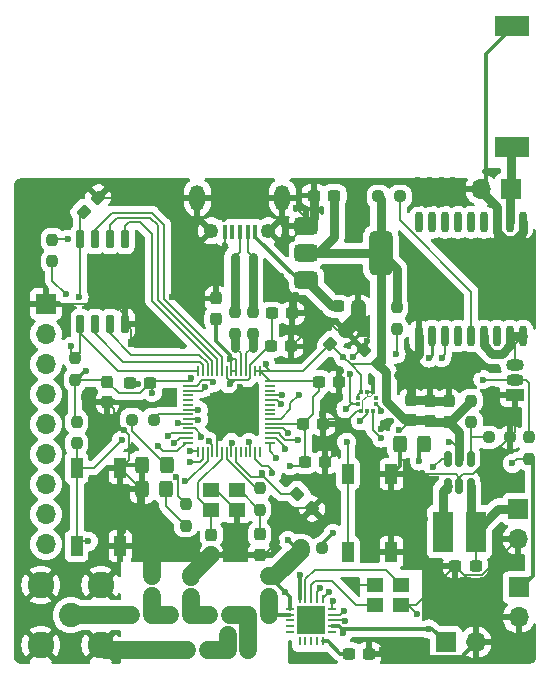
<source format=gbr>
%TF.GenerationSoftware,KiCad,Pcbnew,8.0.8-2.fc41*%
%TF.CreationDate,2025-02-25T20:23:57-05:00*%
%TF.ProjectId,OS-41,4f532d34-312e-46b6-9963-61645f706362,rev?*%
%TF.SameCoordinates,Original*%
%TF.FileFunction,Copper,L1,Top*%
%TF.FilePolarity,Positive*%
%FSLAX46Y46*%
G04 Gerber Fmt 4.6, Leading zero omitted, Abs format (unit mm)*
G04 Created by KiCad (PCBNEW 8.0.8-2.fc41) date 2025-02-25 20:23:57*
%MOMM*%
%LPD*%
G01*
G04 APERTURE LIST*
G04 Aperture macros list*
%AMRoundRect*
0 Rectangle with rounded corners*
0 $1 Rounding radius*
0 $2 $3 $4 $5 $6 $7 $8 $9 X,Y pos of 4 corners*
0 Add a 4 corners polygon primitive as box body*
4,1,4,$2,$3,$4,$5,$6,$7,$8,$9,$2,$3,0*
0 Add four circle primitives for the rounded corners*
1,1,$1+$1,$2,$3*
1,1,$1+$1,$4,$5*
1,1,$1+$1,$6,$7*
1,1,$1+$1,$8,$9*
0 Add four rect primitives between the rounded corners*
20,1,$1+$1,$2,$3,$4,$5,0*
20,1,$1+$1,$4,$5,$6,$7,0*
20,1,$1+$1,$6,$7,$8,$9,0*
20,1,$1+$1,$8,$9,$2,$3,0*%
G04 Aperture macros list end*
%TA.AperFunction,Conductor*%
%ADD10C,0.200000*%
%TD*%
%TA.AperFunction,SMDPad,CuDef*%
%ADD11RoundRect,0.237500X-0.300000X-0.237500X0.300000X-0.237500X0.300000X0.237500X-0.300000X0.237500X0*%
%TD*%
%TA.AperFunction,SMDPad,CuDef*%
%ADD12RoundRect,0.237500X-0.237500X0.250000X-0.237500X-0.250000X0.237500X-0.250000X0.237500X0.250000X0*%
%TD*%
%TA.AperFunction,SMDPad,CuDef*%
%ADD13RoundRect,0.237500X0.287500X0.237500X-0.287500X0.237500X-0.287500X-0.237500X0.287500X-0.237500X0*%
%TD*%
%TA.AperFunction,SMDPad,CuDef*%
%ADD14RoundRect,0.237500X-0.287500X-0.237500X0.287500X-0.237500X0.287500X0.237500X-0.287500X0.237500X0*%
%TD*%
%TA.AperFunction,SMDPad,CuDef*%
%ADD15RoundRect,0.250000X-0.325000X-0.450000X0.325000X-0.450000X0.325000X0.450000X-0.325000X0.450000X0*%
%TD*%
%TA.AperFunction,SMDPad,CuDef*%
%ADD16R,1.000000X1.700000*%
%TD*%
%TA.AperFunction,SMDPad,CuDef*%
%ADD17RoundRect,0.237500X0.237500X-0.250000X0.237500X0.250000X-0.237500X0.250000X-0.237500X-0.250000X0*%
%TD*%
%TA.AperFunction,SMDPad,CuDef*%
%ADD18RoundRect,0.237500X-0.237500X0.300000X-0.237500X-0.300000X0.237500X-0.300000X0.237500X0.300000X0*%
%TD*%
%TA.AperFunction,SMDPad,CuDef*%
%ADD19RoundRect,0.237500X0.300000X0.237500X-0.300000X0.237500X-0.300000X-0.237500X0.300000X-0.237500X0*%
%TD*%
%TA.AperFunction,SMDPad,CuDef*%
%ADD20R,0.300000X0.300000*%
%TD*%
%TA.AperFunction,SMDPad,CuDef*%
%ADD21RoundRect,0.237500X0.237500X-0.300000X0.237500X0.300000X-0.237500X0.300000X-0.237500X-0.300000X0*%
%TD*%
%TA.AperFunction,SMDPad,CuDef*%
%ADD22RoundRect,0.237500X0.250000X0.237500X-0.250000X0.237500X-0.250000X-0.237500X0.250000X-0.237500X0*%
%TD*%
%TA.AperFunction,SMDPad,CuDef*%
%ADD23RoundRect,0.237500X-0.250000X-0.237500X0.250000X-0.237500X0.250000X0.237500X-0.250000X0.237500X0*%
%TD*%
%TA.AperFunction,ComponentPad*%
%ADD24C,2.050000*%
%TD*%
%TA.AperFunction,ComponentPad*%
%ADD25C,2.250000*%
%TD*%
%TA.AperFunction,SMDPad,CuDef*%
%ADD26RoundRect,0.237500X-0.237500X0.287500X-0.237500X-0.287500X0.237500X-0.287500X0.237500X0.287500X0*%
%TD*%
%TA.AperFunction,SMDPad,CuDef*%
%ADD27O,0.700000X1.770000*%
%TD*%
%TA.AperFunction,ComponentPad*%
%ADD28R,1.700000X1.700000*%
%TD*%
%TA.AperFunction,ComponentPad*%
%ADD29O,1.700000X1.700000*%
%TD*%
%TA.AperFunction,SMDPad,CuDef*%
%ADD30RoundRect,0.237500X0.380070X-0.044194X-0.044194X0.380070X-0.380070X0.044194X0.044194X-0.380070X0*%
%TD*%
%TA.AperFunction,SMDPad,CuDef*%
%ADD31R,1.400000X1.200000*%
%TD*%
%TA.AperFunction,SMDPad,CuDef*%
%ADD32RoundRect,0.150000X0.150000X-0.512500X0.150000X0.512500X-0.150000X0.512500X-0.150000X-0.512500X0*%
%TD*%
%TA.AperFunction,SMDPad,CuDef*%
%ADD33R,3.000000X1.750000*%
%TD*%
%TA.AperFunction,SMDPad,CuDef*%
%ADD34RoundRect,0.237500X-0.044194X-0.380070X0.380070X0.044194X0.044194X0.380070X-0.380070X-0.044194X0*%
%TD*%
%TA.AperFunction,SMDPad,CuDef*%
%ADD35R,0.760000X0.280000*%
%TD*%
%TA.AperFunction,SMDPad,CuDef*%
%ADD36R,0.280000X0.760000*%
%TD*%
%TA.AperFunction,SMDPad,CuDef*%
%ADD37R,2.400000X2.400000*%
%TD*%
%TA.AperFunction,SMDPad,CuDef*%
%ADD38RoundRect,0.375000X-0.625000X-0.375000X0.625000X-0.375000X0.625000X0.375000X-0.625000X0.375000X0*%
%TD*%
%TA.AperFunction,SMDPad,CuDef*%
%ADD39RoundRect,0.500000X-0.500000X-1.400000X0.500000X-1.400000X0.500000X1.400000X-0.500000X1.400000X0*%
%TD*%
%TA.AperFunction,SMDPad,CuDef*%
%ADD40R,0.450000X1.250000*%
%TD*%
%TA.AperFunction,ComponentPad*%
%ADD41O,1.300000X2.200000*%
%TD*%
%TA.AperFunction,ComponentPad*%
%ADD42C,1.250000*%
%TD*%
%TA.AperFunction,SMDPad,CuDef*%
%ADD43RoundRect,0.150000X0.150000X-0.650000X0.150000X0.650000X-0.150000X0.650000X-0.150000X-0.650000X0*%
%TD*%
%TA.AperFunction,SMDPad,CuDef*%
%ADD44RoundRect,0.050000X-0.387500X-0.050000X0.387500X-0.050000X0.387500X0.050000X-0.387500X0.050000X0*%
%TD*%
%TA.AperFunction,SMDPad,CuDef*%
%ADD45RoundRect,0.050000X-0.050000X-0.387500X0.050000X-0.387500X0.050000X0.387500X-0.050000X0.387500X0*%
%TD*%
%TA.AperFunction,HeatsinkPad*%
%ADD46R,3.200000X3.200000*%
%TD*%
%TA.AperFunction,SMDPad,CuDef*%
%ADD47R,1.750000X3.500000*%
%TD*%
%TA.AperFunction,ComponentPad*%
%ADD48R,1.500000X1.050000*%
%TD*%
%TA.AperFunction,ComponentPad*%
%ADD49O,1.500000X1.050000*%
%TD*%
%TA.AperFunction,SMDPad,CuDef*%
%ADD50RoundRect,0.237500X-0.380070X0.044194X0.044194X-0.380070X0.380070X-0.044194X-0.044194X0.380070X0*%
%TD*%
%TA.AperFunction,ViaPad*%
%ADD51C,0.600000*%
%TD*%
%TA.AperFunction,Conductor*%
%ADD52C,0.800000*%
%TD*%
%TA.AperFunction,Conductor*%
%ADD53C,0.300000*%
%TD*%
%TA.AperFunction,Conductor*%
%ADD54C,0.100000*%
%TD*%
%TA.AperFunction,Conductor*%
%ADD55C,1.500000*%
%TD*%
%TA.AperFunction,Conductor*%
%ADD56C,1.300000*%
%TD*%
%TA.AperFunction,Conductor*%
%ADD57C,0.250000*%
%TD*%
G04 APERTURE END LIST*
D10*
%TO.N,USB_P*%
X112500000Y-101670000D02*
X112150000Y-101360000D01*
%TO.N,USB_N*%
X112900000Y-101680000D02*
X113330000Y-101290000D01*
%TD*%
D11*
%TO.P,C8,1*%
%TO.N,Net-(U2-VR_DIG)*%
X121637500Y-127100000D03*
%TO.P,C8,2*%
%TO.N,GND*%
X123362500Y-127100000D03*
%TD*%
D12*
%TO.P,R6,1*%
%TO.N,D+*%
X112000000Y-98187500D03*
%TO.P,R6,2*%
%TO.N,USB_P*%
X112000000Y-100012500D03*
%TD*%
D13*
%TO.P,L3,1,1*%
%TO.N,Net-(C1-Pad2)*%
X111574998Y-123850000D03*
%TO.P,L3,2,2*%
%TO.N,Net-(C2-Pad2)*%
X109825000Y-123850000D03*
%TD*%
D14*
%TO.P,L2,1,1*%
%TO.N,Net-(C1-Pad1)*%
X111400000Y-125350000D03*
%TO.P,L2,2,2*%
%TO.N,Net-(C1-Pad2)*%
X113150000Y-125350000D03*
%TD*%
D15*
%TO.P,D2,1,K*%
%TO.N,GND*%
X104150000Y-113200000D03*
%TO.P,D2,2,A*%
%TO.N,Net-(D2-A)*%
X106200000Y-113200000D03*
%TD*%
%TO.P,D1,1,K*%
%TO.N,GND*%
X104165000Y-111120000D03*
%TO.P,D1,2,A*%
%TO.N,Net-(D1-A)*%
X106215000Y-111120000D03*
%TD*%
D16*
%TO.P,SW2,1,A*%
%TO.N,USB_BOOT*%
X121550000Y-118500000D03*
%TO.P,SW2,2,B*%
X121550000Y-111900000D03*
%TO.P,SW2,3,C*%
%TO.N,GND*%
X125250000Y-118500000D03*
%TO.P,SW2,4,D*%
X125250000Y-111900000D03*
%TD*%
D17*
%TO.P,R7,1*%
%TO.N,USB_N*%
X113500000Y-100012500D03*
%TO.P,R7,2*%
%TO.N,D-*%
X113500000Y-98187500D03*
%TD*%
D18*
%TO.P,C31,1*%
%TO.N,Net-(C31-Pad1)*%
X114100000Y-117000000D03*
%TO.P,C31,2*%
%TO.N,GND*%
X114100000Y-118725002D03*
%TD*%
D19*
%TO.P,C19,1*%
%TO.N,GND*%
X116862501Y-98300000D03*
%TO.P,C19,2*%
%TO.N,1V1*%
X115137499Y-98300000D03*
%TD*%
D20*
%TO.P,U6,1,VDDIO*%
%TO.N,VCC*%
X122400000Y-105500000D03*
%TO.P,U6,2,SCK*%
%TO.N,SCL*%
X122400000Y-106000000D03*
%TO.P,U6,3,GND*%
%TO.N,GND*%
X122680000Y-106530000D03*
%TO.P,U6,4,SDI*%
%TO.N,SDA*%
X123180000Y-106530000D03*
%TO.P,U6,5,SDO*%
%TO.N,Net-(U6-SDO)*%
X123680000Y-106530000D03*
%TO.P,U6,6,CSB*%
%TO.N,Net-(U6-CSB)*%
X123960000Y-106000000D03*
%TO.P,U6,7,INT*%
%TO.N,unconnected-(U6-INT-Pad7)*%
X123960000Y-105500000D03*
%TO.P,U6,8,GND*%
%TO.N,GND*%
X123680000Y-104970000D03*
%TO.P,U6,9,GND*%
X123180000Y-104970000D03*
%TO.P,U6,10,VDD*%
%TO.N,VCC*%
X122680000Y-104970000D03*
%TD*%
D21*
%TO.P,C12,1*%
%TO.N,VCC*%
X130100000Y-107462501D03*
%TO.P,C12,2*%
%TO.N,GND*%
X130100000Y-105737499D03*
%TD*%
%TO.P,C25,1*%
%TO.N,VCC*%
X110400000Y-98762501D03*
%TO.P,C25,2*%
%TO.N,GND*%
X110400000Y-97037499D03*
%TD*%
%TO.P,C10,1*%
%TO.N,VCC*%
X126900000Y-107362501D03*
%TO.P,C10,2*%
%TO.N,GND*%
X126900000Y-105637499D03*
%TD*%
D22*
%TO.P,R12,1*%
%TO.N,Net-(D3-A)*%
X119412500Y-118200000D03*
%TO.P,R12,2*%
%TO.N,VCC*%
X117587500Y-118200000D03*
%TD*%
D23*
%TO.P,R1,1*%
%TO.N,GND*%
X107937500Y-126825000D03*
%TO.P,R1,2*%
%TO.N,Net-(C1-Pad1)*%
X109762500Y-126825000D03*
%TD*%
%TO.P,R4,1*%
%TO.N,Net-(U3-V_{FB})*%
X133487500Y-108800000D03*
%TO.P,R4,2*%
%TO.N,GND*%
X135312500Y-108800000D03*
%TD*%
D12*
%TO.P,R16,1*%
%TO.N,USB_BOOT*%
X96540000Y-92067500D03*
%TO.P,R16,2*%
%TO.N,QSPI_SS*%
X96540000Y-93892500D03*
%TD*%
D24*
%TO.P,J4,1,In*%
%TO.N,Net-(J4-In)*%
X98100000Y-123850000D03*
D25*
%TO.P,J4,2,Ext*%
%TO.N,GND*%
X95560000Y-121310000D03*
X95560000Y-126390000D03*
X100640000Y-121310000D03*
X100640000Y-126390000D03*
%TD*%
D26*
%TO.P,L1,1,1*%
%TO.N,VCC*%
X114925000Y-120575002D03*
%TO.P,L1,2,2*%
%TO.N,Net-(U2-TX)*%
X114925000Y-122325000D03*
%TD*%
D27*
%TO.P,U4,1,GND*%
%TO.N,GND*%
X127600000Y-100220001D03*
%TO.P,U4,2,TXD*%
%TO.N,TXD*%
X128700000Y-100220001D03*
%TO.P,U4,3,RXD*%
%TO.N,RXD*%
X129800000Y-100220002D03*
%TO.P,U4,4,1PPS*%
%TO.N,unconnected-(U4-1PPS-Pad4)*%
X130900000Y-100220001D03*
%TO.P,U4,5,ON/OFF*%
%TO.N,GPSPAUSE*%
X132000000Y-100220002D03*
%TO.P,U4,6,VBAT*%
%TO.N,VCC*%
X133100000Y-100220001D03*
%TO.P,U4,7,NC*%
%TO.N,unconnected-(U4-NC-Pad7)*%
X134200000Y-100220002D03*
%TO.P,U4,8,VCC*%
%TO.N,VCC*%
X135300000Y-100220001D03*
%TO.P,U4,9,NRESET*%
X136400000Y-100220001D03*
%TO.P,U4,10,GND*%
%TO.N,GND*%
X136400000Y-90600001D03*
%TO.P,U4,11,RF_IN*%
%TO.N,GPS_ANT*%
X135300000Y-90600001D03*
%TO.P,U4,12,GND*%
%TO.N,GND*%
X134200000Y-90600000D03*
%TO.P,U4,13,NC*%
%TO.N,unconnected-(U4-NC-Pad13)*%
X133100000Y-90600001D03*
%TO.P,U4,14,VCC_RF*%
%TO.N,unconnected-(U4-VCC_RF-Pad14)*%
X132000000Y-90600000D03*
%TO.P,U4,15,Reserved*%
%TO.N,unconnected-(U4-Reserved-Pad15)*%
X130900000Y-90600001D03*
%TO.P,U4,16,SDA*%
%TO.N,unconnected-(U4-SDA-Pad16)*%
X129800000Y-90600000D03*
%TO.P,U4,17,SCL*%
%TO.N,unconnected-(U4-SCL-Pad17)*%
X128700000Y-90600001D03*
%TO.P,U4,18,Reserved*%
%TO.N,unconnected-(U4-Reserved-Pad18)*%
X127600000Y-90600001D03*
%TD*%
D28*
%TO.P,J7,1,Pin_1*%
%TO.N,GND*%
X96000000Y-97520001D03*
D29*
%TO.P,J7,2,Pin_2*%
%TO.N,VCC*%
X96000000Y-100060001D03*
%TO.P,J7,3,Pin_3*%
%TO.N,GPIO10*%
X96000000Y-102600000D03*
%TO.P,J7,4,Pin_4*%
%TO.N,GPIO11*%
X96000000Y-105140001D03*
%TO.P,J7,5,Pin_5*%
%TO.N,GPIO12*%
X96000000Y-107680001D03*
%TO.P,J7,6,Pin_6*%
%TO.N,GPIO13*%
X96000000Y-110220001D03*
%TO.P,J7,7,Pin_7*%
%TO.N,GPIO14*%
X96000000Y-112760001D03*
%TO.P,J7,8,Pin_8*%
%TO.N,GPIO15*%
X96000000Y-115300002D03*
%TO.P,J7,9,Pin_9*%
%TO.N,GPIO27_ADC1*%
X96000000Y-117840001D03*
%TD*%
D19*
%TO.P,C23,1*%
%TO.N,VCC*%
X104825002Y-104200000D03*
%TO.P,C23,2*%
%TO.N,GND*%
X103100000Y-104200000D03*
%TD*%
D30*
%TO.P,C17,1*%
%TO.N,GND*%
X118509880Y-114809880D03*
%TO.P,C17,2*%
%TO.N,1V1*%
X117290120Y-113590120D03*
%TD*%
D31*
%TO.P,X2,1,1*%
%TO.N,XIN*%
X110000000Y-114950000D03*
%TO.P,X2,2,GND*%
%TO.N,GND*%
X112200000Y-114950000D03*
%TO.P,X2,3,3*%
%TO.N,Net-(C31-Pad1)*%
X112200000Y-113250000D03*
%TO.P,X2,4,GND*%
%TO.N,GND*%
X110000000Y-113250000D03*
%TD*%
D32*
%TO.P,U3,1,SW*%
%TO.N,Net-(U3-SW)*%
X130050001Y-112875000D03*
%TO.P,U3,2,GND*%
%TO.N,GND*%
X131000000Y-112875000D03*
%TO.P,U3,3,EN*%
%TO.N,BATT*%
X131949999Y-112875000D03*
%TO.P,U3,4,V_{FB}*%
%TO.N,Net-(U3-V_{FB})*%
X131949999Y-110600000D03*
%TO.P,U3,5,V_{OUT}*%
%TO.N,VCC*%
X131000000Y-110600000D03*
%TO.P,U3,6,V_{IN}*%
%TO.N,BATT*%
X130050001Y-110600000D03*
%TD*%
D18*
%TO.P,C3,1*%
%TO.N,GND*%
X104950000Y-120512499D03*
%TO.P,C3,2*%
%TO.N,Net-(C3-Pad2)*%
X104950000Y-122237501D03*
%TD*%
D33*
%TO.P,U1,1,1*%
%TO.N,GPS_ANT*%
X135500000Y-84225000D03*
%TO.P,U1,2,2*%
%TO.N,GND*%
X135500000Y-73975000D03*
%TD*%
D19*
%TO.P,C30,1*%
%TO.N,VCC*%
X120410001Y-88320000D03*
%TO.P,C30,2*%
%TO.N,GND*%
X118684999Y-88320000D03*
%TD*%
D34*
%TO.P,C27,1*%
%TO.N,VCC*%
X120090120Y-100909880D03*
%TO.P,C27,2*%
%TO.N,GND*%
X121309880Y-99690120D03*
%TD*%
D18*
%TO.P,C29,1*%
%TO.N,XIN*%
X110000000Y-117037499D03*
%TO.P,C29,2*%
%TO.N,GND*%
X110000000Y-118762501D03*
%TD*%
D12*
%TO.P,R8,1*%
%TO.N,DQ*%
X136900000Y-108775000D03*
%TO.P,R8,2*%
%TO.N,VCC*%
X136900000Y-110600000D03*
%TD*%
D17*
%TO.P,R9,1*%
%TO.N,Net-(U6-CSB)*%
X125700000Y-99612500D03*
%TO.P,R9,2*%
%TO.N,VCC*%
X125700000Y-97787500D03*
%TD*%
D35*
%TO.P,U2,1,VDD_RF*%
%TO.N,VCC*%
X116695000Y-123295000D03*
%TO.P,U2,2,TX*%
%TO.N,Net-(U2-TX)*%
X116695000Y-123795000D03*
%TO.P,U2,3,RXP*%
%TO.N,unconnected-(U2-RXP-Pad3)*%
X116695000Y-124295000D03*
%TO.P,U2,4,RXN*%
%TO.N,unconnected-(U2-RXN-Pad4)*%
X116695000Y-124795000D03*
%TO.P,U2,5,NC_1*%
%TO.N,unconnected-(U2-NC_1-Pad5)*%
X116695000Y-125295000D03*
D36*
%TO.P,U2,6,ANT*%
%TO.N,unconnected-(U2-ANT-Pad6)*%
X117475000Y-126075000D03*
%TO.P,U2,7,GPIO_0*%
%TO.N,unconnected-(U2-GPIO_0-Pad7)*%
X117975000Y-126075000D03*
%TO.P,U2,8,GPIO_1*%
%TO.N,unconnected-(U2-GPIO_1-Pad8)*%
X118475000Y-126075000D03*
%TO.P,U2,9,GPIO_2*%
%TO.N,unconnected-(U2-GPIO_2-Pad9)*%
X118975000Y-126075000D03*
%TO.P,U2,10,VR_DIG*%
%TO.N,Net-(U2-VR_DIG)*%
X119475000Y-126075000D03*
D35*
%TO.P,U2,11,NC_2*%
%TO.N,unconnected-(U2-NC_2-Pad11)*%
X120255000Y-125295000D03*
%TO.P,U2,12,VDD_DIG*%
%TO.N,VCC*%
X120255000Y-124795000D03*
%TO.P,U2,13,SDO*%
%TO.N,SDO*%
X120255000Y-124295000D03*
%TO.P,U2,14,SDI*%
%TO.N,SDI*%
X120255000Y-123795000D03*
%TO.P,U2,15,SCLK*%
%TO.N,SCLK*%
X120255000Y-123295000D03*
D36*
%TO.P,U2,16,NSEL*%
%TO.N,NSEL*%
X119475000Y-122515000D03*
%TO.P,U2,17,NIRQ*%
%TO.N,NIRQ*%
X118975000Y-122515000D03*
%TO.P,U2,18,XOUT*%
%TO.N,Net-(U2-XOUT)*%
X118475000Y-122515000D03*
%TO.P,U2,19,XIN*%
%TO.N,Net-(U2-XIN)*%
X117975000Y-122515000D03*
%TO.P,U2,20,SDN*%
%TO.N,SDN*%
X117475000Y-122515000D03*
D37*
%TO.P,U2,21,EP*%
%TO.N,GND*%
X118475000Y-124295000D03*
%TD*%
D13*
%TO.P,L4,1,1*%
%TO.N,Net-(C2-Pad2)*%
X108249999Y-123850000D03*
%TO.P,L4,2,2*%
%TO.N,Net-(C3-Pad2)*%
X106500001Y-123850000D03*
%TD*%
D31*
%TO.P,X1,1,OSC1*%
%TO.N,Net-(U2-XIN)*%
X126100000Y-121300000D03*
%TO.P,X1,2,2*%
%TO.N,GND*%
X123900000Y-121300000D03*
%TO.P,X1,3,OSC2*%
%TO.N,Net-(U2-XOUT)*%
X123900000Y-123000000D03*
%TO.P,X1,4,4*%
%TO.N,GND*%
X126100000Y-123000000D03*
%TD*%
D28*
%TO.P,J5,1,Pin_1*%
%TO.N,GPS_ANT*%
X135400000Y-87800000D03*
D29*
%TO.P,J5,2,Pin_2*%
%TO.N,GND*%
X132860000Y-87800000D03*
%TD*%
D19*
%TO.P,C6,1*%
%TO.N,Net-(U2-TX)*%
X114875001Y-123850000D03*
%TO.P,C6,2*%
%TO.N,Net-(C1-Pad2)*%
X113149999Y-123850000D03*
%TD*%
D38*
%TO.P,U9,1,GND*%
%TO.N,GND*%
X118050000Y-90900000D03*
%TO.P,U9,2,VO*%
%TO.N,VCC*%
X118050000Y-93200000D03*
D39*
X124350000Y-93200000D03*
D38*
%TO.P,U9,3,VI*%
%TO.N,VBUS*%
X118050000Y-95500000D03*
%TD*%
D40*
%TO.P,J6,1,VBUS*%
%TO.N,VBUS*%
X113729999Y-91440000D03*
%TO.P,J6,2,D-*%
%TO.N,D-*%
X113079999Y-91439999D03*
%TO.P,J6,3,D+*%
%TO.N,D+*%
X112429999Y-91440000D03*
%TO.P,J6,4,ID*%
%TO.N,unconnected-(J6-ID-Pad4)*%
X111779999Y-91440000D03*
%TO.P,J6,5,GND*%
%TO.N,GND*%
X111129999Y-91440000D03*
D41*
%TO.P,J6,6,Shield*%
X116019998Y-88500000D03*
D42*
X114839998Y-91300000D03*
X110000000Y-91300000D03*
D41*
X108820000Y-88500000D03*
%TD*%
D17*
%TO.P,R17,1*%
%TO.N,VCC*%
X98490000Y-103920000D03*
%TO.P,R17,2*%
%TO.N,QSPI_SS*%
X98490000Y-102095000D03*
%TD*%
D13*
%TO.P,L5,1,1*%
%TO.N,Net-(C3-Pad2)*%
X104949999Y-123850000D03*
%TO.P,L5,2,2*%
%TO.N,Net-(J4-In)*%
X103200001Y-123850000D03*
%TD*%
D16*
%TO.P,SW1,1,A*%
%TO.N,RESET*%
X98600000Y-118000000D03*
%TO.P,SW1,2,B*%
X98600000Y-111400000D03*
%TO.P,SW1,3,C*%
%TO.N,GND*%
X102300000Y-118000000D03*
%TO.P,SW1,4,D*%
X102300000Y-111400000D03*
%TD*%
D15*
%TO.P,D3,1,K*%
%TO.N,GND*%
X125950000Y-109400000D03*
%TO.P,D3,2,A*%
%TO.N,Net-(D3-A)*%
X128000000Y-109400000D03*
%TD*%
D19*
%TO.P,C18,1*%
%TO.N,GND*%
X116762501Y-101100000D03*
%TO.P,C18,2*%
%TO.N,1V1*%
X115037499Y-101100000D03*
%TD*%
D11*
%TO.P,C21,1*%
%TO.N,VCC*%
X119100000Y-104100000D03*
%TO.P,C21,2*%
%TO.N,GND*%
X120825002Y-104100000D03*
%TD*%
%TO.P,C1,1*%
%TO.N,Net-(C1-Pad1)*%
X111400000Y-126825000D03*
%TO.P,C1,2*%
%TO.N,Net-(C1-Pad2)*%
X113125000Y-126825000D03*
%TD*%
D18*
%TO.P,C2,1*%
%TO.N,GND*%
X108275000Y-120587499D03*
%TO.P,C2,2*%
%TO.N,Net-(C2-Pad2)*%
X108275000Y-122312501D03*
%TD*%
D28*
%TO.P,J2,1,Pin_1*%
%TO.N,VCC*%
X129850000Y-126150000D03*
D29*
%TO.P,J2,2,Pin_2*%
%TO.N,GND*%
X132390000Y-126150000D03*
%TD*%
D11*
%TO.P,C5,1*%
%TO.N,GND*%
X130660000Y-119690000D03*
%TO.P,C5,2*%
%TO.N,BATT*%
X132385000Y-119690000D03*
%TD*%
D12*
%TO.P,R5,1*%
%TO.N,VCC*%
X98600000Y-107487500D03*
%TO.P,R5,2*%
%TO.N,RESET*%
X98600000Y-109312500D03*
%TD*%
D43*
%TO.P,U10,1,~{CS}*%
%TO.N,QSPI_SS*%
X98895000Y-99200000D03*
%TO.P,U10,2,DO(IO1)*%
%TO.N,QSPI_SD1*%
X100165000Y-99200000D03*
%TO.P,U10,3,IO2*%
%TO.N,QSPI_SD2*%
X101435000Y-99200000D03*
%TO.P,U10,4,GND*%
%TO.N,GND*%
X102705000Y-99200000D03*
%TO.P,U10,5,DI(IO0)*%
%TO.N,QSPI_SD0*%
X102705000Y-92000000D03*
%TO.P,U10,6,CLK*%
%TO.N,QSPI_SCLK*%
X101435000Y-92000000D03*
%TO.P,U10,7,IO3*%
%TO.N,QSPI_SD3*%
X100165000Y-92000000D03*
%TO.P,U10,8,VCC*%
%TO.N,VCC*%
X98895000Y-92000000D03*
%TD*%
D23*
%TO.P,R2,1*%
%TO.N,VCC*%
X124150000Y-88400000D03*
%TO.P,R2,2*%
%TO.N,GPSPAUSE*%
X125975000Y-88400000D03*
%TD*%
D44*
%TO.P,U7,1,IOVDD*%
%TO.N,VCC*%
X108062500Y-104037500D03*
%TO.P,U7,2,GPIO0*%
%TO.N,RXD*%
X108062500Y-104437500D03*
%TO.P,U7,3,GPIO1*%
%TO.N,TXD*%
X108062500Y-104837500D03*
%TO.P,U7,4,GPIO2*%
%TO.N,unconnected-(U7-GPIO2-Pad4)*%
X108062500Y-105237500D03*
%TO.P,U7,5,GPIO3*%
%TO.N,unconnected-(U7-GPIO3-Pad5)*%
X108062500Y-105637500D03*
%TO.P,U7,6,GPIO4*%
%TO.N,unconnected-(U7-GPIO4-Pad6)*%
X108062500Y-106037500D03*
%TO.P,U7,7,GPIO5*%
%TO.N,NSEL*%
X108062500Y-106437500D03*
%TO.P,U7,8,GPIO6*%
%TO.N,LED_OK*%
X108062500Y-106837500D03*
%TO.P,U7,9,GPIO7*%
%TO.N,LED_ERR*%
X108062500Y-107237500D03*
%TO.P,U7,10,IOVDD*%
%TO.N,VCC*%
X108062500Y-107637500D03*
%TO.P,U7,11,GPIO8*%
%TO.N,NIRQ*%
X108062500Y-108037500D03*
%TO.P,U7,12,GPIO9*%
%TO.N,SDN*%
X108062500Y-108437500D03*
%TO.P,U7,13,GPIO10*%
%TO.N,GPIO10*%
X108062500Y-108837500D03*
%TO.P,U7,14,GPIO11*%
%TO.N,GPIO11*%
X108062500Y-109237500D03*
D45*
%TO.P,U7,15,GPIO12*%
%TO.N,GPIO12*%
X108900000Y-110075000D03*
%TO.P,U7,16,GPIO13*%
%TO.N,GPIO13*%
X109300000Y-110075000D03*
%TO.P,U7,17,GPIO14*%
%TO.N,GPIO14*%
X109700000Y-110075000D03*
%TO.P,U7,18,GPIO15*%
%TO.N,GPIO15*%
X110100000Y-110075000D03*
%TO.P,U7,19,TESTEN*%
%TO.N,GND*%
X110500000Y-110075000D03*
%TO.P,U7,20,XIN*%
%TO.N,XIN*%
X110900000Y-110075000D03*
%TO.P,U7,21,XOUT*%
%TO.N,XOUT*%
X111300000Y-110075000D03*
%TO.P,U7,22,IOVDD*%
%TO.N,VCC*%
X111700000Y-110075000D03*
%TO.P,U7,23,DVDD*%
%TO.N,1V1*%
X112100000Y-110075000D03*
%TO.P,U7,24,SWCLK*%
%TO.N,unconnected-(U7-SWCLK-Pad24)*%
X112500000Y-110075000D03*
%TO.P,U7,25,SWD*%
%TO.N,unconnected-(U7-SWD-Pad25)*%
X112900000Y-110075000D03*
%TO.P,U7,26,RUN*%
%TO.N,RESET*%
X113300000Y-110075000D03*
%TO.P,U7,27,GPIO16*%
%TO.N,SDO*%
X113700000Y-110075000D03*
%TO.P,U7,28,GPIO17*%
%TO.N,unconnected-(U7-GPIO17-Pad28)*%
X114100000Y-110075000D03*
D44*
%TO.P,U7,29,GPIO18*%
%TO.N,SCLK*%
X114937500Y-109237500D03*
%TO.P,U7,30,GPIO19*%
%TO.N,SDI*%
X114937500Y-108837500D03*
%TO.P,U7,31,GPIO20*%
%TO.N,SDA*%
X114937500Y-108437500D03*
%TO.P,U7,32,GPIO21*%
%TO.N,SCL*%
X114937500Y-108037500D03*
%TO.P,U7,33,IOVDD*%
%TO.N,VCC*%
X114937500Y-107637500D03*
%TO.P,U7,34,GPIO22*%
%TO.N,DQ*%
X114937500Y-107237500D03*
%TO.P,U7,35,GPIO23*%
%TO.N,unconnected-(U7-GPIO23-Pad35)*%
X114937500Y-106837500D03*
%TO.P,U7,36,GPIO24*%
%TO.N,unconnected-(U7-GPIO24-Pad36)*%
X114937500Y-106437500D03*
%TO.P,U7,37,GPIO25*%
%TO.N,unconnected-(U7-GPIO25-Pad37)*%
X114937500Y-106037500D03*
%TO.P,U7,38,GPIO26_ADC0*%
%TO.N,BATT*%
X114937500Y-105637500D03*
%TO.P,U7,39,GPIO27_ADC1*%
%TO.N,GPIO27_ADC1*%
X114937500Y-105237500D03*
%TO.P,U7,40,GPIO28_ADC2*%
%TO.N,unconnected-(U7-GPIO28_ADC2-Pad40)*%
X114937500Y-104837500D03*
%TO.P,U7,41,GPIO29_ADC3*%
%TO.N,unconnected-(U7-GPIO29_ADC3-Pad41)*%
X114937500Y-104437500D03*
%TO.P,U7,42,IOVDD*%
%TO.N,VCC*%
X114937500Y-104037500D03*
D45*
%TO.P,U7,43,ADC_AVDD*%
X114100000Y-103200000D03*
%TO.P,U7,44,VREG_IN*%
X113700000Y-103200000D03*
%TO.P,U7,45,VREG_VOUT*%
%TO.N,1V1*%
X113300000Y-103200000D03*
%TO.P,U7,46,USB_DM*%
%TO.N,USB_N*%
X112900000Y-103200000D03*
%TO.P,U7,47,USB_DP*%
%TO.N,USB_P*%
X112500000Y-103200000D03*
%TO.P,U7,48,USB_VDD*%
%TO.N,VCC*%
X112100000Y-103200000D03*
%TO.P,U7,49,IOVDD*%
X111700000Y-103200000D03*
%TO.P,U7,50,DVDD*%
%TO.N,1V1*%
X111300000Y-103200000D03*
%TO.P,U7,51,QSPI_SD3*%
%TO.N,QSPI_SD3*%
X110900000Y-103200000D03*
%TO.P,U7,52,QSPI_SCLK*%
%TO.N,QSPI_SCLK*%
X110500000Y-103200000D03*
%TO.P,U7,53,QSPI_SD0*%
%TO.N,QSPI_SD0*%
X110100000Y-103200000D03*
%TO.P,U7,54,QSPI_SD2*%
%TO.N,QSPI_SD2*%
X109700000Y-103200000D03*
%TO.P,U7,55,QSPI_SD1*%
%TO.N,QSPI_SD1*%
X109300000Y-103200000D03*
%TO.P,U7,56,QSPI_SS*%
%TO.N,QSPI_SS*%
X108900000Y-103200000D03*
D46*
%TO.P,U7,57,GND*%
%TO.N,GND*%
X111500000Y-106637500D03*
%TD*%
D34*
%TO.P,C32,1*%
%TO.N,VCC*%
X99190120Y-89709880D03*
%TO.P,C32,2*%
%TO.N,GND*%
X100409880Y-88490120D03*
%TD*%
D19*
%TO.P,C24,1*%
%TO.N,GND*%
X119662501Y-110900000D03*
%TO.P,C24,2*%
%TO.N,VCC*%
X117937499Y-110900000D03*
%TD*%
D28*
%TO.P,J3,1,Pin_1*%
%TO.N,BATT*%
X136000000Y-114860000D03*
D29*
%TO.P,J3,2,Pin_2*%
%TO.N,GND*%
X136000000Y-117400000D03*
%TD*%
D23*
%TO.P,R10,1*%
%TO.N,Net-(D1-A)*%
X103287500Y-107300000D03*
%TO.P,R10,2*%
%TO.N,LED_OK*%
X105112500Y-107300000D03*
%TD*%
D28*
%TO.P,J1,1,Pin_1*%
%TO.N,VCC*%
X136025000Y-121500000D03*
D29*
%TO.P,J1,2,Pin_2*%
%TO.N,GND*%
X136025000Y-124040000D03*
%TD*%
D21*
%TO.P,C13,1*%
%TO.N,VCC*%
X128500000Y-107425002D03*
%TO.P,C13,2*%
%TO.N,GND*%
X128500000Y-105700000D03*
%TD*%
D17*
%TO.P,R11,1*%
%TO.N,Net-(D2-A)*%
X107850000Y-116262500D03*
%TO.P,R11,2*%
%TO.N,LED_ERR*%
X107850000Y-114437500D03*
%TD*%
D12*
%TO.P,R3,1*%
%TO.N,VCC*%
X132000000Y-105687500D03*
%TO.P,R3,2*%
%TO.N,Net-(U3-V_{FB})*%
X132000000Y-107512500D03*
%TD*%
D19*
%TO.P,C20,1*%
%TO.N,GND*%
X119462501Y-107700000D03*
%TO.P,C20,2*%
%TO.N,VCC*%
X117737499Y-107700000D03*
%TD*%
D12*
%TO.P,R15,1*%
%TO.N,XOUT*%
X114100000Y-113087500D03*
%TO.P,R15,2*%
%TO.N,Net-(C31-Pad1)*%
X114100000Y-114912500D03*
%TD*%
D47*
%TO.P,L6,1,1*%
%TO.N,BATT*%
X132370000Y-116800000D03*
%TO.P,L6,2,2*%
%TO.N,Net-(U3-SW)*%
X129630000Y-116800000D03*
%TD*%
D21*
%TO.P,C26,1*%
%TO.N,GND*%
X101200000Y-105800000D03*
%TO.P,C26,2*%
%TO.N,VCC*%
X101200000Y-104074998D03*
%TD*%
D11*
%TO.P,C28,1*%
%TO.N,VBUS*%
X120687500Y-97700000D03*
%TO.P,C28,2*%
%TO.N,GND*%
X122412500Y-97700000D03*
%TD*%
D48*
%TO.P,U5,1,GND*%
%TO.N,GND*%
X135700000Y-105200000D03*
D49*
%TO.P,U5,2,DQ*%
%TO.N,DQ*%
X135700000Y-103929999D03*
%TO.P,U5,3,V_{DD}*%
%TO.N,VCC*%
X135700000Y-102660000D03*
%TD*%
D50*
%TO.P,C22,1*%
%TO.N,GND*%
X122900000Y-101400000D03*
%TO.P,C22,2*%
%TO.N,VCC*%
X124119760Y-102619760D03*
%TD*%
D51*
%TO.N,GND*%
X122280000Y-91030000D03*
X106290000Y-87410000D03*
X121875000Y-121325000D03*
X104400000Y-87500000D03*
X135500000Y-93000000D03*
X132700000Y-122090000D03*
X124450000Y-126775000D03*
X96500000Y-90000000D03*
X133500000Y-93000000D03*
X134500000Y-97000000D03*
X112400000Y-104548406D03*
X135500000Y-95000000D03*
X113800000Y-106400000D03*
X118800000Y-100000000D03*
X136500000Y-97000000D03*
X132500000Y-94000000D03*
X116300000Y-115800000D03*
X111500000Y-105900000D03*
X98100000Y-126290000D03*
X122014385Y-101985615D03*
X117200000Y-89400000D03*
X135500000Y-97000000D03*
X134620000Y-112330000D03*
X127500000Y-87000000D03*
X123480000Y-112070000D03*
X129500000Y-89000000D03*
X127120000Y-119250000D03*
X98160000Y-120650000D03*
X136500000Y-96000000D03*
X129840000Y-122440000D03*
X122530000Y-87750000D03*
X128000000Y-116700000D03*
X119240000Y-98280000D03*
X115538470Y-117660924D03*
X105800000Y-118200000D03*
X108500000Y-96000000D03*
X127500000Y-95000000D03*
X130500000Y-93000000D03*
X117620000Y-123410000D03*
X120200000Y-106200000D03*
X99230000Y-105390000D03*
X110830000Y-88640000D03*
X129500000Y-97000000D03*
X129500000Y-87000000D03*
X123200000Y-100600000D03*
X136500000Y-95000000D03*
X121000000Y-103200000D03*
X100370000Y-118320000D03*
X100770000Y-114480000D03*
X120710000Y-94850000D03*
X119260000Y-124280000D03*
X127540000Y-112980000D03*
X115940000Y-95120000D03*
X130500000Y-97000000D03*
X134800000Y-126410000D03*
X133850000Y-104690000D03*
X111705302Y-116906648D03*
X125800000Y-103500000D03*
X129500000Y-96000000D03*
X102300000Y-96490000D03*
X134500000Y-96000000D03*
X117144435Y-96708835D03*
X120200000Y-109400000D03*
X130500000Y-88000000D03*
X102400000Y-106000000D03*
X122600000Y-99600000D03*
X128500000Y-88000000D03*
X99790000Y-106540000D03*
X134500000Y-98000000D03*
X124400000Y-108060000D03*
X133500000Y-96000000D03*
X114120000Y-88880000D03*
X102500000Y-116700000D03*
X107900000Y-93770000D03*
X111700000Y-106637500D03*
X130500000Y-89000000D03*
X107910000Y-117720000D03*
X135500000Y-98000000D03*
X136500000Y-98000000D03*
X132500000Y-95000000D03*
X107600000Y-101090000D03*
X134440000Y-119830000D03*
X128300000Y-119720000D03*
X135500000Y-94000000D03*
X110870000Y-87720000D03*
X128500000Y-122800000D03*
X95130000Y-90950000D03*
X120400000Y-110200000D03*
X102400000Y-87500000D03*
X127500000Y-96000000D03*
X119600000Y-113200000D03*
X130500000Y-87000000D03*
X129500000Y-98000000D03*
X127500000Y-88000000D03*
X105340000Y-100000000D03*
X123360000Y-118570000D03*
X118890000Y-127270000D03*
X134010000Y-111330000D03*
X101800000Y-107200000D03*
X117650000Y-125140000D03*
X128500000Y-97000000D03*
X111200000Y-118700000D03*
X116800000Y-92000000D03*
X117330000Y-127220000D03*
X102600000Y-108200000D03*
X112910000Y-87810000D03*
X133810000Y-112950000D03*
X107530000Y-91420000D03*
X127500000Y-94000000D03*
X133500000Y-97000000D03*
X106590000Y-100500000D03*
X128500000Y-89000000D03*
X131500000Y-94000000D03*
X135960000Y-126220000D03*
X94200000Y-93200000D03*
X111200000Y-92600000D03*
X131220000Y-122380000D03*
X119400000Y-114000000D03*
X130600000Y-102800000D03*
X103787502Y-104308002D03*
X104600000Y-116800000D03*
X128500000Y-87000000D03*
X106630000Y-89330000D03*
X125193382Y-107403676D03*
X134500000Y-95000000D03*
X127500000Y-97000000D03*
X128500000Y-98000000D03*
X133500000Y-98000000D03*
X129500000Y-88000000D03*
X103166765Y-100883234D03*
X94200000Y-89400000D03*
X112000000Y-117700000D03*
X132500000Y-93000000D03*
X133500000Y-94000000D03*
X128500000Y-95000000D03*
X134500000Y-94000000D03*
X133500000Y-95000000D03*
X135500000Y-96000000D03*
X128500000Y-96000000D03*
X125760000Y-127350000D03*
X102300000Y-94790000D03*
X136500000Y-94000000D03*
X119175000Y-125150000D03*
X128200000Y-114400000D03*
X110600000Y-93400000D03*
X121630000Y-95520000D03*
X127500000Y-98000000D03*
X131590000Y-102450000D03*
X133400000Y-124500000D03*
X134500000Y-93000000D03*
X103400000Y-88400000D03*
X127500000Y-89000000D03*
X130500000Y-98000000D03*
X109600000Y-95200000D03*
X115100000Y-94550000D03*
X132600000Y-103100000D03*
X119400000Y-106800000D03*
X95420000Y-123840000D03*
X118475000Y-124295000D03*
X106672794Y-96927206D03*
X94400000Y-87600000D03*
X131500000Y-93000000D03*
X136710000Y-127290000D03*
X105240000Y-98930000D03*
X112000000Y-118700000D03*
X129710000Y-121370000D03*
X136500000Y-93000000D03*
X127450000Y-123774994D03*
X128100000Y-115700000D03*
%TO.N,VCC*%
X99400000Y-103200000D03*
X128440000Y-125016370D03*
X130100000Y-109200000D03*
X111600000Y-102200000D03*
X135500000Y-111000000D03*
X98800000Y-96920001D03*
X116209999Y-121860001D03*
X108300000Y-103800000D03*
X125900135Y-108200000D03*
X105000000Y-105000000D03*
X116700000Y-111200000D03*
X121185120Y-102004880D03*
X121135002Y-125400000D03*
X111715606Y-109250216D03*
X114600000Y-102600000D03*
X116500000Y-117500000D03*
X107173770Y-107543135D03*
%TO.N,BATT*%
X115875000Y-105990175D03*
X128800000Y-111300000D03*
%TO.N,1V1*%
X111550000Y-104300000D03*
X114300000Y-111800000D03*
%TO.N,SDI*%
X116275000Y-109800000D03*
X121200000Y-123475000D03*
%TO.N,SCLK*%
X120312132Y-122640785D03*
X115475000Y-110525000D03*
%TO.N,SDO*%
X115150000Y-111850000D03*
X121331812Y-124317976D03*
%TO.N,NSEL*%
X119992732Y-121896724D03*
X108912911Y-106490321D03*
%TO.N,NIRQ*%
X119240000Y-121590000D03*
X109125000Y-108725000D03*
%TO.N,SDN*%
X106325000Y-108700000D03*
X117471300Y-120445464D03*
%TO.N,GPIO15*%
X109816094Y-109141255D03*
%TO.N,GPIO13*%
X108168122Y-110847254D03*
%TO.N,GPIO12*%
X108173339Y-109952542D03*
%TO.N,GPIO11*%
X105475000Y-109546004D03*
%TO.N,GPIO14*%
X107805284Y-112500000D03*
%TO.N,GPIO10*%
X106869159Y-109302990D03*
%TO.N,GPIO27_ADC1*%
X116000000Y-105200000D03*
%TO.N,USB_BOOT*%
X121470000Y-109190000D03*
X97830000Y-92040000D03*
%TO.N,DQ*%
X133000000Y-103900000D03*
X117400000Y-105200000D03*
%TO.N,LED_ERR*%
X107039883Y-112145627D03*
X108913914Y-107291827D03*
%TO.N,RESET*%
X102400000Y-109038589D03*
X99600000Y-117600000D03*
X113201359Y-109197404D03*
%TO.N,QSPI_SS*%
X98100000Y-101060000D03*
X97660000Y-96660000D03*
%TO.N,TXD*%
X128415565Y-102080597D03*
X109500000Y-104548406D03*
%TO.N,RXD*%
X110185836Y-104136544D03*
X129500000Y-102050000D03*
%TO.N,SCL*%
X121400000Y-106400000D03*
X116475000Y-108400000D03*
X121765177Y-103433467D03*
%TO.N,SDA*%
X122600000Y-107400000D03*
X117337499Y-109000000D03*
%TO.N,Net-(D3-A)*%
X120300000Y-116900000D03*
X127600000Y-110800000D03*
%TO.N,Net-(U6-CSB)*%
X124344853Y-106555147D03*
X125650000Y-101750000D03*
%TO.N,Net-(U6-SDO)*%
X124391514Y-108859956D03*
%TD*%
D10*
%TO.N,GND*%
X106672794Y-96927206D02*
X110200000Y-93400000D01*
X120825002Y-105574998D02*
X120200000Y-106200000D01*
X122600000Y-101400000D02*
X122014385Y-101985615D01*
X130687499Y-111900000D02*
X125250000Y-111900000D01*
X114474392Y-118725002D02*
X115538470Y-117660924D01*
X102705000Y-99200000D02*
X102705000Y-98400001D01*
D52*
X126900000Y-104600000D02*
X125800000Y-103500000D01*
D10*
X103809880Y-116009880D02*
X103809880Y-112909880D01*
X131435000Y-120465000D02*
X132935000Y-120465000D01*
X101825000Y-97520001D02*
X96000000Y-97520001D01*
X114100000Y-118725002D02*
X113674998Y-118725002D01*
X123362500Y-127100000D02*
X124125000Y-127100000D01*
X119319760Y-114000000D02*
X118509880Y-114809880D01*
D52*
X127600000Y-101700000D02*
X125800000Y-103500000D01*
D53*
X124425000Y-126800000D02*
X124450000Y-126775000D01*
D10*
X125250000Y-111900000D02*
X125250000Y-118500000D01*
X116862501Y-101000000D02*
X116762501Y-101100000D01*
X119662501Y-110937499D02*
X119600000Y-111000000D01*
X110400000Y-113250000D02*
X110000000Y-113250000D01*
X101200000Y-105800000D02*
X102200000Y-105800000D01*
X121660000Y-107200000D02*
X122330000Y-106530000D01*
X102300000Y-118000000D02*
X102300000Y-111400000D01*
X116862501Y-98300000D02*
X116862501Y-101000000D01*
X120650120Y-99690120D02*
X121309880Y-99690120D01*
X111500000Y-105900000D02*
X111500000Y-105448406D01*
X120362501Y-110200000D02*
X119662501Y-110900000D01*
D53*
X125950000Y-111200000D02*
X125250000Y-111900000D01*
D10*
X135312500Y-108800000D02*
X135312500Y-108687500D01*
X100409880Y-88490120D02*
X103309880Y-88490120D01*
X118050000Y-90900000D02*
X117900000Y-90900000D01*
X122330000Y-106530000D02*
X122680000Y-106530000D01*
X102705000Y-98400001D02*
X101825000Y-97520001D01*
D52*
X118684999Y-88320000D02*
X118684999Y-90265001D01*
D10*
X135700000Y-108300000D02*
X135700000Y-105200000D01*
D53*
X104200000Y-111100000D02*
X102600000Y-111100000D01*
D10*
X121309880Y-99690120D02*
X122509880Y-99690120D01*
X123200000Y-100600000D02*
X123200000Y-101100000D01*
X102500000Y-116700000D02*
X102500000Y-117800000D01*
X104600000Y-116800000D02*
X103809880Y-116009880D01*
X119400000Y-114000000D02*
X119319760Y-114000000D01*
D54*
X123180000Y-105270000D02*
X123470000Y-105270000D01*
X122680000Y-106530000D02*
X122680000Y-106400000D01*
D10*
X103000000Y-108600000D02*
X102600000Y-108200000D01*
X102200000Y-105800000D02*
X102400000Y-106000000D01*
D52*
X134200000Y-91378504D02*
X134200000Y-90600000D01*
D10*
X111500000Y-106637500D02*
X110500000Y-107637500D01*
X110400000Y-97037499D02*
X110400000Y-93600000D01*
X101800000Y-106400000D02*
X101200000Y-105800000D01*
X121900000Y-121300000D02*
X121875000Y-121325000D01*
X117900000Y-90900000D02*
X116800000Y-92000000D01*
X130660000Y-119690000D02*
X131435000Y-120465000D01*
D52*
X130062501Y-105700000D02*
X130100000Y-105737499D01*
D10*
X111500000Y-106637500D02*
X111700000Y-106637500D01*
D52*
X128437499Y-105637499D02*
X128500000Y-105700000D01*
D10*
X121000000Y-103925002D02*
X120825002Y-104100000D01*
D53*
X102600000Y-111100000D02*
X102300000Y-111400000D01*
D10*
X106362501Y-118762501D02*
X105800000Y-118200000D01*
X117144435Y-98018066D02*
X116862501Y-98300000D01*
X103166765Y-99661765D02*
X102705000Y-99200000D01*
D54*
X122680000Y-106400000D02*
X122800000Y-106280000D01*
D53*
X125025000Y-127350000D02*
X124450000Y-126775000D01*
D52*
X134906497Y-92085001D02*
X134200000Y-91378504D01*
D10*
X119462501Y-108662501D02*
X120200000Y-109400000D01*
D55*
X107937500Y-126825000D02*
X101075000Y-126825000D01*
D10*
X110000000Y-118762501D02*
X106362501Y-118762501D01*
X131300001Y-111912500D02*
X131000000Y-112212501D01*
X111500000Y-106637500D02*
X111500000Y-105900000D01*
X118500000Y-100300000D02*
X118800000Y-100000000D01*
X118050000Y-90900000D02*
X118050000Y-90250000D01*
D52*
X127600000Y-100220001D02*
X127600000Y-101700000D01*
D10*
X112200000Y-114950000D02*
X112100000Y-114950000D01*
X119662501Y-110900000D02*
X119662501Y-110937499D01*
X132200000Y-111912500D02*
X131300001Y-111912500D01*
X103787502Y-104308002D02*
X103208002Y-104308002D01*
X113674998Y-118725002D02*
X113649996Y-118700000D01*
X111700000Y-106637500D02*
X113562500Y-106637500D01*
X112100000Y-114950000D02*
X110400000Y-113250000D01*
X114100000Y-118725002D02*
X114474392Y-118725002D01*
D52*
X136400000Y-90600001D02*
X136400000Y-91378504D01*
D10*
X122509880Y-99690120D02*
X122600000Y-99600000D01*
D54*
X123680000Y-105060000D02*
X123680000Y-104970000D01*
D10*
X120825002Y-104100000D02*
X120825002Y-105574998D01*
X102500000Y-117800000D02*
X102300000Y-118000000D01*
X102300000Y-111400000D02*
X103000000Y-110700000D01*
X103208002Y-104308002D02*
X103100000Y-104200000D01*
D54*
X122800000Y-105650000D02*
X123180000Y-105270000D01*
D55*
X104950000Y-119050000D02*
X105800000Y-118200000D01*
X108275000Y-120487501D02*
X110000000Y-118762501D01*
D10*
X119462501Y-107700000D02*
X119462501Y-108662501D01*
X120400000Y-110200000D02*
X120362501Y-110200000D01*
D53*
X135500000Y-74100000D02*
X133250000Y-76350000D01*
D10*
X101800000Y-107200000D02*
X101800000Y-106400000D01*
X112200000Y-116411950D02*
X111705302Y-116906648D01*
X112200000Y-114950000D02*
X112200000Y-116411950D01*
X119462501Y-107700000D02*
X119962501Y-107200000D01*
D52*
X135693503Y-92085001D02*
X134906497Y-92085001D01*
D10*
X116300000Y-115800000D02*
X117290120Y-114809880D01*
D55*
X104950000Y-120512499D02*
X104950000Y-119050000D01*
D52*
X134200000Y-90600000D02*
X134200000Y-89250000D01*
D10*
X111137499Y-118762501D02*
X111200000Y-118700000D01*
D56*
X122412500Y-97700000D02*
X122412500Y-98587500D01*
D10*
X135312500Y-108800000D02*
X132200000Y-111912500D01*
X111200000Y-92600000D02*
X111200000Y-91510001D01*
X116762501Y-101100000D02*
X117562501Y-100300000D01*
X126675006Y-123000000D02*
X127450000Y-123774994D01*
D53*
X125760000Y-127350000D02*
X125025000Y-127350000D01*
D10*
X119600000Y-111000000D02*
X119600000Y-113200000D01*
D55*
X101075000Y-126825000D02*
X100640000Y-126390000D01*
D52*
X128500000Y-105700000D02*
X130062501Y-105700000D01*
D10*
X123180000Y-104970000D02*
X123680000Y-104970000D01*
D53*
X131190000Y-127350000D02*
X125760000Y-127350000D01*
X132390000Y-126150000D02*
X131190000Y-127350000D01*
D10*
X113562500Y-106637500D02*
X113800000Y-106400000D01*
X111200000Y-91510001D02*
X111129999Y-91440000D01*
X121000000Y-103200000D02*
X121000000Y-103925002D01*
X110000000Y-118762501D02*
X111137499Y-118762501D01*
D52*
X134200000Y-89250000D02*
X132860000Y-87910000D01*
D10*
X103809880Y-112909880D02*
X102300000Y-111400000D01*
X122900000Y-101400000D02*
X122600000Y-101400000D01*
D52*
X126900000Y-105637499D02*
X126900000Y-104600000D01*
D56*
X122412500Y-98587500D02*
X121309880Y-99690120D01*
D10*
X132935000Y-120465000D02*
X136000000Y-117400000D01*
X126100000Y-123000000D02*
X126675006Y-123000000D01*
X124125000Y-127100000D02*
X124450000Y-126775000D01*
X135312500Y-108687500D02*
X135700000Y-108300000D01*
X119400000Y-107637499D02*
X119462501Y-107700000D01*
D52*
X136400000Y-91378504D02*
X135693503Y-92085001D01*
D10*
X113649996Y-118700000D02*
X112000000Y-118700000D01*
D52*
X118684999Y-90265001D02*
X118050000Y-90900000D01*
X126900000Y-105637499D02*
X128437499Y-105637499D01*
D10*
X119400000Y-106800000D02*
X119400000Y-107637499D01*
X123900000Y-121300000D02*
X121900000Y-121300000D01*
X117290120Y-114809880D02*
X118509880Y-114809880D01*
D54*
X122800000Y-106280000D02*
X122800000Y-105650000D01*
D10*
X126100000Y-123000000D02*
X127350000Y-123000000D01*
X117562501Y-100300000D02*
X118500000Y-100300000D01*
X103166765Y-100883234D02*
X103166765Y-99661765D01*
D54*
X123180000Y-105270000D02*
X123180000Y-104970000D01*
D10*
X111500000Y-105448406D02*
X112400000Y-104548406D01*
D55*
X108275000Y-120587499D02*
X108275000Y-120487501D01*
D10*
X119962501Y-107200000D02*
X121660000Y-107200000D01*
X119240000Y-98280000D02*
X120650120Y-99690120D01*
D53*
X125950000Y-109400000D02*
X125950000Y-111200000D01*
D10*
X103309880Y-88490120D02*
X103400000Y-88400000D01*
X118050000Y-90250000D02*
X117200000Y-89400000D01*
D53*
X133250000Y-76350000D02*
X133250000Y-87410000D01*
D10*
X110200000Y-93400000D02*
X110600000Y-93400000D01*
D53*
X133250000Y-87410000D02*
X132860000Y-87800000D01*
D10*
X103000000Y-110700000D02*
X103000000Y-108600000D01*
D54*
X123470000Y-105270000D02*
X123680000Y-105060000D01*
D10*
X123200000Y-101100000D02*
X122900000Y-101400000D01*
D52*
X132860000Y-87910000D02*
X132860000Y-87800000D01*
D10*
X127350000Y-123000000D02*
X130660000Y-119690000D01*
X110500000Y-107637500D02*
X110500000Y-110075000D01*
X131000000Y-112212501D02*
X130687499Y-111900000D01*
X117144435Y-96708835D02*
X117144435Y-98018066D01*
X110400000Y-93600000D02*
X110600000Y-93400000D01*
X131000000Y-112212501D02*
X131000000Y-112875000D01*
%TO.N,VCC*%
X115000000Y-103200000D02*
X117800000Y-103200000D01*
D52*
X124800000Y-103300000D02*
X124119760Y-102619760D01*
D10*
X122680000Y-104970000D02*
X122680000Y-103499760D01*
X118600000Y-106837499D02*
X118600000Y-105400000D01*
D52*
X118050000Y-93200000D02*
X124350000Y-93200000D01*
D10*
X98400000Y-103912500D02*
X98687500Y-103912500D01*
X117737499Y-108062501D02*
X117937499Y-108262501D01*
X98400000Y-103912500D02*
X99460000Y-103912500D01*
X99400000Y-103200000D02*
X99210000Y-103200000D01*
X121135002Y-125400000D02*
X121135002Y-125111116D01*
X117937499Y-108262501D02*
X117937499Y-110900000D01*
D53*
X111600000Y-101850000D02*
X111600000Y-102200000D01*
X136025000Y-121500000D02*
X136250000Y-121500000D01*
X120818886Y-124795000D02*
X121040256Y-125016370D01*
D10*
X108062500Y-104037500D02*
X104987502Y-104037500D01*
D52*
X132000000Y-105687500D02*
X130224999Y-107462501D01*
X124350000Y-93200000D02*
X124350000Y-102389520D01*
X135300000Y-101000000D02*
X135300000Y-100220001D01*
X133100000Y-100220001D02*
X133100000Y-100998505D01*
D10*
X104825002Y-104200000D02*
X103977113Y-105047889D01*
X98895000Y-92000000D02*
X98895000Y-96905000D01*
X99460000Y-103912500D02*
X99230000Y-103912500D01*
X117674999Y-107637500D02*
X117737499Y-107700000D01*
D52*
X124350000Y-102389520D02*
X124119760Y-102619760D01*
X131000000Y-108362501D02*
X130100000Y-107462501D01*
D10*
X121185120Y-102004880D02*
X120090120Y-100909880D01*
D53*
X111600000Y-101850000D02*
X110400000Y-100650000D01*
D52*
X124350000Y-93200000D02*
X125700000Y-94550000D01*
X126425000Y-107362501D02*
X124800000Y-105737501D01*
D10*
X99222500Y-103920000D02*
X98490000Y-103920000D01*
D53*
X110400000Y-100650000D02*
X110400000Y-98762501D01*
D10*
X117800000Y-103200000D02*
X120090120Y-100909880D01*
D53*
X137200000Y-110900000D02*
X136900000Y-110600000D01*
D10*
X126062501Y-108200000D02*
X126900000Y-107362501D01*
X99460000Y-103912500D02*
X101037502Y-103912500D01*
X114937500Y-107637500D02*
X117674999Y-107637500D01*
X98490000Y-107377500D02*
X98490000Y-103920000D01*
X117737499Y-107700000D02*
X117737499Y-108062501D01*
D55*
X117587500Y-118387502D02*
X117587500Y-118200000D01*
D10*
X108062500Y-104037500D02*
X108300000Y-103800000D01*
X98895000Y-92000000D02*
X98895000Y-90005000D01*
X111700000Y-110075000D02*
X111700000Y-109265822D01*
X122680000Y-103499760D02*
X121800000Y-102619760D01*
X105000000Y-104374998D02*
X104825002Y-104200000D01*
D52*
X126900000Y-107362501D02*
X126425000Y-107362501D01*
D10*
X105000000Y-105000000D02*
X105000000Y-104374998D01*
X130400000Y-109200000D02*
X131000000Y-109800000D01*
D52*
X119050000Y-93200000D02*
X120410001Y-91839999D01*
D10*
X107268135Y-107637500D02*
X107173770Y-107543135D01*
D53*
X137200000Y-120550000D02*
X137200000Y-110900000D01*
D10*
X135700000Y-102660000D02*
X135700000Y-100920001D01*
D52*
X134594998Y-101705002D02*
X135300000Y-101000000D01*
D10*
X111600000Y-102200000D02*
X112100000Y-102200000D01*
X114100000Y-103200000D02*
X114937500Y-104037500D01*
D53*
X128440000Y-125016370D02*
X128716370Y-125016370D01*
D10*
X114600000Y-102800000D02*
X115000000Y-103200000D01*
D52*
X124800000Y-105737501D02*
X124800000Y-103300000D01*
D10*
X117737499Y-107700000D02*
X118600000Y-106837499D01*
X118600000Y-105400000D02*
X119100000Y-104900000D01*
X104987502Y-104037500D02*
X104825002Y-104200000D01*
X119037500Y-104037500D02*
X114937500Y-104037500D01*
X108062500Y-107637500D02*
X107268135Y-107637500D01*
D52*
X133806497Y-101705002D02*
X134594998Y-101705002D01*
D10*
X103977113Y-105047889D02*
X102172891Y-105047889D01*
D53*
X120255000Y-124795000D02*
X120818886Y-124795000D01*
D10*
X111700000Y-109265822D02*
X111715606Y-109250216D01*
X102172891Y-105047889D02*
X101200000Y-104074998D01*
D52*
X131000000Y-109800000D02*
X131000000Y-108362501D01*
D10*
X136900000Y-110600000D02*
X135900000Y-110600000D01*
X98800000Y-97000000D02*
X98800000Y-96920001D01*
X125900135Y-108200000D02*
X126062501Y-108200000D01*
D52*
X126900000Y-107362501D02*
X128437499Y-107362501D01*
X128437499Y-107362501D02*
X128500000Y-107425002D01*
D10*
X122400000Y-105500000D02*
X122400000Y-105250000D01*
D53*
X136250000Y-121500000D02*
X137200000Y-120550000D01*
D10*
X119100000Y-104900000D02*
X119100000Y-104100000D01*
D52*
X125700000Y-94550000D02*
X125700000Y-97787500D01*
X131000000Y-110600000D02*
X131000000Y-109800000D01*
D55*
X115400000Y-120575002D02*
X117587500Y-118387502D01*
D10*
X114100000Y-103200000D02*
X115000000Y-103200000D01*
D52*
X133100000Y-100998505D02*
X133806497Y-101705002D01*
D10*
X98895000Y-90005000D02*
X99190120Y-89709880D01*
X99210000Y-103200000D02*
X98490000Y-103920000D01*
X98600000Y-107487500D02*
X98490000Y-107377500D01*
X111700000Y-102300000D02*
X111600000Y-102200000D01*
D53*
X116209999Y-121860001D02*
X114925000Y-120575002D01*
D10*
X135700000Y-100920001D02*
X136400000Y-100220001D01*
D52*
X118050000Y-93200000D02*
X119050000Y-93200000D01*
D10*
X98687500Y-103912500D02*
X99400000Y-103200000D01*
D53*
X128716370Y-125016370D02*
X129850000Y-126150000D01*
D52*
X130224999Y-107462501D02*
X130100000Y-107462501D01*
D10*
X135900000Y-110600000D02*
X135500000Y-111000000D01*
X99230000Y-103912500D02*
X99222500Y-103920000D01*
X112100000Y-103200000D02*
X111700000Y-103200000D01*
X101037502Y-103912500D02*
X101200000Y-104074998D01*
D52*
X135300000Y-100220001D02*
X136400000Y-100220001D01*
D10*
X112100000Y-102200000D02*
X112100000Y-103200000D01*
X122400000Y-105250000D02*
X122680000Y-104970000D01*
D55*
X114925000Y-120575002D02*
X115400000Y-120575002D01*
D53*
X117587500Y-118200000D02*
X117200000Y-118200000D01*
D10*
X113700000Y-103200000D02*
X114100000Y-103200000D01*
D52*
X128537499Y-107462501D02*
X128500000Y-107425002D01*
X120410001Y-91839999D02*
X120410001Y-88320000D01*
X130100000Y-107462501D02*
X128537499Y-107462501D01*
D53*
X117200000Y-118200000D02*
X116500000Y-117500000D01*
D10*
X121135002Y-125111116D02*
X121040256Y-125016370D01*
X117637499Y-111200000D02*
X117937499Y-110900000D01*
X130100000Y-109200000D02*
X130400000Y-109200000D01*
X114600000Y-102600000D02*
X114600000Y-102800000D01*
X121800000Y-102619760D02*
X121185120Y-102004880D01*
X116700000Y-111200000D02*
X117637499Y-111200000D01*
D53*
X121040256Y-125016370D02*
X128440000Y-125016370D01*
D52*
X124350000Y-93200000D02*
X124350000Y-88600000D01*
D10*
X111700000Y-103200000D02*
X111700000Y-102300000D01*
D52*
X124350000Y-88600000D02*
X124150000Y-88400000D01*
D10*
X119100000Y-104100000D02*
X119037500Y-104037500D01*
X98895000Y-96905000D02*
X98800000Y-97000000D01*
D53*
X116695000Y-123295000D02*
X116695000Y-122345002D01*
D10*
X124119760Y-102619760D02*
X121800000Y-102619760D01*
D53*
X116695000Y-122345002D02*
X116209999Y-121860001D01*
%TO.N,VBUS*%
X113729999Y-91840000D02*
X117389999Y-95500000D01*
D52*
X120687500Y-97700000D02*
X120250000Y-97700000D01*
X120250000Y-97700000D02*
X118050000Y-95500000D01*
D53*
X113729999Y-91440000D02*
X113729999Y-91840000D01*
X117389999Y-95500000D02*
X118050000Y-95500000D01*
D10*
%TO.N,XIN*%
X110000000Y-114950000D02*
X109900000Y-114950000D01*
X108900000Y-113950000D02*
X108900000Y-112608860D01*
X110900000Y-110608860D02*
X110900000Y-110075000D01*
X108900000Y-112608860D02*
X110900000Y-110608860D01*
X110000000Y-114950000D02*
X110000000Y-117037499D01*
X109900000Y-114950000D02*
X108900000Y-113950000D01*
%TO.N,BATT*%
X114937500Y-105637500D02*
X115522325Y-105637500D01*
X130050001Y-110600000D02*
X129500000Y-110600000D01*
X132385000Y-119690000D02*
X132385000Y-116815000D01*
X115522325Y-105637500D02*
X115875000Y-105990175D01*
X129500000Y-110600000D02*
X128800000Y-111300000D01*
X132385000Y-116815000D02*
X132370000Y-116800000D01*
D52*
X131949999Y-116379999D02*
X132370000Y-116800000D01*
X131949999Y-112875000D02*
X131949999Y-116379999D01*
X134310000Y-114860000D02*
X132370000Y-116800000D01*
X136000000Y-114860000D02*
X134310000Y-114860000D01*
D10*
%TO.N,1V1*%
X111550000Y-104300000D02*
X111637500Y-104300000D01*
X111503640Y-103937500D02*
X112000000Y-103937500D01*
X115037499Y-101100000D02*
X114866140Y-101100000D01*
X111637500Y-104300000D02*
X112000000Y-103937500D01*
X113300000Y-103733860D02*
X113300000Y-103200000D01*
X111300000Y-103200000D02*
X111300000Y-103733860D01*
X114350000Y-111850000D02*
X114350000Y-112121587D01*
X114866140Y-101100000D02*
X113300000Y-102666140D01*
X115137499Y-98300000D02*
X115137499Y-101000000D01*
X113096360Y-103937500D02*
X113300000Y-103733860D01*
X114450000Y-111950000D02*
X114450000Y-112121587D01*
X114350000Y-112121587D02*
X113378413Y-112121587D01*
X115918533Y-113590120D02*
X114450000Y-112121587D01*
X112100000Y-110843174D02*
X112100000Y-110075000D01*
X114300000Y-111800000D02*
X114450000Y-111950000D01*
X114300000Y-111800000D02*
X114350000Y-111850000D01*
X113300000Y-102666140D02*
X113300000Y-103200000D01*
X113378413Y-112121587D02*
X112100000Y-110843174D01*
X114450000Y-112121587D02*
X114350000Y-112121587D01*
X117290120Y-113590120D02*
X115918533Y-113590120D01*
X115137499Y-101000000D02*
X115037499Y-101100000D01*
X111300000Y-103733860D02*
X111503640Y-103937500D01*
X112000000Y-103937500D02*
X113096360Y-103937500D01*
%TO.N,Net-(D1-A)*%
X103287500Y-108267500D02*
X106140000Y-111120000D01*
X106148884Y-111100000D02*
X106250000Y-111100000D01*
X106140000Y-111120000D02*
X106215000Y-111120000D01*
X103287500Y-107300000D02*
X103287500Y-108267500D01*
%TO.N,Net-(D2-A)*%
X107850000Y-116262500D02*
X106200000Y-114612500D01*
X106200000Y-114612500D02*
X106200000Y-113200000D01*
%TO.N,SDI*%
X120255000Y-123795000D02*
X120880000Y-123795000D01*
X120880000Y-123795000D02*
X121200000Y-123475000D01*
X115471360Y-108837500D02*
X116275000Y-109641140D01*
X116275000Y-109641140D02*
X116275000Y-109800000D01*
X114937500Y-108837500D02*
X115471360Y-108837500D01*
%TO.N,SCLK*%
X114937500Y-109987500D02*
X114937500Y-109237500D01*
X115475000Y-110525000D02*
X114937500Y-109987500D01*
X120255000Y-123295000D02*
X120255000Y-122697917D01*
X120255000Y-122697917D02*
X120312132Y-122640785D01*
%TO.N,SDO*%
X114775000Y-111200000D02*
X115150000Y-111575000D01*
X114291140Y-111200000D02*
X114775000Y-111200000D01*
X120255000Y-124295000D02*
X121308836Y-124295000D01*
X113700000Y-110075000D02*
X113700000Y-110608860D01*
X113700000Y-110608860D02*
X114291140Y-111200000D01*
X121308836Y-124295000D02*
X121331812Y-124317976D01*
X115150000Y-111575000D02*
X115150000Y-111850000D01*
%TO.N,NSEL*%
X108912911Y-106490321D02*
X108860090Y-106437500D01*
X119475000Y-122414456D02*
X119992732Y-121896724D01*
X108860090Y-106437500D02*
X108062500Y-106437500D01*
X119475000Y-122515000D02*
X119475000Y-122414456D01*
%TO.N,NIRQ*%
X118975000Y-121855000D02*
X119240000Y-121590000D01*
X108596360Y-108037500D02*
X109125000Y-108566140D01*
X108062500Y-108037500D02*
X108596360Y-108037500D01*
X118975000Y-122515000D02*
X118975000Y-121855000D01*
X109125000Y-108566140D02*
X109125000Y-108725000D01*
%TO.N,SDN*%
X106587500Y-108437500D02*
X106325000Y-108700000D01*
D53*
X117475000Y-120449164D02*
X117475000Y-122515000D01*
D10*
X108062500Y-108437500D02*
X106587500Y-108437500D01*
D53*
X117471300Y-120445464D02*
X117475000Y-120449164D01*
D52*
%TO.N,GPS_ANT*%
X135300000Y-87900000D02*
X135400000Y-87800000D01*
X135400000Y-87800000D02*
X135400000Y-84200000D01*
X135300000Y-90600001D02*
X135300000Y-87900000D01*
X135400000Y-84200000D02*
X135500000Y-84100000D01*
D10*
%TO.N,D+*%
X112429999Y-93070001D02*
X112000000Y-93500000D01*
X112429999Y-91440000D02*
X112429999Y-93070001D01*
D52*
X112000000Y-93500000D02*
X112000000Y-98187500D01*
D10*
%TO.N,D-*%
X113079999Y-93079999D02*
X113500000Y-93500000D01*
D52*
X113500000Y-93500000D02*
X113500000Y-98187500D01*
D10*
X113079999Y-91439999D02*
X113079999Y-93079999D01*
%TO.N,GPIO15*%
X110100000Y-109425161D02*
X110100000Y-110075000D01*
X109816094Y-109141255D02*
X110100000Y-109425161D01*
%TO.N,GPIO13*%
X109061606Y-110847254D02*
X108168122Y-110847254D01*
X109300000Y-110608860D02*
X109061606Y-110847254D01*
X109300000Y-110075000D02*
X109300000Y-110608860D01*
%TO.N,GPIO12*%
X108777542Y-109952542D02*
X108173339Y-109952542D01*
X108900000Y-110075000D02*
X108777542Y-109952542D01*
%TO.N,GPIO11*%
X105475000Y-109546004D02*
X105881986Y-109952990D01*
X107129448Y-109952990D02*
X107844938Y-109237500D01*
X107844938Y-109237500D02*
X108062500Y-109237500D01*
X105881986Y-109952990D02*
X107129448Y-109952990D01*
%TO.N,GPIO14*%
X107974545Y-112500000D02*
X107805284Y-112500000D01*
X109700000Y-110774545D02*
X107974545Y-112500000D01*
X109700000Y-110075000D02*
X109700000Y-110774545D01*
%TO.N,GPIO10*%
X107334649Y-108837500D02*
X106869159Y-109302990D01*
X108062500Y-108837500D02*
X107334649Y-108837500D01*
%TO.N,GPIO27_ADC1*%
X115962500Y-105237500D02*
X114937500Y-105237500D01*
X116000000Y-105200000D02*
X115962500Y-105237500D01*
%TO.N,XOUT*%
X113778640Y-113087500D02*
X111300000Y-110608860D01*
X114100000Y-113087500D02*
X113778640Y-113087500D01*
X111300000Y-110608860D02*
X111300000Y-110075000D01*
%TO.N,USB_BOOT*%
X121550000Y-109270000D02*
X121470000Y-109190000D01*
X121550000Y-111900000D02*
X121550000Y-109807500D01*
X97830000Y-92040000D02*
X96567500Y-92040000D01*
X121550000Y-109807500D02*
X121550000Y-109270000D01*
X96567500Y-92040000D02*
X96540000Y-92067500D01*
X121550000Y-118500000D02*
X121550000Y-111900000D01*
%TO.N,GPSPAUSE*%
X132000000Y-96454240D02*
X132000000Y-100220002D01*
X125975000Y-88400000D02*
X125975000Y-90429240D01*
X125975000Y-90429240D02*
X132000000Y-96454240D01*
%TO.N,LED_OK*%
X108062500Y-106837500D02*
X105575000Y-106837500D01*
X105575000Y-106837500D02*
X105112500Y-107300000D01*
%TO.N,DQ*%
X115862500Y-107237500D02*
X114937500Y-107237500D01*
X133029999Y-103929999D02*
X133000000Y-103900000D01*
X117400000Y-105200000D02*
X116700000Y-105900000D01*
X136900000Y-104179999D02*
X136650000Y-103929999D01*
X135700000Y-103929999D02*
X133029999Y-103929999D01*
X116700000Y-106400000D02*
X115862500Y-107237500D01*
X116700000Y-105900000D02*
X116700000Y-106400000D01*
X136650000Y-103929999D02*
X135700000Y-103929999D01*
X136900000Y-108775000D02*
X136900000Y-104179999D01*
%TO.N,LED_ERR*%
X108913914Y-107291827D02*
X108859587Y-107237500D01*
X108859587Y-107237500D02*
X108062500Y-107237500D01*
X107155284Y-113742784D02*
X107155284Y-112261028D01*
X107850000Y-114437500D02*
X107155284Y-113742784D01*
X107155284Y-112261028D02*
X107039883Y-112145627D01*
%TO.N,RESET*%
X98600000Y-111400000D02*
X100038589Y-111400000D01*
X98600000Y-111400000D02*
X98600000Y-109312500D01*
X113300000Y-109296045D02*
X113300000Y-110075000D01*
X99600000Y-117600000D02*
X99000000Y-117600000D01*
X99000000Y-117600000D02*
X98600000Y-118000000D01*
X113201359Y-109197404D02*
X113300000Y-109296045D01*
X98600000Y-118000000D02*
X98600000Y-111400000D01*
X100038589Y-111400000D02*
X102400000Y-109038589D01*
%TO.N,QSPI_SD1*%
X100165000Y-99999999D02*
X102548071Y-102383070D01*
X100165000Y-99200000D02*
X100165000Y-99999999D01*
X109300000Y-102666140D02*
X109016930Y-102383070D01*
X102548071Y-102383070D02*
X109016930Y-102383070D01*
X109300000Y-102666140D02*
X109300000Y-103200000D01*
%TO.N,QSPI_SS*%
X98895000Y-101592500D02*
X98400000Y-102087500D01*
X98895000Y-99999999D02*
X102095001Y-103200000D01*
X98895000Y-99200000D02*
X98895000Y-101180000D01*
X98490000Y-101997500D02*
X98895000Y-101592500D01*
X98895000Y-99200000D02*
X98895000Y-99999999D01*
X96540000Y-93892500D02*
X96540000Y-95540000D01*
X104200000Y-103200000D02*
X106000000Y-103200000D01*
X106000000Y-103200000D02*
X108900000Y-103200000D01*
X98895000Y-101690000D02*
X98490000Y-102095000D01*
X98895000Y-101180000D02*
X98895000Y-101592500D01*
X98100000Y-101705000D02*
X98490000Y-102095000D01*
X98100000Y-101060000D02*
X98100000Y-101705000D01*
X96540000Y-95540000D02*
X97660000Y-96660000D01*
X98895000Y-101180000D02*
X98895000Y-101690000D01*
X98490000Y-102095000D02*
X98490000Y-101997500D01*
X102095001Y-103200000D02*
X104200000Y-103200000D01*
%TO.N,QSPI_SD2*%
X101435000Y-99200000D02*
X101435000Y-99999999D01*
X101435000Y-99999999D02*
X103235001Y-101800000D01*
X103235001Y-101800000D02*
X109000000Y-101800000D01*
X109000000Y-101800000D02*
X109700000Y-102500000D01*
X109700000Y-102500000D02*
X109700000Y-103200000D01*
%TO.N,QSPI_SD3*%
X110900000Y-102002942D02*
X106000000Y-97102942D01*
X100165000Y-92000000D02*
X100165000Y-91200001D01*
X101565001Y-89800000D02*
X104800000Y-89800000D01*
X105015686Y-89800000D02*
X104650000Y-89800000D01*
X110900000Y-103200000D02*
X110900000Y-102002942D01*
X106000000Y-90784314D02*
X105015686Y-89800000D01*
X106000000Y-97102942D02*
X106000000Y-90784314D01*
X100165000Y-91200001D02*
X101565001Y-89800000D01*
%TO.N,TXD*%
X109210906Y-104837500D02*
X109500000Y-104548406D01*
D57*
X128700000Y-100220001D02*
X128700000Y-101796162D01*
D10*
X108062500Y-104837500D02*
X109210906Y-104837500D01*
D57*
X128700000Y-101796162D02*
X128415565Y-102080597D01*
D10*
%TO.N,RXD*%
X108750000Y-104437500D02*
X108062500Y-104437500D01*
X109239094Y-103948406D02*
X108750000Y-104437500D01*
X129800000Y-101750000D02*
X129500000Y-102050000D01*
X129800000Y-100220002D02*
X129800000Y-101750000D01*
X110185836Y-104136544D02*
X109997698Y-103948406D01*
X109997698Y-103948406D02*
X109239094Y-103948406D01*
%TO.N,SCL*%
X116112500Y-108037500D02*
X114937500Y-108037500D01*
X121765177Y-103433467D02*
X121765177Y-105765177D01*
X122400000Y-106000000D02*
X122000000Y-106000000D01*
X122000000Y-106000000D02*
X121800000Y-106000000D01*
X121800000Y-106000000D02*
X121400000Y-106400000D01*
X121765177Y-105765177D02*
X122000000Y-106000000D01*
X116475000Y-108400000D02*
X116112500Y-108037500D01*
%TO.N,SDA*%
X115925735Y-108650735D02*
X115712500Y-108437500D01*
X115712500Y-108437500D02*
X114937500Y-108437500D01*
X116226471Y-109000000D02*
X115925735Y-108699264D01*
X123180000Y-106530000D02*
X123180000Y-106820000D01*
X123180000Y-106820000D02*
X122600000Y-107400000D01*
X117337499Y-109000000D02*
X116226471Y-109000000D01*
X115925735Y-108699264D02*
X115925735Y-108650735D01*
%TO.N,QSPI_SD0*%
X110100000Y-103200000D02*
X110100000Y-102334314D01*
X104000000Y-90600000D02*
X103000000Y-90600000D01*
X105000000Y-91600000D02*
X104000000Y-90600000D01*
X105000000Y-97234314D02*
X105000000Y-91600000D01*
X110100000Y-102334314D02*
X105000000Y-97234314D01*
X103000000Y-90600000D02*
X102705000Y-90895000D01*
X102705000Y-90895000D02*
X102705000Y-92000000D01*
%TO.N,QSPI_SCLK*%
X101400000Y-91965000D02*
X101435000Y-92000000D01*
X102000000Y-90200000D02*
X101400000Y-90800000D01*
X101400000Y-90800000D02*
X101400000Y-91965000D01*
X104850000Y-90200000D02*
X102000000Y-90200000D01*
X105500000Y-97168627D02*
X105500000Y-90850000D01*
X110500000Y-102168627D02*
X105500000Y-97168627D01*
X105500000Y-90850000D02*
X104850000Y-90200000D01*
X110500000Y-103200000D02*
X110500000Y-102168627D01*
%TO.N,USB_P*%
X112500000Y-103200000D02*
X112500000Y-101689340D01*
D52*
X112000000Y-100012500D02*
X112000000Y-101189340D01*
D10*
%TO.N,USB_N*%
X112900000Y-101700000D02*
X112900000Y-101690000D01*
X112900000Y-101700000D02*
X112900000Y-103200000D01*
D52*
X113500000Y-100012500D02*
X113500000Y-101200000D01*
D10*
X113400000Y-101200000D02*
X113500000Y-101200000D01*
D53*
%TO.N,Net-(D3-A)*%
X127600000Y-110800000D02*
X127600000Y-109800000D01*
X119412500Y-118200000D02*
X119412500Y-117787500D01*
X127600000Y-109800000D02*
X128000000Y-109400000D01*
X119412500Y-117787500D02*
X120300000Y-116900000D01*
D55*
%TO.N,Net-(C1-Pad1)*%
X109762500Y-126825000D02*
X111400000Y-126825000D01*
X111400000Y-126825000D02*
X111400000Y-125550000D01*
%TO.N,Net-(C1-Pad2)*%
X113149999Y-125349999D02*
X113150000Y-125350000D01*
X113149999Y-123850000D02*
X113149999Y-125349999D01*
X113150000Y-126800000D02*
X113125000Y-126800000D01*
X111574998Y-123850000D02*
X113149999Y-123850000D01*
X113150000Y-125350000D02*
X113150000Y-126800000D01*
%TO.N,Net-(C2-Pad2)*%
X108249999Y-122337502D02*
X108275000Y-122312501D01*
X108249999Y-123850000D02*
X109825000Y-123850000D01*
X108249999Y-123850000D02*
X108249999Y-122337502D01*
%TO.N,Net-(C3-Pad2)*%
X104949999Y-122237502D02*
X104950000Y-122237501D01*
X104949999Y-123850000D02*
X106500001Y-123850000D01*
X104949999Y-123850000D02*
X104949999Y-122237502D01*
%TO.N,Net-(U2-TX)*%
X114925000Y-122325000D02*
X114925000Y-123800001D01*
D53*
X114930001Y-123795000D02*
X114875001Y-123850000D01*
X116695000Y-123795000D02*
X114930001Y-123795000D01*
D55*
X114925000Y-123800001D02*
X114875001Y-123850000D01*
D53*
%TO.N,Net-(U2-VR_DIG)*%
X120925000Y-127100000D02*
X121637500Y-127100000D01*
X119475000Y-126075000D02*
X119900000Y-126075000D01*
X119900000Y-126075000D02*
X120925000Y-127100000D01*
D10*
%TO.N,Net-(C31-Pad1)*%
X114100000Y-114912500D02*
X114100000Y-117000000D01*
X114062500Y-114912500D02*
X114100000Y-114912500D01*
X112312500Y-113137500D02*
X112200000Y-113250000D01*
X112200000Y-113250000D02*
X112400000Y-113250000D01*
X112400000Y-113250000D02*
X114062500Y-114912500D01*
D55*
%TO.N,Net-(J4-In)*%
X98100000Y-123850000D02*
X103200001Y-123850000D01*
D52*
%TO.N,Net-(U3-SW)*%
X129630000Y-116800000D02*
X129630000Y-113295001D01*
X129630000Y-113295001D02*
X130050001Y-112875000D01*
D10*
%TO.N,Net-(U3-V_{FB})*%
X131949999Y-110600000D02*
X131949999Y-108800000D01*
X131949999Y-107562501D02*
X132000000Y-107512500D01*
X131949999Y-108800000D02*
X133487500Y-108800000D01*
X131949999Y-108800000D02*
X131949999Y-107562501D01*
%TO.N,Net-(U6-CSB)*%
X124344853Y-106555147D02*
X124344853Y-106384853D01*
X125700000Y-101700000D02*
X125650000Y-101750000D01*
X124344853Y-106384853D02*
X123960000Y-106000000D01*
X125700000Y-99612500D02*
X125700000Y-101700000D01*
%TO.N,Net-(U2-XIN)*%
X118765293Y-120000000D02*
X119000000Y-120000000D01*
X124800000Y-120000000D02*
X119000000Y-120000000D01*
X117975000Y-120790293D02*
X118765293Y-120000000D01*
X126100000Y-121300000D02*
X124800000Y-120000000D01*
X117975000Y-122515000D02*
X117975000Y-120790293D01*
X119000000Y-120000000D02*
X118725000Y-120000000D01*
%TO.N,Net-(U2-XOUT)*%
X118475000Y-121835408D02*
X118466054Y-121826462D01*
X122280761Y-123000000D02*
X123900000Y-123000000D01*
X118466054Y-121826462D02*
X118466054Y-121329404D01*
X118466054Y-121329404D02*
X118817525Y-120977933D01*
X120258694Y-120977933D02*
X122280761Y-123000000D01*
X118817525Y-120977933D02*
X120258694Y-120977933D01*
X118475000Y-122515000D02*
X118475000Y-121835408D01*
%TO.N,Net-(U6-SDO)*%
X124351426Y-108859955D02*
X124391513Y-108859955D01*
X124391513Y-108859955D02*
X124391514Y-108859956D01*
X123680000Y-108188529D02*
X124351426Y-108859955D01*
X123680000Y-106530000D02*
X123680000Y-108188529D01*
%TD*%
%TA.AperFunction,Conductor*%
%TO.N,GND*%
G36*
X108172352Y-86890185D02*
G01*
X108218107Y-86942989D01*
X108228051Y-87012147D01*
X108199026Y-87075703D01*
X108178198Y-87094819D01*
X108070824Y-87172829D01*
X107942823Y-87300830D01*
X107836434Y-87447265D01*
X107754252Y-87608552D01*
X107754251Y-87608555D01*
X107698317Y-87780706D01*
X107670000Y-87959493D01*
X107670000Y-88250000D01*
X108469988Y-88250000D01*
X108469988Y-88750000D01*
X107670000Y-88750000D01*
X107670000Y-89040506D01*
X107698317Y-89219293D01*
X107754251Y-89391444D01*
X107754252Y-89391447D01*
X107836434Y-89552734D01*
X107942823Y-89699169D01*
X108070830Y-89827176D01*
X108217265Y-89933565D01*
X108378552Y-90015747D01*
X108378555Y-90015748D01*
X108550699Y-90071680D01*
X108550712Y-90071683D01*
X108570000Y-90074738D01*
X108570000Y-89145041D01*
X108605088Y-89180129D01*
X108684901Y-89226209D01*
X108773920Y-89250062D01*
X108866080Y-89250062D01*
X108955099Y-89226209D01*
X109034912Y-89180129D01*
X109070000Y-89145041D01*
X109070000Y-90074737D01*
X109089287Y-90071683D01*
X109089300Y-90071680D01*
X109261444Y-90015748D01*
X109261447Y-90015747D01*
X109422734Y-89933565D01*
X109569169Y-89827176D01*
X109697176Y-89699169D01*
X109803565Y-89552734D01*
X109885747Y-89391447D01*
X109885748Y-89391444D01*
X109941682Y-89219293D01*
X109970000Y-89040506D01*
X109970000Y-88750000D01*
X109170012Y-88750000D01*
X109170012Y-88250000D01*
X109970000Y-88250000D01*
X109970000Y-87959493D01*
X109941682Y-87780706D01*
X109885748Y-87608555D01*
X109885747Y-87608552D01*
X109803565Y-87447265D01*
X109697176Y-87300830D01*
X109569175Y-87172829D01*
X109461802Y-87094819D01*
X109419136Y-87039489D01*
X109413157Y-86969876D01*
X109445762Y-86908080D01*
X109506601Y-86873723D01*
X109534687Y-86870500D01*
X115305311Y-86870500D01*
X115372350Y-86890185D01*
X115418105Y-86942989D01*
X115428049Y-87012147D01*
X115399024Y-87075703D01*
X115378196Y-87094819D01*
X115270822Y-87172829D01*
X115142821Y-87300830D01*
X115036432Y-87447265D01*
X114954250Y-87608552D01*
X114954249Y-87608555D01*
X114898315Y-87780706D01*
X114869998Y-87959493D01*
X114869998Y-88250000D01*
X115669986Y-88250000D01*
X115669986Y-88750000D01*
X114869998Y-88750000D01*
X114869998Y-89040506D01*
X114898315Y-89219293D01*
X114954249Y-89391444D01*
X114954250Y-89391447D01*
X115036432Y-89552734D01*
X115142821Y-89699169D01*
X115270828Y-89827176D01*
X115417263Y-89933565D01*
X115578550Y-90015747D01*
X115578553Y-90015748D01*
X115750697Y-90071680D01*
X115750710Y-90071683D01*
X115769998Y-90074738D01*
X115769998Y-89145041D01*
X115805086Y-89180129D01*
X115884899Y-89226209D01*
X115973918Y-89250062D01*
X116066078Y-89250062D01*
X116155097Y-89226209D01*
X116234910Y-89180129D01*
X116269998Y-89145041D01*
X116269998Y-90074737D01*
X116289285Y-90071683D01*
X116289298Y-90071680D01*
X116466078Y-90014242D01*
X116466803Y-90016474D01*
X116526595Y-90009941D01*
X116589129Y-90041108D01*
X116624885Y-90101135D01*
X116622512Y-90170964D01*
X116615879Y-90187101D01*
X116598831Y-90221475D01*
X116598831Y-90221476D01*
X116552897Y-90406175D01*
X116550000Y-90448903D01*
X116550000Y-90650000D01*
X117800000Y-90650000D01*
X117800000Y-89650000D01*
X117348903Y-89650000D01*
X117306173Y-89652897D01*
X117165054Y-89687993D01*
X117095246Y-89685069D01*
X117038099Y-89644869D01*
X117011759Y-89580154D01*
X117024588Y-89511472D01*
X117024644Y-89511362D01*
X117085743Y-89391451D01*
X117085746Y-89391444D01*
X117141680Y-89219293D01*
X117169998Y-89040506D01*
X117169998Y-88750000D01*
X116370010Y-88750000D01*
X116370010Y-88606654D01*
X117647500Y-88606654D01*
X117657818Y-88707652D01*
X117712045Y-88871300D01*
X117712050Y-88871311D01*
X117802551Y-89018034D01*
X117802554Y-89018038D01*
X117924460Y-89139944D01*
X117924464Y-89139947D01*
X118071187Y-89230448D01*
X118071198Y-89230453D01*
X118234846Y-89284680D01*
X118335850Y-89294999D01*
X118434999Y-89294998D01*
X118434999Y-88570000D01*
X117647500Y-88570000D01*
X117647500Y-88606654D01*
X116370010Y-88606654D01*
X116370010Y-88250000D01*
X117169998Y-88250000D01*
X117169998Y-88033345D01*
X117647499Y-88033345D01*
X117647499Y-88070000D01*
X118434999Y-88070000D01*
X118434999Y-87344999D01*
X118335859Y-87345000D01*
X118335843Y-87345001D01*
X118234846Y-87355319D01*
X118071198Y-87409546D01*
X118071187Y-87409551D01*
X117924464Y-87500052D01*
X117924460Y-87500055D01*
X117802554Y-87621961D01*
X117802551Y-87621965D01*
X117712050Y-87768688D01*
X117712045Y-87768699D01*
X117657818Y-87932347D01*
X117647499Y-88033345D01*
X117169998Y-88033345D01*
X117169998Y-87959493D01*
X117141680Y-87780706D01*
X117085746Y-87608555D01*
X117085745Y-87608552D01*
X117003563Y-87447265D01*
X116897174Y-87300830D01*
X116769173Y-87172829D01*
X116661800Y-87094819D01*
X116619134Y-87039489D01*
X116613155Y-86969876D01*
X116645760Y-86908080D01*
X116706599Y-86873723D01*
X116734685Y-86870500D01*
X131624596Y-86870500D01*
X131691635Y-86890185D01*
X131737390Y-86942989D01*
X131747334Y-87012147D01*
X131726171Y-87065624D01*
X131686398Y-87122424D01*
X131586570Y-87336507D01*
X131586567Y-87336513D01*
X131529364Y-87549999D01*
X131529364Y-87550000D01*
X132426988Y-87550000D01*
X132394075Y-87607007D01*
X132360000Y-87734174D01*
X132360000Y-87865826D01*
X132394075Y-87992993D01*
X132426988Y-88050000D01*
X131529364Y-88050000D01*
X131586567Y-88263486D01*
X131586570Y-88263492D01*
X131686399Y-88477578D01*
X131821894Y-88671082D01*
X131988917Y-88838105D01*
X132182421Y-88973600D01*
X132224636Y-88993285D01*
X132277075Y-89039457D01*
X132296227Y-89106651D01*
X132276011Y-89173532D01*
X132222846Y-89218867D01*
X132153611Y-89228261D01*
X132148040Y-89227284D01*
X132083771Y-89214500D01*
X132083767Y-89214500D01*
X131916233Y-89214500D01*
X131916228Y-89214500D01*
X131751925Y-89247182D01*
X131751917Y-89247184D01*
X131597138Y-89311296D01*
X131597134Y-89311298D01*
X131518889Y-89363580D01*
X131452212Y-89384458D01*
X131384832Y-89365973D01*
X131381108Y-89363580D01*
X131372173Y-89357610D01*
X131302863Y-89311298D01*
X131302862Y-89311297D01*
X131302860Y-89311296D01*
X131148082Y-89247185D01*
X131148074Y-89247183D01*
X130983771Y-89214501D01*
X130983767Y-89214501D01*
X130816233Y-89214501D01*
X130816228Y-89214501D01*
X130651925Y-89247183D01*
X130651917Y-89247185D01*
X130497140Y-89311296D01*
X130497137Y-89311297D01*
X130497137Y-89311298D01*
X130496474Y-89311741D01*
X130418890Y-89363581D01*
X130352213Y-89384458D01*
X130284833Y-89365973D01*
X130281111Y-89363581D01*
X130202863Y-89311297D01*
X130202862Y-89311296D01*
X130202860Y-89311295D01*
X130048082Y-89247184D01*
X130048074Y-89247182D01*
X129883771Y-89214500D01*
X129883767Y-89214500D01*
X129716233Y-89214500D01*
X129716228Y-89214500D01*
X129551925Y-89247182D01*
X129551917Y-89247184D01*
X129397138Y-89311296D01*
X129397134Y-89311298D01*
X129318889Y-89363580D01*
X129252212Y-89384458D01*
X129184832Y-89365973D01*
X129181108Y-89363580D01*
X129172173Y-89357610D01*
X129102863Y-89311298D01*
X129102862Y-89311297D01*
X129102860Y-89311296D01*
X128948082Y-89247185D01*
X128948074Y-89247183D01*
X128783771Y-89214501D01*
X128783767Y-89214501D01*
X128616233Y-89214501D01*
X128616228Y-89214501D01*
X128451925Y-89247183D01*
X128451917Y-89247185D01*
X128297140Y-89311296D01*
X128297137Y-89311297D01*
X128297137Y-89311298D01*
X128296474Y-89311741D01*
X128218890Y-89363581D01*
X128152213Y-89384458D01*
X128084833Y-89365973D01*
X128081110Y-89363581D01*
X128054449Y-89345767D01*
X128002863Y-89311298D01*
X128002860Y-89311296D01*
X128002859Y-89311296D01*
X127848082Y-89247185D01*
X127848074Y-89247183D01*
X127683771Y-89214501D01*
X127683767Y-89214501D01*
X127516233Y-89214501D01*
X127516228Y-89214501D01*
X127351925Y-89247183D01*
X127351917Y-89247185D01*
X127197139Y-89311296D01*
X127057837Y-89404374D01*
X126939373Y-89522838D01*
X126846295Y-89662140D01*
X126814061Y-89739961D01*
X126770220Y-89794365D01*
X126703925Y-89816429D01*
X126636226Y-89799149D01*
X126588616Y-89748012D01*
X126575500Y-89692508D01*
X126575500Y-89357610D01*
X126595185Y-89290571D01*
X126634401Y-89252073D01*
X126685850Y-89220340D01*
X126807840Y-89098350D01*
X126898408Y-88951516D01*
X126952674Y-88787753D01*
X126963000Y-88686677D01*
X126962999Y-88113324D01*
X126958573Y-88070000D01*
X126952674Y-88012247D01*
X126935092Y-87959188D01*
X126898408Y-87848484D01*
X126807840Y-87701650D01*
X126685850Y-87579660D01*
X126556151Y-87499661D01*
X126539018Y-87489093D01*
X126539013Y-87489091D01*
X126537569Y-87488612D01*
X126375253Y-87434826D01*
X126375251Y-87434825D01*
X126274178Y-87424500D01*
X125675830Y-87424500D01*
X125675812Y-87424501D01*
X125574747Y-87434825D01*
X125410984Y-87489092D01*
X125410981Y-87489093D01*
X125264148Y-87579661D01*
X125150181Y-87693629D01*
X125088858Y-87727114D01*
X125019166Y-87722130D01*
X124974819Y-87693629D01*
X124860851Y-87579661D01*
X124860850Y-87579660D01*
X124731151Y-87499661D01*
X124714018Y-87489093D01*
X124714013Y-87489091D01*
X124712569Y-87488612D01*
X124550253Y-87434826D01*
X124550251Y-87434825D01*
X124449178Y-87424500D01*
X123850830Y-87424500D01*
X123850812Y-87424501D01*
X123749747Y-87434825D01*
X123585984Y-87489092D01*
X123585981Y-87489093D01*
X123439148Y-87579661D01*
X123317161Y-87701648D01*
X123226593Y-87848481D01*
X123226592Y-87848484D01*
X123172326Y-88012247D01*
X123172326Y-88012248D01*
X123172325Y-88012248D01*
X123162000Y-88113315D01*
X123162000Y-88686669D01*
X123162001Y-88686687D01*
X123172325Y-88787752D01*
X123200082Y-88871515D01*
X123224807Y-88946130D01*
X123226592Y-88951515D01*
X123226593Y-88951518D01*
X123250155Y-88989718D01*
X123282682Y-89042453D01*
X123317161Y-89098351D01*
X123413181Y-89194371D01*
X123446666Y-89255694D01*
X123449500Y-89282052D01*
X123449500Y-90805304D01*
X123429815Y-90872343D01*
X123382912Y-90915212D01*
X123296595Y-90960300D01*
X123296593Y-90960302D01*
X123138890Y-91088890D01*
X123010304Y-91246590D01*
X123010302Y-91246593D01*
X122974981Y-91314211D01*
X122916089Y-91426954D01*
X122860114Y-91622583D01*
X122860113Y-91622586D01*
X122849500Y-91741966D01*
X122849500Y-92175500D01*
X122829815Y-92242539D01*
X122777011Y-92288294D01*
X122725500Y-92299500D01*
X121379943Y-92299500D01*
X121312904Y-92279815D01*
X121267149Y-92227011D01*
X121257205Y-92157853D01*
X121265382Y-92128047D01*
X121275896Y-92102665D01*
X121310501Y-91928691D01*
X121310501Y-91751307D01*
X121310501Y-89024883D01*
X121328962Y-88959787D01*
X121383409Y-88871516D01*
X121437675Y-88707753D01*
X121448001Y-88606677D01*
X121448000Y-88033324D01*
X121441005Y-87964851D01*
X121437675Y-87932247D01*
X121409919Y-87848486D01*
X121383409Y-87768484D01*
X121292841Y-87621650D01*
X121170851Y-87499660D01*
X121079630Y-87443395D01*
X121024019Y-87409093D01*
X121024014Y-87409091D01*
X121022570Y-87408612D01*
X120860254Y-87354826D01*
X120860252Y-87354825D01*
X120759179Y-87344500D01*
X120060831Y-87344500D01*
X120060813Y-87344501D01*
X119959748Y-87354825D01*
X119795985Y-87409092D01*
X119795982Y-87409093D01*
X119649149Y-87499661D01*
X119634825Y-87513985D01*
X119573501Y-87547469D01*
X119503809Y-87542483D01*
X119459465Y-87513983D01*
X119445537Y-87500055D01*
X119445533Y-87500052D01*
X119298810Y-87409551D01*
X119298799Y-87409546D01*
X119135151Y-87355319D01*
X119034153Y-87345000D01*
X118934999Y-87345000D01*
X118934999Y-89294999D01*
X119034139Y-89294999D01*
X119034153Y-89294998D01*
X119135151Y-89284680D01*
X119298799Y-89230453D01*
X119298806Y-89230450D01*
X119320403Y-89217129D01*
X119387796Y-89198688D01*
X119454459Y-89219610D01*
X119499229Y-89273252D01*
X119509501Y-89322667D01*
X119509501Y-89815405D01*
X119489816Y-89882444D01*
X119437012Y-89928199D01*
X119367854Y-89938143D01*
X119304298Y-89909118D01*
X119297820Y-89903086D01*
X119297366Y-89902632D01*
X119149025Y-89783392D01*
X119149022Y-89783390D01*
X118978523Y-89698831D01*
X118793824Y-89652897D01*
X118751097Y-89650000D01*
X118300000Y-89650000D01*
X118300000Y-90776000D01*
X118280315Y-90843039D01*
X118227511Y-90888794D01*
X118176000Y-90900000D01*
X118050000Y-90900000D01*
X118050000Y-91026000D01*
X118030315Y-91093039D01*
X117977511Y-91138794D01*
X117926000Y-91150000D01*
X116550000Y-91150000D01*
X116550000Y-91351096D01*
X116552897Y-91393824D01*
X116598831Y-91578523D01*
X116683390Y-91749022D01*
X116683392Y-91749025D01*
X116802630Y-91897364D01*
X116871884Y-91953031D01*
X116911803Y-92010375D01*
X116914383Y-92080197D01*
X116878805Y-92140329D01*
X116871885Y-92146326D01*
X116802276Y-92202280D01*
X116682969Y-92350704D01*
X116682967Y-92350707D01*
X116598360Y-92521302D01*
X116552400Y-92706107D01*
X116549500Y-92748879D01*
X116549500Y-93440193D01*
X116529815Y-93507232D01*
X116477011Y-93552987D01*
X116407853Y-93562931D01*
X116344297Y-93533906D01*
X116337819Y-93527874D01*
X115317015Y-92507070D01*
X115283530Y-92445747D01*
X115288514Y-92376055D01*
X115330386Y-92320122D01*
X115339419Y-92313962D01*
X115438845Y-92252400D01*
X114836457Y-91650012D01*
X114886078Y-91650012D01*
X114975097Y-91626159D01*
X115054910Y-91580079D01*
X115120077Y-91514912D01*
X115166157Y-91435099D01*
X115190010Y-91346080D01*
X115190010Y-91299999D01*
X115193552Y-91299999D01*
X115193552Y-91300000D01*
X115795312Y-91901760D01*
X115795313Y-91901760D01*
X115800588Y-91894776D01*
X115800591Y-91894771D01*
X115893519Y-91708148D01*
X115893525Y-91708133D01*
X115950580Y-91507605D01*
X115950581Y-91507603D01*
X115969818Y-91300000D01*
X115969818Y-91299999D01*
X115950581Y-91092396D01*
X115950580Y-91092394D01*
X115893525Y-90891866D01*
X115893519Y-90891851D01*
X115800593Y-90705232D01*
X115800585Y-90705219D01*
X115795312Y-90698237D01*
X115193552Y-91299999D01*
X115190010Y-91299999D01*
X115190010Y-91253920D01*
X115166157Y-91164901D01*
X115120077Y-91085088D01*
X115054910Y-91019921D01*
X114975097Y-90973841D01*
X114886078Y-90949988D01*
X114836456Y-90949988D01*
X115438845Y-90347598D01*
X115343598Y-90288625D01*
X115149186Y-90213310D01*
X114944242Y-90175000D01*
X114735754Y-90175000D01*
X114530810Y-90213310D01*
X114530809Y-90213310D01*
X114336396Y-90288625D01*
X114336393Y-90288627D01*
X114252553Y-90340538D01*
X114185193Y-90359092D01*
X114143944Y-90351292D01*
X114062485Y-90320910D01*
X114062484Y-90320909D01*
X114062482Y-90320909D01*
X114002872Y-90314500D01*
X114002862Y-90314500D01*
X113457128Y-90314500D01*
X113457119Y-90314501D01*
X113418253Y-90318679D01*
X113391750Y-90318679D01*
X113352872Y-90314499D01*
X113352864Y-90314499D01*
X112807128Y-90314499D01*
X112807119Y-90314500D01*
X112768244Y-90318679D01*
X112741740Y-90318679D01*
X112702872Y-90314500D01*
X112702864Y-90314500D01*
X112157129Y-90314500D01*
X112157118Y-90314501D01*
X112118252Y-90318679D01*
X112091747Y-90318679D01*
X112052873Y-90314500D01*
X111507131Y-90314500D01*
X111507116Y-90314501D01*
X111465903Y-90318931D01*
X111439401Y-90318931D01*
X111402833Y-90315000D01*
X111354999Y-90315000D01*
X111339387Y-90330611D01*
X111335314Y-90344485D01*
X111305312Y-90376710D01*
X111197453Y-90457454D01*
X111197452Y-90457455D01*
X111197451Y-90457456D01*
X111128265Y-90549876D01*
X111072331Y-90591747D01*
X111002640Y-90596731D01*
X110941317Y-90563245D01*
X110907833Y-90501922D01*
X110904999Y-90475565D01*
X110904999Y-90315000D01*
X110857154Y-90315000D01*
X110797626Y-90321401D01*
X110797618Y-90321403D01*
X110704109Y-90356280D01*
X110634417Y-90361264D01*
X110595499Y-90345525D01*
X110503607Y-90288628D01*
X110503601Y-90288625D01*
X110309188Y-90213310D01*
X110104244Y-90175000D01*
X109895756Y-90175000D01*
X109690812Y-90213310D01*
X109690811Y-90213310D01*
X109496399Y-90288625D01*
X109401152Y-90347598D01*
X110003542Y-90949988D01*
X109953920Y-90949988D01*
X109864901Y-90973841D01*
X109785088Y-91019921D01*
X109719921Y-91085088D01*
X109673841Y-91164901D01*
X109649988Y-91253920D01*
X109649988Y-91346080D01*
X109673841Y-91435099D01*
X109719921Y-91514912D01*
X109785088Y-91580079D01*
X109864901Y-91626159D01*
X109953920Y-91650012D01*
X110003540Y-91650012D01*
X109401151Y-92252400D01*
X109401152Y-92252401D01*
X109496392Y-92311370D01*
X109496398Y-92311374D01*
X109690811Y-92386689D01*
X109895756Y-92425000D01*
X110104244Y-92425000D01*
X110309192Y-92386688D01*
X110385865Y-92356985D01*
X110455488Y-92351122D01*
X110517229Y-92383831D01*
X110529927Y-92398301D01*
X110547805Y-92422184D01*
X110547813Y-92422191D01*
X110662905Y-92508350D01*
X110662912Y-92508354D01*
X110797619Y-92558596D01*
X110797626Y-92558598D01*
X110857154Y-92564999D01*
X110857171Y-92565000D01*
X110904999Y-92565000D01*
X110904999Y-92404434D01*
X110924684Y-92337395D01*
X110977488Y-92291640D01*
X111046646Y-92281696D01*
X111110202Y-92310721D01*
X111128261Y-92330118D01*
X111197453Y-92422546D01*
X111305311Y-92503288D01*
X111341110Y-92551111D01*
X111354999Y-92565000D01*
X111369696Y-92565000D01*
X111436735Y-92584685D01*
X111482490Y-92637489D01*
X111492434Y-92706647D01*
X111463409Y-92770203D01*
X111438586Y-92792102D01*
X111425969Y-92800532D01*
X111425961Y-92800538D01*
X111300538Y-92925961D01*
X111300535Y-92925965D01*
X111201990Y-93073446D01*
X111201983Y-93073459D01*
X111134106Y-93237332D01*
X111134103Y-93237341D01*
X111099500Y-93411304D01*
X111099500Y-95941933D01*
X111079815Y-96008972D01*
X111027011Y-96054727D01*
X110957853Y-96064671D01*
X110936497Y-96059639D01*
X110787653Y-96010318D01*
X110686654Y-95999999D01*
X110650000Y-95999999D01*
X110650000Y-96913499D01*
X110630315Y-96980538D01*
X110577511Y-97026293D01*
X110526000Y-97037499D01*
X110400000Y-97037499D01*
X110400000Y-97163499D01*
X110380315Y-97230538D01*
X110327511Y-97276293D01*
X110276000Y-97287499D01*
X109425001Y-97287499D01*
X109425001Y-97386653D01*
X109435319Y-97487651D01*
X109489546Y-97651299D01*
X109489551Y-97651310D01*
X109580052Y-97798033D01*
X109580055Y-97798037D01*
X109593983Y-97811965D01*
X109627468Y-97873288D01*
X109622484Y-97942980D01*
X109593985Y-97987325D01*
X109579661Y-98001649D01*
X109489093Y-98148482D01*
X109489092Y-98148485D01*
X109434826Y-98312248D01*
X109434826Y-98312249D01*
X109434825Y-98312249D01*
X109424500Y-98413316D01*
X109424500Y-99111670D01*
X109424501Y-99111688D01*
X109434825Y-99212753D01*
X109464283Y-99301650D01*
X109475853Y-99336566D01*
X109489092Y-99376516D01*
X109489093Y-99376519D01*
X109521743Y-99429452D01*
X109540183Y-99496845D01*
X109519260Y-99563508D01*
X109465618Y-99608278D01*
X109396288Y-99616939D01*
X109333280Y-99586743D01*
X109328523Y-99582230D01*
X106636819Y-96890526D01*
X106603334Y-96829203D01*
X106600500Y-96802845D01*
X106600500Y-96688344D01*
X109425000Y-96688344D01*
X109425000Y-96787499D01*
X110150000Y-96787499D01*
X110150000Y-95999999D01*
X110113361Y-95999999D01*
X110113343Y-96000000D01*
X110012347Y-96010318D01*
X109848699Y-96064545D01*
X109848688Y-96064550D01*
X109701965Y-96155051D01*
X109701961Y-96155054D01*
X109580055Y-96276960D01*
X109580052Y-96276964D01*
X109489551Y-96423687D01*
X109489546Y-96423698D01*
X109435319Y-96587346D01*
X109425000Y-96688344D01*
X106600500Y-96688344D01*
X106600500Y-91299999D01*
X108870180Y-91299999D01*
X108870180Y-91300000D01*
X108889416Y-91507603D01*
X108889417Y-91507605D01*
X108946472Y-91708133D01*
X108946478Y-91708148D01*
X109039408Y-91894775D01*
X109044684Y-91901761D01*
X109646446Y-91300000D01*
X109044683Y-90698237D01*
X109039410Y-90705222D01*
X109039406Y-90705228D01*
X108946478Y-90891851D01*
X108946472Y-90891866D01*
X108889417Y-91092394D01*
X108889416Y-91092396D01*
X108870180Y-91299999D01*
X106600500Y-91299999D01*
X106600500Y-90705257D01*
X106600490Y-90705219D01*
X106598958Y-90699500D01*
X106559577Y-90552529D01*
X106530639Y-90502409D01*
X106480520Y-90415598D01*
X106368716Y-90303794D01*
X106368715Y-90303793D01*
X106364385Y-90299463D01*
X106364374Y-90299453D01*
X105503276Y-89438355D01*
X105503274Y-89438352D01*
X105384403Y-89319481D01*
X105384398Y-89319477D01*
X105276855Y-89257388D01*
X105276853Y-89257387D01*
X105247473Y-89240424D01*
X105247472Y-89240423D01*
X105247471Y-89240423D01*
X105094743Y-89199499D01*
X104936629Y-89199499D01*
X104929033Y-89199499D01*
X104929017Y-89199500D01*
X101485941Y-89199500D01*
X101445019Y-89210464D01*
X101445020Y-89210465D01*
X101377540Y-89228546D01*
X101307690Y-89226883D01*
X101249828Y-89187720D01*
X101222324Y-89123492D01*
X101233911Y-89054590D01*
X101257766Y-89021089D01*
X101346193Y-88932662D01*
X101410315Y-88853950D01*
X101410318Y-88853945D01*
X101487691Y-88699884D01*
X101527450Y-88532124D01*
X101527450Y-88359727D01*
X101487690Y-88191965D01*
X101410318Y-88037906D01*
X101346193Y-87959188D01*
X101320278Y-87933274D01*
X100674337Y-88579215D01*
X100613014Y-88612700D01*
X100543322Y-88607716D01*
X100498975Y-88579215D01*
X100409880Y-88490120D01*
X100320784Y-88579216D01*
X100259461Y-88612701D01*
X100189769Y-88607717D01*
X100145422Y-88579216D01*
X99543674Y-87977468D01*
X99473571Y-88047571D01*
X99409444Y-88126289D01*
X99409441Y-88126294D01*
X99332068Y-88280355D01*
X99292310Y-88448115D01*
X99292310Y-88467810D01*
X99272625Y-88534849D01*
X99219821Y-88580604D01*
X99168310Y-88591810D01*
X99148053Y-88591810D01*
X98980188Y-88631594D01*
X98826014Y-88709023D01*
X98747256Y-88773180D01*
X98747241Y-88773193D01*
X98253440Y-89266995D01*
X98253421Y-89267016D01*
X98189267Y-89345767D01*
X98189263Y-89345774D01*
X98111834Y-89499948D01*
X98072050Y-89667812D01*
X98072050Y-89667814D01*
X98072050Y-89840334D01*
X98111836Y-90008203D01*
X98184433Y-90152757D01*
X98189265Y-90162377D01*
X98253427Y-90241140D01*
X98253432Y-90241146D01*
X98258176Y-90245889D01*
X98291664Y-90307209D01*
X98294500Y-90333576D01*
X98294500Y-90829191D01*
X98274815Y-90896230D01*
X98258181Y-90916872D01*
X98226923Y-90948129D01*
X98226917Y-90948137D01*
X98143255Y-91089603D01*
X98143254Y-91089604D01*
X98121728Y-91163699D01*
X98084122Y-91222584D01*
X98020649Y-91251790D01*
X97988769Y-91252323D01*
X97830004Y-91234435D01*
X97829996Y-91234435D01*
X97650750Y-91254630D01*
X97650737Y-91254633D01*
X97480481Y-91314209D01*
X97464362Y-91324337D01*
X97397125Y-91343335D01*
X97330290Y-91322965D01*
X97310712Y-91307022D01*
X97238351Y-91234661D01*
X97238350Y-91234660D01*
X97112002Y-91156728D01*
X97091518Y-91144093D01*
X97091513Y-91144091D01*
X97075528Y-91138794D01*
X96927753Y-91089826D01*
X96927751Y-91089825D01*
X96826678Y-91079500D01*
X96253330Y-91079500D01*
X96253312Y-91079501D01*
X96152247Y-91089825D01*
X95988484Y-91144092D01*
X95988481Y-91144093D01*
X95841648Y-91234661D01*
X95719661Y-91356648D01*
X95629093Y-91503481D01*
X95629091Y-91503486D01*
X95608887Y-91564457D01*
X95574826Y-91667247D01*
X95574826Y-91667248D01*
X95574825Y-91667248D01*
X95564500Y-91768315D01*
X95564500Y-92366669D01*
X95564501Y-92366687D01*
X95574825Y-92467752D01*
X95629092Y-92631515D01*
X95629093Y-92631518D01*
X95632776Y-92637489D01*
X95711912Y-92765789D01*
X95719661Y-92778351D01*
X95833629Y-92892319D01*
X95867114Y-92953642D01*
X95862130Y-93023334D01*
X95833629Y-93067681D01*
X95719661Y-93181648D01*
X95629093Y-93328481D01*
X95629091Y-93328486D01*
X95604732Y-93401996D01*
X95574826Y-93492247D01*
X95574826Y-93492248D01*
X95574825Y-93492248D01*
X95564500Y-93593315D01*
X95564500Y-94191669D01*
X95564501Y-94191687D01*
X95574825Y-94292752D01*
X95583683Y-94319482D01*
X95629092Y-94456516D01*
X95719660Y-94603350D01*
X95841650Y-94725340D01*
X95880597Y-94749362D01*
X95927320Y-94801307D01*
X95939500Y-94854900D01*
X95939500Y-95453330D01*
X95939499Y-95453348D01*
X95939499Y-95619054D01*
X95939498Y-95619054D01*
X95980423Y-95771786D01*
X95980424Y-95771787D01*
X96001405Y-95808127D01*
X96039800Y-95874630D01*
X96059481Y-95908717D01*
X96178349Y-96027585D01*
X96178355Y-96027590D01*
X96213681Y-96062916D01*
X96247166Y-96124239D01*
X96250000Y-96150597D01*
X96250000Y-97086989D01*
X96192993Y-97054076D01*
X96065826Y-97020001D01*
X95934174Y-97020001D01*
X95807007Y-97054076D01*
X95750000Y-97086989D01*
X95750000Y-96170001D01*
X95102155Y-96170001D01*
X95042627Y-96176402D01*
X95042620Y-96176404D01*
X94907913Y-96226646D01*
X94907906Y-96226650D01*
X94792812Y-96312810D01*
X94792809Y-96312813D01*
X94706649Y-96427907D01*
X94706645Y-96427914D01*
X94656403Y-96562621D01*
X94656401Y-96562628D01*
X94650000Y-96622156D01*
X94650000Y-97270001D01*
X95566988Y-97270001D01*
X95534075Y-97327008D01*
X95500000Y-97454175D01*
X95500000Y-97585827D01*
X95534075Y-97712994D01*
X95566988Y-97770001D01*
X94650000Y-97770001D01*
X94650000Y-98417845D01*
X94656401Y-98477373D01*
X94656403Y-98477380D01*
X94706645Y-98612087D01*
X94706649Y-98612094D01*
X94792809Y-98727188D01*
X94792812Y-98727191D01*
X94907906Y-98813351D01*
X94907913Y-98813355D01*
X95039470Y-98862422D01*
X95095403Y-98904293D01*
X95119821Y-98969757D01*
X95104970Y-99038030D01*
X95083819Y-99066285D01*
X94961503Y-99188601D01*
X94825965Y-99382170D01*
X94825964Y-99382172D01*
X94726098Y-99596336D01*
X94726094Y-99596345D01*
X94664938Y-99824587D01*
X94664936Y-99824597D01*
X94644870Y-100053950D01*
X94644341Y-100060001D01*
X94650931Y-100135319D01*
X94664936Y-100295404D01*
X94664938Y-100295414D01*
X94726094Y-100523656D01*
X94726096Y-100523660D01*
X94726097Y-100523664D01*
X94801337Y-100685017D01*
X94825965Y-100737831D01*
X94825967Y-100737835D01*
X94929136Y-100885174D01*
X94961501Y-100931397D01*
X94961506Y-100931403D01*
X95128597Y-101098494D01*
X95128603Y-101098499D01*
X95159044Y-101119814D01*
X95280502Y-101204860D01*
X95314157Y-101228425D01*
X95357782Y-101283002D01*
X95364976Y-101352500D01*
X95333453Y-101414855D01*
X95314158Y-101431575D01*
X95128594Y-101561508D01*
X94961505Y-101728597D01*
X94825965Y-101922169D01*
X94825964Y-101922171D01*
X94726098Y-102136335D01*
X94726094Y-102136344D01*
X94664938Y-102364586D01*
X94664936Y-102364596D01*
X94644341Y-102599999D01*
X94644341Y-102600000D01*
X94664936Y-102835403D01*
X94664938Y-102835413D01*
X94726094Y-103063655D01*
X94726096Y-103063659D01*
X94726097Y-103063663D01*
X94786016Y-103192159D01*
X94825965Y-103277830D01*
X94825967Y-103277834D01*
X94961501Y-103471395D01*
X94961506Y-103471402D01*
X95128597Y-103638493D01*
X95128603Y-103638498D01*
X95314158Y-103768425D01*
X95357783Y-103823002D01*
X95364977Y-103892500D01*
X95333454Y-103954855D01*
X95314159Y-103971575D01*
X95128594Y-104101509D01*
X94961505Y-104268598D01*
X94825965Y-104462170D01*
X94825964Y-104462172D01*
X94726098Y-104676336D01*
X94726094Y-104676345D01*
X94664938Y-104904587D01*
X94664936Y-104904597D01*
X94644341Y-105140000D01*
X94644341Y-105140001D01*
X94664936Y-105375404D01*
X94664938Y-105375414D01*
X94726094Y-105603656D01*
X94726096Y-105603660D01*
X94726097Y-105603664D01*
X94801111Y-105764531D01*
X94825965Y-105817831D01*
X94825967Y-105817835D01*
X94961501Y-106011396D01*
X94961506Y-106011403D01*
X95128597Y-106178494D01*
X95128603Y-106178499D01*
X95314158Y-106308426D01*
X95357783Y-106363003D01*
X95364977Y-106432501D01*
X95333454Y-106494856D01*
X95314158Y-106511576D01*
X95128597Y-106641506D01*
X94961505Y-106808598D01*
X94825965Y-107002170D01*
X94825964Y-107002172D01*
X94736271Y-107194519D01*
X94727503Y-107213324D01*
X94726098Y-107216336D01*
X94726094Y-107216345D01*
X94664938Y-107444587D01*
X94664936Y-107444597D01*
X94644341Y-107680000D01*
X94644341Y-107680001D01*
X94664936Y-107915404D01*
X94664938Y-107915414D01*
X94726094Y-108143656D01*
X94726096Y-108143660D01*
X94726097Y-108143664D01*
X94825422Y-108356666D01*
X94825965Y-108357831D01*
X94825967Y-108357835D01*
X94911992Y-108480690D01*
X94945252Y-108528191D01*
X94961501Y-108551396D01*
X94961506Y-108551403D01*
X95128597Y-108718494D01*
X95128603Y-108718499D01*
X95314158Y-108848426D01*
X95357783Y-108903003D01*
X95364977Y-108972501D01*
X95333454Y-109034856D01*
X95314158Y-109051576D01*
X95128597Y-109181506D01*
X94961505Y-109348598D01*
X94825965Y-109542170D01*
X94825964Y-109542172D01*
X94726098Y-109756336D01*
X94726094Y-109756345D01*
X94664938Y-109984587D01*
X94664936Y-109984597D01*
X94644341Y-110220000D01*
X94644341Y-110220001D01*
X94664936Y-110455404D01*
X94664938Y-110455414D01*
X94726094Y-110683656D01*
X94726096Y-110683660D01*
X94726097Y-110683664D01*
X94825965Y-110897831D01*
X94825967Y-110897835D01*
X94961501Y-111091396D01*
X94961506Y-111091403D01*
X95128597Y-111258494D01*
X95128603Y-111258499D01*
X95314158Y-111388426D01*
X95357783Y-111443003D01*
X95364977Y-111512501D01*
X95333454Y-111574856D01*
X95314158Y-111591576D01*
X95128597Y-111721506D01*
X94961505Y-111888598D01*
X94825965Y-112082170D01*
X94825964Y-112082172D01*
X94726098Y-112296336D01*
X94726094Y-112296345D01*
X94664938Y-112524587D01*
X94664936Y-112524597D01*
X94644341Y-112760000D01*
X94664936Y-112995404D01*
X94664938Y-112995414D01*
X94726094Y-113223656D01*
X94726096Y-113223660D01*
X94726097Y-113223664D01*
X94799085Y-113380186D01*
X94825965Y-113437831D01*
X94825967Y-113437835D01*
X94961501Y-113631396D01*
X94961506Y-113631403D01*
X95128597Y-113798494D01*
X95128603Y-113798499D01*
X95314158Y-113928426D01*
X95357783Y-113983003D01*
X95364977Y-114052501D01*
X95333454Y-114114856D01*
X95314159Y-114131576D01*
X95128594Y-114261510D01*
X94961505Y-114428599D01*
X94825965Y-114622171D01*
X94825964Y-114622173D01*
X94726098Y-114836337D01*
X94726094Y-114836346D01*
X94664938Y-115064588D01*
X94664936Y-115064598D01*
X94644341Y-115300001D01*
X94644341Y-115300002D01*
X94664936Y-115535405D01*
X94664938Y-115535415D01*
X94726094Y-115763657D01*
X94726096Y-115763661D01*
X94726097Y-115763665D01*
X94803521Y-115929701D01*
X94825965Y-115977832D01*
X94825967Y-115977836D01*
X94907611Y-116094435D01*
X94961505Y-116171403D01*
X95128599Y-116338497D01*
X95249971Y-116423483D01*
X95314157Y-116468426D01*
X95357782Y-116523003D01*
X95364976Y-116592501D01*
X95333453Y-116654856D01*
X95314158Y-116671576D01*
X95128594Y-116801509D01*
X94961505Y-116968598D01*
X94825965Y-117162170D01*
X94825964Y-117162172D01*
X94738766Y-117349169D01*
X94726728Y-117374986D01*
X94726098Y-117376336D01*
X94726094Y-117376345D01*
X94664938Y-117604587D01*
X94664936Y-117604597D01*
X94644341Y-117840000D01*
X94644341Y-117840001D01*
X94664936Y-118075404D01*
X94664938Y-118075414D01*
X94726094Y-118303656D01*
X94726096Y-118303660D01*
X94726097Y-118303664D01*
X94811438Y-118486677D01*
X94825965Y-118517831D01*
X94825967Y-118517835D01*
X94923750Y-118657482D01*
X94961505Y-118711402D01*
X95128599Y-118878496D01*
X95170084Y-118907544D01*
X95322165Y-119014033D01*
X95322167Y-119014034D01*
X95322170Y-119014036D01*
X95536337Y-119113904D01*
X95536343Y-119113905D01*
X95536344Y-119113906D01*
X95591285Y-119128627D01*
X95764592Y-119175064D01*
X95952918Y-119191540D01*
X95999999Y-119195660D01*
X96000000Y-119195660D01*
X96000001Y-119195660D01*
X96040164Y-119192146D01*
X96235408Y-119175064D01*
X96463663Y-119113904D01*
X96677830Y-119014036D01*
X96871401Y-118878496D01*
X97038495Y-118711402D01*
X97174035Y-118517831D01*
X97273903Y-118303664D01*
X97335063Y-118075409D01*
X97351972Y-117882136D01*
X97368319Y-117840345D01*
X97356523Y-117821990D01*
X97351972Y-117797862D01*
X97335063Y-117604593D01*
X97275347Y-117381726D01*
X97273905Y-117376345D01*
X97273904Y-117376344D01*
X97273903Y-117376338D01*
X97174035Y-117162172D01*
X97169995Y-117156401D01*
X97038494Y-116968598D01*
X96871402Y-116801507D01*
X96871401Y-116801506D01*
X96685842Y-116671576D01*
X96642218Y-116616999D01*
X96635025Y-116547500D01*
X96666547Y-116485146D01*
X96685843Y-116468426D01*
X96750017Y-116423491D01*
X96871401Y-116338497D01*
X97038495Y-116171403D01*
X97174035Y-115977832D01*
X97273903Y-115763665D01*
X97335063Y-115535410D01*
X97355659Y-115300002D01*
X97335063Y-115064594D01*
X97278068Y-114851884D01*
X97273905Y-114836346D01*
X97273904Y-114836345D01*
X97273903Y-114836339D01*
X97174035Y-114622173D01*
X97167831Y-114613312D01*
X97038494Y-114428599D01*
X96871402Y-114261508D01*
X96871401Y-114261507D01*
X96785916Y-114201650D01*
X96685839Y-114131575D01*
X96642216Y-114076999D01*
X96635023Y-114007500D01*
X96666545Y-113945146D01*
X96685837Y-113928429D01*
X96871401Y-113798496D01*
X97038495Y-113631402D01*
X97174035Y-113437831D01*
X97273903Y-113223664D01*
X97335063Y-112995409D01*
X97355659Y-112760001D01*
X97335063Y-112524593D01*
X97274314Y-112297872D01*
X97273905Y-112296345D01*
X97273904Y-112296344D01*
X97273903Y-112296338D01*
X97174035Y-112082172D01*
X97170772Y-112077511D01*
X97038494Y-111888598D01*
X96871402Y-111721507D01*
X96871396Y-111721502D01*
X96685842Y-111591576D01*
X96642217Y-111536999D01*
X96635023Y-111467501D01*
X96666546Y-111405146D01*
X96685842Y-111388426D01*
X96741401Y-111349523D01*
X96871401Y-111258496D01*
X97038495Y-111091402D01*
X97174035Y-110897831D01*
X97273903Y-110683664D01*
X97335063Y-110455409D01*
X97355659Y-110220001D01*
X97354053Y-110201650D01*
X97346864Y-110119478D01*
X97335063Y-109984593D01*
X97282875Y-109789823D01*
X97273905Y-109756345D01*
X97273904Y-109756344D01*
X97273903Y-109756338D01*
X97174035Y-109542172D01*
X97172181Y-109539523D01*
X97038494Y-109348598D01*
X96871402Y-109181507D01*
X96871396Y-109181502D01*
X96685842Y-109051576D01*
X96642217Y-108996999D01*
X96635023Y-108927501D01*
X96666546Y-108865146D01*
X96685842Y-108848426D01*
X96766808Y-108791733D01*
X96871401Y-108718496D01*
X97038495Y-108551402D01*
X97174035Y-108357831D01*
X97273903Y-108143664D01*
X97335063Y-107915409D01*
X97355659Y-107680001D01*
X97335063Y-107444593D01*
X97273903Y-107216338D01*
X97174035Y-107002172D01*
X97173888Y-107001961D01*
X97038494Y-106808598D01*
X96871402Y-106641507D01*
X96871396Y-106641502D01*
X96685842Y-106511576D01*
X96642217Y-106456999D01*
X96635023Y-106387501D01*
X96666546Y-106325146D01*
X96685842Y-106308426D01*
X96767115Y-106251518D01*
X96871401Y-106178496D01*
X97038495Y-106011402D01*
X97174035Y-105817831D01*
X97273903Y-105603664D01*
X97335063Y-105375409D01*
X97355659Y-105140001D01*
X97354570Y-105127559D01*
X97348304Y-105055936D01*
X97335063Y-104904593D01*
X97280243Y-104699999D01*
X97273905Y-104676345D01*
X97273904Y-104676344D01*
X97273903Y-104676338D01*
X97174035Y-104462172D01*
X97165863Y-104450500D01*
X97038494Y-104268598D01*
X96871402Y-104101507D01*
X96871401Y-104101506D01*
X96685840Y-103971575D01*
X96642216Y-103916998D01*
X96635023Y-103847499D01*
X96666545Y-103785145D01*
X96685837Y-103768428D01*
X96871401Y-103638495D01*
X97038495Y-103471401D01*
X97174035Y-103277830D01*
X97273903Y-103063663D01*
X97335063Y-102835408D01*
X97346277Y-102707227D01*
X97371729Y-102642160D01*
X97428320Y-102601181D01*
X97498082Y-102597303D01*
X97558866Y-102631757D01*
X97575344Y-102652939D01*
X97579091Y-102659014D01*
X97579092Y-102659016D01*
X97669073Y-102804899D01*
X97669661Y-102805851D01*
X97783629Y-102919819D01*
X97817114Y-102981142D01*
X97812130Y-103050834D01*
X97783629Y-103095181D01*
X97669661Y-103209148D01*
X97579093Y-103355981D01*
X97579091Y-103355986D01*
X97567029Y-103392388D01*
X97524826Y-103519747D01*
X97524826Y-103519748D01*
X97524825Y-103519748D01*
X97514500Y-103620815D01*
X97514500Y-104219169D01*
X97514501Y-104219187D01*
X97524825Y-104320252D01*
X97579092Y-104484015D01*
X97579093Y-104484018D01*
X97604526Y-104525251D01*
X97669660Y-104630850D01*
X97791650Y-104752840D01*
X97830597Y-104776862D01*
X97877320Y-104828807D01*
X97889500Y-104882400D01*
X97889500Y-106615448D01*
X97869815Y-106682487D01*
X97853181Y-106703129D01*
X97779661Y-106776648D01*
X97689093Y-106923481D01*
X97689091Y-106923486D01*
X97685033Y-106935732D01*
X97634826Y-107087247D01*
X97634826Y-107087248D01*
X97634825Y-107087248D01*
X97624500Y-107188315D01*
X97624500Y-107786669D01*
X97624501Y-107786687D01*
X97634825Y-107887752D01*
X97664105Y-107976110D01*
X97689092Y-108051516D01*
X97773549Y-108188443D01*
X97779661Y-108198351D01*
X97893629Y-108312319D01*
X97927114Y-108373642D01*
X97922130Y-108443334D01*
X97893629Y-108487681D01*
X97779661Y-108601648D01*
X97689093Y-108748481D01*
X97689091Y-108748486D01*
X97674594Y-108792235D01*
X97634826Y-108912247D01*
X97634826Y-108912248D01*
X97634825Y-108912248D01*
X97624500Y-109013315D01*
X97624500Y-109611669D01*
X97624501Y-109611687D01*
X97634825Y-109712752D01*
X97663737Y-109800000D01*
X97688193Y-109873804D01*
X97689092Y-109876515D01*
X97689093Y-109876518D01*
X97708729Y-109908353D01*
X97775796Y-110017086D01*
X97779772Y-110023531D01*
X97798212Y-110090924D01*
X97777289Y-110157587D01*
X97748547Y-110187892D01*
X97742455Y-110192452D01*
X97742452Y-110192455D01*
X97656206Y-110307664D01*
X97656202Y-110307671D01*
X97605908Y-110442517D01*
X97599972Y-110497737D01*
X97599501Y-110502123D01*
X97599500Y-110502135D01*
X97599500Y-112297870D01*
X97599501Y-112297876D01*
X97605908Y-112357483D01*
X97656202Y-112492328D01*
X97656206Y-112492335D01*
X97742452Y-112607544D01*
X97742455Y-112607547D01*
X97857664Y-112693793D01*
X97857669Y-112693796D01*
X97918833Y-112716608D01*
X97974766Y-112758478D01*
X97999184Y-112823942D01*
X97999500Y-112832790D01*
X97999500Y-116567209D01*
X97979815Y-116634248D01*
X97927011Y-116680003D01*
X97918833Y-116683391D01*
X97857671Y-116706202D01*
X97857664Y-116706206D01*
X97742455Y-116792452D01*
X97742452Y-116792455D01*
X97656206Y-116907664D01*
X97656202Y-116907671D01*
X97605908Y-117042517D01*
X97599501Y-117102116D01*
X97599500Y-117102135D01*
X97599500Y-117787055D01*
X97583282Y-117842284D01*
X97597069Y-117868513D01*
X97599500Y-117892945D01*
X97599500Y-118897870D01*
X97599501Y-118897876D01*
X97605908Y-118957483D01*
X97656202Y-119092328D01*
X97656206Y-119092335D01*
X97742452Y-119207544D01*
X97742455Y-119207547D01*
X97857664Y-119293793D01*
X97857671Y-119293797D01*
X97992517Y-119344091D01*
X97992516Y-119344091D01*
X97999444Y-119344835D01*
X98052127Y-119350500D01*
X99147872Y-119350499D01*
X99207483Y-119344091D01*
X99342331Y-119293796D01*
X99457546Y-119207546D01*
X99543796Y-119092331D01*
X99594091Y-118957483D01*
X99600500Y-118897873D01*
X99600500Y-118897844D01*
X101300000Y-118897844D01*
X101306401Y-118957372D01*
X101306403Y-118957379D01*
X101356645Y-119092086D01*
X101356649Y-119092093D01*
X101442809Y-119207187D01*
X101442812Y-119207190D01*
X101557906Y-119293350D01*
X101557913Y-119293354D01*
X101692620Y-119343596D01*
X101692627Y-119343598D01*
X101752155Y-119349999D01*
X101752172Y-119350000D01*
X102050000Y-119350000D01*
X102050000Y-118250000D01*
X101300000Y-118250000D01*
X101300000Y-118897844D01*
X99600500Y-118897844D01*
X99600499Y-118516320D01*
X99620183Y-118449282D01*
X99672987Y-118403527D01*
X99710610Y-118393101D01*
X99779255Y-118385368D01*
X99949522Y-118325789D01*
X100102262Y-118229816D01*
X100229816Y-118102262D01*
X100325789Y-117949522D01*
X100385368Y-117779255D01*
X100385828Y-117775173D01*
X100405565Y-117600003D01*
X100405565Y-117599996D01*
X100385369Y-117420750D01*
X100385368Y-117420745D01*
X100380793Y-117407671D01*
X100325789Y-117250478D01*
X100323083Y-117246172D01*
X100275023Y-117169685D01*
X100232591Y-117102155D01*
X101300000Y-117102155D01*
X101300000Y-117750000D01*
X102050000Y-117750000D01*
X102550000Y-117750000D01*
X103300000Y-117750000D01*
X103300000Y-117102172D01*
X103299999Y-117102155D01*
X103293598Y-117042627D01*
X103293596Y-117042620D01*
X103243354Y-116907913D01*
X103243350Y-116907906D01*
X103157190Y-116792812D01*
X103157187Y-116792809D01*
X103042093Y-116706649D01*
X103042086Y-116706645D01*
X102907379Y-116656403D01*
X102907372Y-116656401D01*
X102847844Y-116650000D01*
X102550000Y-116650000D01*
X102550000Y-117750000D01*
X102050000Y-117750000D01*
X102050000Y-116650000D01*
X101752155Y-116650000D01*
X101692627Y-116656401D01*
X101692620Y-116656403D01*
X101557913Y-116706645D01*
X101557906Y-116706649D01*
X101442812Y-116792809D01*
X101442809Y-116792812D01*
X101356649Y-116907906D01*
X101356645Y-116907913D01*
X101306403Y-117042620D01*
X101306401Y-117042627D01*
X101300000Y-117102155D01*
X100232591Y-117102155D01*
X100229816Y-117097738D01*
X100102262Y-116970184D01*
X100048675Y-116936513D01*
X99949523Y-116874211D01*
X99779254Y-116814631D01*
X99779249Y-116814630D01*
X99600004Y-116794435D01*
X99600001Y-116794435D01*
X99600000Y-116794435D01*
X99527324Y-116802623D01*
X99458502Y-116790567D01*
X99439131Y-116778668D01*
X99342335Y-116706206D01*
X99342328Y-116706202D01*
X99281167Y-116683391D01*
X99225233Y-116641520D01*
X99200816Y-116576056D01*
X99200500Y-116567209D01*
X99200500Y-113699986D01*
X103075001Y-113699986D01*
X103085494Y-113802697D01*
X103140641Y-113969119D01*
X103140643Y-113969124D01*
X103232684Y-114118345D01*
X103356654Y-114242315D01*
X103505875Y-114334356D01*
X103505880Y-114334358D01*
X103672302Y-114389505D01*
X103672309Y-114389506D01*
X103775019Y-114399999D01*
X103899999Y-114399999D01*
X103900000Y-114399998D01*
X103900000Y-113450000D01*
X103075001Y-113450000D01*
X103075001Y-113699986D01*
X99200500Y-113699986D01*
X99200500Y-112832790D01*
X99220185Y-112765751D01*
X99272989Y-112719996D01*
X99281146Y-112716616D01*
X99342331Y-112693796D01*
X99457546Y-112607546D01*
X99543796Y-112492331D01*
X99594091Y-112357483D01*
X99600500Y-112297873D01*
X99600500Y-112297844D01*
X101300000Y-112297844D01*
X101306401Y-112357372D01*
X101306403Y-112357379D01*
X101356645Y-112492086D01*
X101356649Y-112492093D01*
X101442809Y-112607187D01*
X101442812Y-112607190D01*
X101557906Y-112693350D01*
X101557913Y-112693354D01*
X101692620Y-112743596D01*
X101692627Y-112743598D01*
X101752155Y-112749999D01*
X101752172Y-112750000D01*
X102050000Y-112750000D01*
X102050000Y-111650000D01*
X101300000Y-111650000D01*
X101300000Y-112297844D01*
X99600500Y-112297844D01*
X99600500Y-112124500D01*
X99620185Y-112057461D01*
X99672989Y-112011706D01*
X99724500Y-112000500D01*
X99951920Y-112000500D01*
X99951936Y-112000501D01*
X99959532Y-112000501D01*
X100117643Y-112000501D01*
X100117646Y-112000501D01*
X100270374Y-111959577D01*
X100328896Y-111925789D01*
X100407305Y-111880520D01*
X100519109Y-111768716D01*
X100519109Y-111768714D01*
X100529313Y-111758511D01*
X100529317Y-111758506D01*
X101131232Y-111156590D01*
X101192553Y-111123107D01*
X101262245Y-111128091D01*
X101296335Y-111150000D01*
X102176000Y-111150000D01*
X102243039Y-111169685D01*
X102288794Y-111222489D01*
X102300000Y-111274000D01*
X102300000Y-111400000D01*
X102426000Y-111400000D01*
X102493039Y-111419685D01*
X102538794Y-111472489D01*
X102550000Y-111524000D01*
X102550000Y-112750000D01*
X102847828Y-112750000D01*
X102847844Y-112749999D01*
X102907372Y-112743598D01*
X102907658Y-112743492D01*
X102907895Y-112743475D01*
X102914930Y-112741813D01*
X102915199Y-112742952D01*
X102977349Y-112738503D01*
X103038675Y-112771983D01*
X103072164Y-112833304D01*
X103075000Y-112859671D01*
X103075000Y-112950000D01*
X103900000Y-112950000D01*
X103900000Y-111936362D01*
X103915000Y-111885278D01*
X103915000Y-111244000D01*
X103934685Y-111176961D01*
X103987489Y-111131206D01*
X104039000Y-111120000D01*
X104291000Y-111120000D01*
X104358039Y-111139685D01*
X104403794Y-111192489D01*
X104415000Y-111244000D01*
X104415000Y-112383638D01*
X104400000Y-112434721D01*
X104400000Y-114399999D01*
X104524972Y-114399999D01*
X104524986Y-114399998D01*
X104627697Y-114389505D01*
X104794119Y-114334358D01*
X104794124Y-114334356D01*
X104943345Y-114242315D01*
X105067318Y-114118342D01*
X105069165Y-114115348D01*
X105070969Y-114113724D01*
X105071798Y-114112677D01*
X105071976Y-114112818D01*
X105121110Y-114068621D01*
X105190073Y-114057396D01*
X105254156Y-114085236D01*
X105280243Y-114115341D01*
X105282288Y-114118656D01*
X105406344Y-114242712D01*
X105540597Y-114325519D01*
X105587321Y-114377465D01*
X105599500Y-114431057D01*
X105599500Y-114525830D01*
X105599499Y-114525848D01*
X105599499Y-114691554D01*
X105599498Y-114691554D01*
X105640424Y-114844289D01*
X105640425Y-114844290D01*
X105655813Y-114870942D01*
X105655814Y-114870943D01*
X105719477Y-114981212D01*
X105719481Y-114981217D01*
X105838349Y-115100085D01*
X105838355Y-115100090D01*
X106838181Y-116099916D01*
X106871666Y-116161239D01*
X106874500Y-116187597D01*
X106874500Y-116561669D01*
X106874501Y-116561687D01*
X106884825Y-116662752D01*
X106913525Y-116749361D01*
X106935153Y-116814630D01*
X106939092Y-116826515D01*
X106939093Y-116826518D01*
X106973395Y-116882129D01*
X107029660Y-116973350D01*
X107151650Y-117095340D01*
X107298484Y-117185908D01*
X107462247Y-117240174D01*
X107563323Y-117250500D01*
X108136676Y-117250499D01*
X108136684Y-117250498D01*
X108136687Y-117250498D01*
X108192030Y-117244844D01*
X108237753Y-117240174D01*
X108401516Y-117185908D01*
X108548350Y-117095340D01*
X108670340Y-116973350D01*
X108760908Y-116826516D01*
X108782795Y-116760465D01*
X108822567Y-116703022D01*
X108887082Y-116676199D01*
X108955858Y-116688514D01*
X109007058Y-116736057D01*
X109024500Y-116799471D01*
X109024500Y-117386668D01*
X109024501Y-117386686D01*
X109034825Y-117487751D01*
X109053010Y-117542627D01*
X109073543Y-117604593D01*
X109089092Y-117651514D01*
X109089093Y-117651517D01*
X109106202Y-117679255D01*
X109179659Y-117798348D01*
X109179661Y-117798350D01*
X109193983Y-117812672D01*
X109227468Y-117873995D01*
X109222484Y-117943687D01*
X109193986Y-117988032D01*
X109180052Y-118001966D01*
X109089551Y-118148689D01*
X109089546Y-118148700D01*
X109035319Y-118312348D01*
X109025000Y-118413346D01*
X109025000Y-118512501D01*
X110974999Y-118512501D01*
X110974999Y-118413361D01*
X110974998Y-118413346D01*
X110964680Y-118312348D01*
X110910453Y-118148700D01*
X110910448Y-118148689D01*
X110819947Y-118001966D01*
X110819944Y-118001962D01*
X110806016Y-117988034D01*
X110772531Y-117926711D01*
X110777515Y-117857019D01*
X110806016Y-117812672D01*
X110820340Y-117798349D01*
X110910908Y-117651515D01*
X110965174Y-117487752D01*
X110975500Y-117386676D01*
X110975499Y-116688323D01*
X110972777Y-116661680D01*
X110965174Y-116587246D01*
X110960718Y-116573800D01*
X110910908Y-116423483D01*
X110820340Y-116276649D01*
X110783899Y-116240208D01*
X110750415Y-116178886D01*
X110755399Y-116109194D01*
X110797271Y-116053261D01*
X110828248Y-116036346D01*
X110942328Y-115993797D01*
X110942327Y-115993797D01*
X110942331Y-115993796D01*
X111026105Y-115931082D01*
X111091569Y-115906665D01*
X111159842Y-115921516D01*
X111174727Y-115931082D01*
X111257910Y-115993352D01*
X111257913Y-115993354D01*
X111392620Y-116043596D01*
X111392627Y-116043598D01*
X111452155Y-116049999D01*
X111452172Y-116050000D01*
X111950000Y-116050000D01*
X111950000Y-115074000D01*
X111969685Y-115006961D01*
X112022489Y-114961206D01*
X112074000Y-114950000D01*
X112326000Y-114950000D01*
X112393039Y-114969685D01*
X112438794Y-115022489D01*
X112450000Y-115074000D01*
X112450000Y-116050000D01*
X112947828Y-116050000D01*
X112947844Y-116049999D01*
X113007372Y-116043598D01*
X113007379Y-116043596D01*
X113142086Y-115993354D01*
X113142093Y-115993350D01*
X113257187Y-115907190D01*
X113257188Y-115907189D01*
X113276233Y-115881749D01*
X113332166Y-115839877D01*
X113401858Y-115834893D01*
X113463181Y-115868378D01*
X113496666Y-115929701D01*
X113499500Y-115956059D01*
X113499500Y-115987598D01*
X113479815Y-116054637D01*
X113440598Y-116093136D01*
X113401650Y-116117159D01*
X113279661Y-116239148D01*
X113189093Y-116385981D01*
X113189091Y-116385986D01*
X113167704Y-116450528D01*
X113134826Y-116549747D01*
X113134826Y-116549748D01*
X113134825Y-116549748D01*
X113124500Y-116650815D01*
X113124500Y-117349169D01*
X113124501Y-117349187D01*
X113134825Y-117450252D01*
X113165436Y-117542627D01*
X113189092Y-117614016D01*
X113279659Y-117760849D01*
X113279661Y-117760851D01*
X113293983Y-117775173D01*
X113327468Y-117836496D01*
X113322484Y-117906188D01*
X113293986Y-117950533D01*
X113280052Y-117964467D01*
X113189551Y-118111190D01*
X113189546Y-118111201D01*
X113135319Y-118274849D01*
X113125000Y-118375847D01*
X113125000Y-118475002D01*
X115074999Y-118475002D01*
X115074999Y-118375862D01*
X115074998Y-118375847D01*
X115064680Y-118274849D01*
X115010453Y-118111201D01*
X115010448Y-118111190D01*
X114919947Y-117964467D01*
X114919944Y-117964463D01*
X114906016Y-117950535D01*
X114872531Y-117889212D01*
X114877515Y-117819520D01*
X114906016Y-117775173D01*
X114920340Y-117760850D01*
X115010908Y-117614016D01*
X115065174Y-117450253D01*
X115075500Y-117349177D01*
X115075499Y-116650824D01*
X115067861Y-116576056D01*
X115065174Y-116549747D01*
X115064256Y-116546978D01*
X115010908Y-116385984D01*
X114920340Y-116239150D01*
X114798350Y-116117160D01*
X114798349Y-116117159D01*
X114759402Y-116093136D01*
X114712678Y-116041187D01*
X114700500Y-115987598D01*
X114700500Y-115874900D01*
X114720185Y-115807861D01*
X114759401Y-115769363D01*
X114798350Y-115745340D01*
X114867606Y-115676084D01*
X117997228Y-115676084D01*
X117997228Y-115676085D01*
X118067327Y-115746184D01*
X118067336Y-115746192D01*
X118146049Y-115810315D01*
X118146054Y-115810318D01*
X118300115Y-115887691D01*
X118467876Y-115927450D01*
X118640272Y-115927450D01*
X118808034Y-115887690D01*
X118962093Y-115810318D01*
X119040816Y-115746189D01*
X119066724Y-115720278D01*
X118509881Y-115163434D01*
X118509880Y-115163434D01*
X117997228Y-115676084D01*
X114867606Y-115676084D01*
X114920340Y-115623350D01*
X115010908Y-115476516D01*
X115065174Y-115312753D01*
X115075500Y-115211677D01*
X115075499Y-114613324D01*
X115073216Y-114590978D01*
X115065174Y-114512247D01*
X115037456Y-114428601D01*
X115010908Y-114348484D01*
X114920340Y-114201650D01*
X114806371Y-114087681D01*
X114772886Y-114026358D01*
X114777870Y-113956666D01*
X114806371Y-113912319D01*
X114862781Y-113855909D01*
X114920340Y-113798350D01*
X114974278Y-113710901D01*
X115026225Y-113664179D01*
X115095188Y-113652956D01*
X115159270Y-113680800D01*
X115167497Y-113688319D01*
X115433672Y-113954494D01*
X115433682Y-113954505D01*
X115438012Y-113958835D01*
X115438013Y-113958836D01*
X115549817Y-114070640D01*
X115627795Y-114115660D01*
X115664245Y-114136705D01*
X115686748Y-114149697D01*
X115839475Y-114190620D01*
X115839476Y-114190620D01*
X116459693Y-114190620D01*
X116526732Y-114210305D01*
X116547374Y-114226939D01*
X116697901Y-114377465D01*
X116847243Y-114526807D01*
X116847251Y-114526813D01*
X116847256Y-114526818D01*
X116926007Y-114590972D01*
X116926012Y-114590975D01*
X116926016Y-114590978D01*
X117046971Y-114651723D01*
X117080188Y-114668405D01*
X117248053Y-114708190D01*
X117268310Y-114708190D01*
X117335349Y-114727875D01*
X117381104Y-114780679D01*
X117392310Y-114832190D01*
X117392310Y-114851884D01*
X117432068Y-115019644D01*
X117509442Y-115173706D01*
X117509444Y-115173709D01*
X117573559Y-115252417D01*
X117573572Y-115252431D01*
X117643673Y-115322531D01*
X117643675Y-115322531D01*
X118156327Y-114809879D01*
X118863434Y-114809879D01*
X118863434Y-114809880D01*
X119420278Y-115366725D01*
X119420280Y-115366725D01*
X119446188Y-115340817D01*
X119510318Y-115262094D01*
X119587690Y-115108034D01*
X119627450Y-114940272D01*
X119627450Y-114767875D01*
X119587691Y-114600115D01*
X119510317Y-114446053D01*
X119510315Y-114446050D01*
X119446200Y-114367342D01*
X119446187Y-114367328D01*
X119376086Y-114297228D01*
X119376084Y-114297228D01*
X118863434Y-114809879D01*
X118156327Y-114809879D01*
X118333103Y-114633103D01*
X119022531Y-113943674D01*
X118952432Y-113873575D01*
X118952423Y-113873567D01*
X118873710Y-113809444D01*
X118873705Y-113809441D01*
X118719644Y-113732068D01*
X118551884Y-113692310D01*
X118532190Y-113692310D01*
X118465151Y-113672625D01*
X118419396Y-113619821D01*
X118408190Y-113568310D01*
X118408190Y-113548052D01*
X118368405Y-113380188D01*
X118344601Y-113332790D01*
X118290978Y-113226016D01*
X118226808Y-113147243D01*
X117732997Y-112653433D01*
X117732989Y-112653426D01*
X117732983Y-112653421D01*
X117654232Y-112589267D01*
X117654225Y-112589263D01*
X117654224Y-112589262D01*
X117525444Y-112524587D01*
X117500051Y-112511834D01*
X117332187Y-112472050D01*
X117332186Y-112472050D01*
X117159666Y-112472050D01*
X117074078Y-112492335D01*
X116991796Y-112511836D01*
X116837622Y-112589265D01*
X116758865Y-112653422D01*
X116758847Y-112653438D01*
X116458986Y-112953301D01*
X116397663Y-112986786D01*
X116371305Y-112989620D01*
X116218630Y-112989620D01*
X116151591Y-112969935D01*
X116130949Y-112953301D01*
X115742544Y-112564896D01*
X115709059Y-112503573D01*
X115714043Y-112433881D01*
X115742544Y-112389534D01*
X115748440Y-112383638D01*
X115779816Y-112352262D01*
X115875789Y-112199522D01*
X115935368Y-112029255D01*
X115935759Y-112025788D01*
X115953303Y-111870080D01*
X115980369Y-111805666D01*
X116037964Y-111766111D01*
X116107801Y-111763973D01*
X116164204Y-111796282D01*
X116197738Y-111829816D01*
X116350478Y-111925789D01*
X116450068Y-111960637D01*
X116520745Y-111985368D01*
X116520750Y-111985369D01*
X116699996Y-112005565D01*
X116700000Y-112005565D01*
X116700004Y-112005565D01*
X116879249Y-111985369D01*
X116879252Y-111985368D01*
X116879255Y-111985368D01*
X117049522Y-111925789D01*
X117202262Y-111829816D01*
X117202262Y-111829815D01*
X117208158Y-111826111D01*
X117208847Y-111827207D01*
X117266733Y-111803568D01*
X117318378Y-111809216D01*
X117323481Y-111810907D01*
X117323483Y-111810908D01*
X117487246Y-111865174D01*
X117588322Y-111875500D01*
X118286675Y-111875499D01*
X118286683Y-111875498D01*
X118286686Y-111875498D01*
X118342029Y-111869844D01*
X118387752Y-111865174D01*
X118551515Y-111810908D01*
X118698349Y-111720340D01*
X118712671Y-111706017D01*
X118773989Y-111672532D01*
X118843681Y-111677513D01*
X118888034Y-111706016D01*
X118901962Y-111719944D01*
X118901966Y-111719947D01*
X119048689Y-111810448D01*
X119048700Y-111810453D01*
X119212348Y-111864680D01*
X119313352Y-111874999D01*
X119412501Y-111874998D01*
X119412501Y-109924999D01*
X119313361Y-109925000D01*
X119313345Y-109925001D01*
X119212348Y-109935319D01*
X119048700Y-109989546D01*
X119048689Y-109989551D01*
X118901966Y-110080052D01*
X118888032Y-110093986D01*
X118826708Y-110127469D01*
X118757016Y-110122483D01*
X118712672Y-110093983D01*
X118698349Y-110079660D01*
X118698345Y-110079657D01*
X118596902Y-110017086D01*
X118550177Y-109965138D01*
X118537999Y-109911548D01*
X118537999Y-108640985D01*
X118557684Y-108573946D01*
X118610488Y-108528191D01*
X118679646Y-108518247D01*
X118727097Y-108535447D01*
X118848693Y-108610450D01*
X118848700Y-108610453D01*
X119012348Y-108664680D01*
X119113352Y-108674999D01*
X119712501Y-108674999D01*
X119811641Y-108674999D01*
X119811655Y-108674998D01*
X119912653Y-108664680D01*
X120076301Y-108610453D01*
X120076312Y-108610448D01*
X120223035Y-108519947D01*
X120223039Y-108519944D01*
X120344945Y-108398038D01*
X120344948Y-108398034D01*
X120435449Y-108251311D01*
X120435454Y-108251300D01*
X120489681Y-108087652D01*
X120500000Y-107986654D01*
X120500001Y-107986641D01*
X120500001Y-107950000D01*
X119712501Y-107950000D01*
X119712501Y-108674999D01*
X119113352Y-108674999D01*
X119212501Y-108674998D01*
X119212501Y-107450000D01*
X119712501Y-107450000D01*
X120500000Y-107450000D01*
X120500000Y-107413360D01*
X120499999Y-107413345D01*
X120489681Y-107312347D01*
X120435454Y-107148699D01*
X120435449Y-107148688D01*
X120344948Y-107001965D01*
X120344945Y-107001961D01*
X120223039Y-106880055D01*
X120223035Y-106880052D01*
X120076312Y-106789551D01*
X120076301Y-106789546D01*
X119912653Y-106735319D01*
X119811655Y-106725000D01*
X119712501Y-106725000D01*
X119712501Y-107450000D01*
X119212501Y-107450000D01*
X119212501Y-106704783D01*
X119203334Y-106687995D01*
X119200500Y-106661637D01*
X119200500Y-105700097D01*
X119220185Y-105633058D01*
X119236819Y-105612416D01*
X119379550Y-105469685D01*
X119580520Y-105268716D01*
X119659577Y-105131784D01*
X119674850Y-105074782D01*
X119711213Y-105015125D01*
X119729519Y-105001345D01*
X119860850Y-104920340D01*
X119875172Y-104906017D01*
X119936490Y-104872532D01*
X120006182Y-104877513D01*
X120050535Y-104906016D01*
X120064463Y-104919944D01*
X120064467Y-104919947D01*
X120211190Y-105010448D01*
X120211201Y-105010453D01*
X120374849Y-105064680D01*
X120475853Y-105074999D01*
X120575002Y-105074998D01*
X120575002Y-103124999D01*
X120475862Y-103125000D01*
X120475846Y-103125001D01*
X120374849Y-103135319D01*
X120211201Y-103189546D01*
X120211190Y-103189551D01*
X120064467Y-103280052D01*
X120050533Y-103293986D01*
X119989209Y-103327469D01*
X119919517Y-103322483D01*
X119875173Y-103293983D01*
X119860851Y-103279661D01*
X119860850Y-103279660D01*
X119750039Y-103211311D01*
X119714018Y-103189093D01*
X119714013Y-103189091D01*
X119669108Y-103174211D01*
X119550253Y-103134826D01*
X119550251Y-103134825D01*
X119449184Y-103124500D01*
X119024095Y-103124500D01*
X118957056Y-103104815D01*
X118911301Y-103052011D01*
X118901357Y-102982853D01*
X118930382Y-102919297D01*
X118936400Y-102912833D01*
X119798863Y-102050370D01*
X119860184Y-102016887D01*
X119915136Y-102017395D01*
X119959666Y-102027950D01*
X119959667Y-102027950D01*
X120132183Y-102027950D01*
X120132186Y-102027950D01*
X120239502Y-102002515D01*
X120309273Y-102006209D01*
X120365972Y-102047038D01*
X120391318Y-102109289D01*
X120399750Y-102184129D01*
X120459330Y-102354401D01*
X120544145Y-102489383D01*
X120555304Y-102507142D01*
X120682858Y-102634696D01*
X120835598Y-102730669D01*
X121005865Y-102790248D01*
X121013405Y-102791097D01*
X121077818Y-102818162D01*
X121117375Y-102875756D01*
X121119515Y-102945592D01*
X121104518Y-102980290D01*
X121039388Y-103083943D01*
X120979808Y-103254212D01*
X120979807Y-103254217D01*
X120959612Y-103433463D01*
X120959612Y-103433470D01*
X120979807Y-103612716D01*
X120979808Y-103612721D01*
X121039388Y-103782991D01*
X121055995Y-103809419D01*
X121075002Y-103875392D01*
X121075002Y-105074999D01*
X121089270Y-105089267D01*
X121107716Y-105094684D01*
X121153471Y-105147488D01*
X121164677Y-105198999D01*
X121164677Y-105546267D01*
X121144992Y-105613306D01*
X121092188Y-105659061D01*
X121081634Y-105663308D01*
X121050478Y-105674210D01*
X120897737Y-105770184D01*
X120770184Y-105897737D01*
X120674211Y-106050476D01*
X120614631Y-106220745D01*
X120614630Y-106220750D01*
X120594435Y-106399996D01*
X120594435Y-106400003D01*
X120614630Y-106579249D01*
X120614631Y-106579254D01*
X120674211Y-106749523D01*
X120756230Y-106880055D01*
X120770184Y-106902262D01*
X120897738Y-107029816D01*
X121050478Y-107125789D01*
X121157830Y-107163353D01*
X121220745Y-107185368D01*
X121220750Y-107185369D01*
X121399996Y-107205565D01*
X121400000Y-107205565D01*
X121400004Y-107205565D01*
X121579249Y-107185369D01*
X121579252Y-107185368D01*
X121579255Y-107185368D01*
X121579256Y-107185367D01*
X121579259Y-107185367D01*
X121642170Y-107163353D01*
X121711949Y-107159790D01*
X121772577Y-107194519D01*
X121804804Y-107256512D01*
X121806346Y-107294277D01*
X121794435Y-107399995D01*
X121794435Y-107400003D01*
X121814630Y-107579249D01*
X121814631Y-107579254D01*
X121874211Y-107749523D01*
X121938298Y-107851516D01*
X121970184Y-107902262D01*
X122097738Y-108029816D01*
X122152380Y-108064150D01*
X122247132Y-108123687D01*
X122250478Y-108125789D01*
X122327294Y-108152668D01*
X122420745Y-108185368D01*
X122420750Y-108185369D01*
X122599996Y-108205565D01*
X122600000Y-108205565D01*
X122600004Y-108205565D01*
X122779249Y-108185369D01*
X122779251Y-108185368D01*
X122779255Y-108185368D01*
X122779258Y-108185366D01*
X122779262Y-108185366D01*
X122914544Y-108138029D01*
X122984323Y-108134467D01*
X123044950Y-108169195D01*
X123077178Y-108231189D01*
X123079499Y-108255070D01*
X123079499Y-108267583D01*
X123079498Y-108267583D01*
X123119123Y-108415465D01*
X123120423Y-108420314D01*
X123141685Y-108457140D01*
X123180533Y-108524427D01*
X123199479Y-108557243D01*
X123199481Y-108557246D01*
X123318349Y-108676114D01*
X123318355Y-108676119D01*
X123565902Y-108923666D01*
X123599387Y-108984989D01*
X123601441Y-108997462D01*
X123606144Y-109039205D01*
X123665724Y-109209477D01*
X123693421Y-109253556D01*
X123761698Y-109362218D01*
X123889252Y-109489772D01*
X124041992Y-109585745D01*
X124116130Y-109611687D01*
X124212259Y-109645324D01*
X124212264Y-109645325D01*
X124391510Y-109665521D01*
X124391514Y-109665521D01*
X124391518Y-109665521D01*
X124570763Y-109645325D01*
X124570765Y-109645324D01*
X124570769Y-109645324D01*
X124570772Y-109645322D01*
X124570776Y-109645322D01*
X124710045Y-109596590D01*
X124779824Y-109593028D01*
X124840451Y-109627756D01*
X124872679Y-109689750D01*
X124875000Y-109713630D01*
X124875000Y-109899970D01*
X124875001Y-109899987D01*
X124885494Y-110002697D01*
X124940641Y-110169119D01*
X124940643Y-110169124D01*
X125032684Y-110318345D01*
X125052658Y-110338319D01*
X125086143Y-110399642D01*
X125081159Y-110469334D01*
X125039287Y-110525267D01*
X124973823Y-110549684D01*
X124964977Y-110550000D01*
X124702155Y-110550000D01*
X124642627Y-110556401D01*
X124642620Y-110556403D01*
X124507913Y-110606645D01*
X124507906Y-110606649D01*
X124392812Y-110692809D01*
X124392809Y-110692812D01*
X124306649Y-110807906D01*
X124306645Y-110807913D01*
X124256403Y-110942620D01*
X124256401Y-110942627D01*
X124250000Y-111002155D01*
X124250000Y-111650000D01*
X126250000Y-111650000D01*
X126250000Y-111002172D01*
X126249999Y-111002155D01*
X126243598Y-110942627D01*
X126243596Y-110942620D01*
X126193354Y-110807913D01*
X126193353Y-110807911D01*
X126186165Y-110798309D01*
X126161749Y-110732844D01*
X126176601Y-110664571D01*
X126226007Y-110615166D01*
X126285433Y-110599999D01*
X126324972Y-110599999D01*
X126324986Y-110599998D01*
X126427697Y-110589505D01*
X126594119Y-110534358D01*
X126594125Y-110534355D01*
X126624717Y-110515486D01*
X126692109Y-110497045D01*
X126758773Y-110517967D01*
X126803543Y-110571608D01*
X126813035Y-110634907D01*
X126794435Y-110799995D01*
X126794435Y-110800003D01*
X126814630Y-110979249D01*
X126814631Y-110979254D01*
X126874211Y-111149523D01*
X126937841Y-111250789D01*
X126970184Y-111302262D01*
X127097738Y-111429816D01*
X127151456Y-111463569D01*
X127247630Y-111524000D01*
X127250478Y-111525789D01*
X127398757Y-111577674D01*
X127420745Y-111585368D01*
X127420750Y-111585369D01*
X127599996Y-111605565D01*
X127600000Y-111605565D01*
X127600004Y-111605565D01*
X127779249Y-111585369D01*
X127779251Y-111585368D01*
X127779255Y-111585368D01*
X127779258Y-111585366D01*
X127779262Y-111585366D01*
X127904994Y-111541370D01*
X127974772Y-111537807D01*
X128035400Y-111572536D01*
X128062990Y-111617455D01*
X128074211Y-111649523D01*
X128074212Y-111649524D01*
X128119442Y-111721507D01*
X128170184Y-111802262D01*
X128297738Y-111929816D01*
X128386148Y-111985368D01*
X128408069Y-111999142D01*
X128450478Y-112025789D01*
X128573494Y-112068834D01*
X128620745Y-112085368D01*
X128620750Y-112085369D01*
X128799996Y-112105565D01*
X128800000Y-112105565D01*
X128800004Y-112105565D01*
X128979249Y-112085369D01*
X128979251Y-112085368D01*
X128979255Y-112085368D01*
X128979258Y-112085366D01*
X128979262Y-112085366D01*
X129112586Y-112038714D01*
X129182365Y-112035152D01*
X129242992Y-112069880D01*
X129275220Y-112131874D01*
X129272618Y-112190349D01*
X129252402Y-112259932D01*
X129249501Y-112296798D01*
X129249501Y-112350637D01*
X129229816Y-112417676D01*
X129213182Y-112438318D01*
X128930538Y-112720961D01*
X128930537Y-112720962D01*
X128904454Y-112760000D01*
X128904453Y-112760001D01*
X128831988Y-112868450D01*
X128806082Y-112930995D01*
X128764105Y-113032334D01*
X128764103Y-113032342D01*
X128731988Y-113193792D01*
X128731989Y-113193793D01*
X128729500Y-113206306D01*
X128729500Y-114439235D01*
X128709815Y-114506274D01*
X128657011Y-114552029D01*
X128648834Y-114555417D01*
X128512669Y-114606203D01*
X128512664Y-114606206D01*
X128397455Y-114692452D01*
X128397452Y-114692455D01*
X128311206Y-114807664D01*
X128311202Y-114807671D01*
X128260908Y-114942517D01*
X128254501Y-115002116D01*
X128254500Y-115002135D01*
X128254500Y-118597870D01*
X128254501Y-118597876D01*
X128260908Y-118657483D01*
X128311202Y-118792328D01*
X128311206Y-118792335D01*
X128397452Y-118907544D01*
X128397455Y-118907547D01*
X128512664Y-118993793D01*
X128512671Y-118993797D01*
X128647517Y-119044091D01*
X128647516Y-119044091D01*
X128654444Y-119044835D01*
X128707127Y-119050500D01*
X129544554Y-119050499D01*
X129611592Y-119070183D01*
X129657347Y-119122987D01*
X129667291Y-119192146D01*
X129662259Y-119213503D01*
X129632819Y-119302347D01*
X129622500Y-119403345D01*
X129622500Y-119440000D01*
X130536000Y-119440000D01*
X130603039Y-119459685D01*
X130648794Y-119512489D01*
X130660000Y-119564000D01*
X130660000Y-119690000D01*
X130786000Y-119690000D01*
X130853039Y-119709685D01*
X130898794Y-119762489D01*
X130910000Y-119814000D01*
X130910000Y-120664999D01*
X131009140Y-120664999D01*
X131009154Y-120664998D01*
X131110152Y-120654680D01*
X131273800Y-120600453D01*
X131273811Y-120600448D01*
X131420535Y-120509947D01*
X131434460Y-120496021D01*
X131495782Y-120462533D01*
X131565473Y-120467514D01*
X131609827Y-120496017D01*
X131624150Y-120510340D01*
X131770984Y-120600908D01*
X131934747Y-120655174D01*
X132035823Y-120665500D01*
X132734176Y-120665499D01*
X132734184Y-120665498D01*
X132734187Y-120665498D01*
X132789530Y-120659844D01*
X132835253Y-120655174D01*
X132999016Y-120600908D01*
X133145850Y-120510340D01*
X133267840Y-120388350D01*
X133358408Y-120241516D01*
X133412674Y-120077753D01*
X133423000Y-119976677D01*
X133422999Y-119403324D01*
X133422608Y-119399500D01*
X133412674Y-119302247D01*
X133395692Y-119251000D01*
X133367503Y-119165933D01*
X133365102Y-119096107D01*
X133400833Y-119036065D01*
X133441878Y-119010749D01*
X133487326Y-118993798D01*
X133487326Y-118993797D01*
X133487331Y-118993796D01*
X133602546Y-118907546D01*
X133688796Y-118792331D01*
X133739091Y-118657483D01*
X133745500Y-118597873D01*
X133745499Y-116749360D01*
X133765184Y-116682322D01*
X133781814Y-116661684D01*
X134513129Y-115930368D01*
X134574450Y-115896885D01*
X134644141Y-115901869D01*
X134700075Y-115943741D01*
X134701909Y-115946595D01*
X134792452Y-116067544D01*
X134792455Y-116067547D01*
X134907664Y-116153793D01*
X134907671Y-116153797D01*
X134962404Y-116174211D01*
X135039598Y-116203002D01*
X135095531Y-116244873D01*
X135119949Y-116310337D01*
X135105098Y-116378610D01*
X135083947Y-116406865D01*
X134961886Y-116528926D01*
X134826400Y-116722420D01*
X134826399Y-116722422D01*
X134726570Y-116936507D01*
X134726567Y-116936513D01*
X134669364Y-117149999D01*
X134669364Y-117150000D01*
X135566988Y-117150000D01*
X135534075Y-117207007D01*
X135500000Y-117334174D01*
X135500000Y-117465826D01*
X135534075Y-117592993D01*
X135566988Y-117650000D01*
X134669364Y-117650000D01*
X134726567Y-117863486D01*
X134726570Y-117863492D01*
X134826399Y-118077578D01*
X134961894Y-118271082D01*
X135128917Y-118438105D01*
X135322421Y-118573600D01*
X135536507Y-118673429D01*
X135536516Y-118673433D01*
X135750000Y-118730634D01*
X135750000Y-117833012D01*
X135807007Y-117865925D01*
X135934174Y-117900000D01*
X136065826Y-117900000D01*
X136192993Y-117865925D01*
X136250000Y-117833012D01*
X136250000Y-118730633D01*
X136393407Y-118692209D01*
X136463257Y-118693872D01*
X136521119Y-118733035D01*
X136548623Y-118797263D01*
X136549500Y-118811984D01*
X136549500Y-120025500D01*
X136529815Y-120092539D01*
X136477011Y-120138294D01*
X136425500Y-120149500D01*
X135127129Y-120149500D01*
X135127123Y-120149501D01*
X135067516Y-120155908D01*
X134932671Y-120206202D01*
X134932664Y-120206206D01*
X134817455Y-120292452D01*
X134817452Y-120292455D01*
X134731206Y-120407664D01*
X134731202Y-120407671D01*
X134680908Y-120542517D01*
X134674501Y-120602116D01*
X134674500Y-120602135D01*
X134674500Y-122397870D01*
X134674501Y-122397876D01*
X134680908Y-122457483D01*
X134731202Y-122592328D01*
X134731206Y-122592335D01*
X134817452Y-122707544D01*
X134817455Y-122707547D01*
X134932664Y-122793793D01*
X134932671Y-122793797D01*
X134932674Y-122793798D01*
X135064598Y-122843002D01*
X135120531Y-122884873D01*
X135144949Y-122950337D01*
X135130098Y-123018610D01*
X135108947Y-123046865D01*
X134986886Y-123168926D01*
X134851400Y-123362420D01*
X134851399Y-123362422D01*
X134751570Y-123576507D01*
X134751567Y-123576513D01*
X134694364Y-123789999D01*
X134694364Y-123790000D01*
X135591988Y-123790000D01*
X135559075Y-123847007D01*
X135525000Y-123974174D01*
X135525000Y-124105826D01*
X135559075Y-124232993D01*
X135591988Y-124290000D01*
X134694364Y-124290000D01*
X134751567Y-124503486D01*
X134751570Y-124503492D01*
X134851399Y-124717578D01*
X134986894Y-124911082D01*
X135153917Y-125078105D01*
X135347421Y-125213600D01*
X135561507Y-125313429D01*
X135561516Y-125313433D01*
X135775000Y-125370634D01*
X135775000Y-124473012D01*
X135832007Y-124505925D01*
X135959174Y-124540000D01*
X136090826Y-124540000D01*
X136217993Y-124505925D01*
X136275000Y-124473012D01*
X136275000Y-125370633D01*
X136488483Y-125313433D01*
X136488492Y-125313429D01*
X136702578Y-125213600D01*
X136896082Y-125078105D01*
X137063105Y-124911082D01*
X137198600Y-124717578D01*
X137253118Y-124600664D01*
X137299290Y-124548225D01*
X137366484Y-124529073D01*
X137433365Y-124549289D01*
X137478699Y-124602454D01*
X137489500Y-124653069D01*
X137489500Y-127443038D01*
X137488720Y-127456923D01*
X137478540Y-127547264D01*
X137472362Y-127574333D01*
X137444648Y-127653537D01*
X137432600Y-127678555D01*
X137387957Y-127749604D01*
X137370644Y-127771313D01*
X137311313Y-127830644D01*
X137289604Y-127847957D01*
X137218555Y-127892600D01*
X137193537Y-127904648D01*
X137114333Y-127932362D01*
X137087264Y-127938540D01*
X137007075Y-127947576D01*
X136996921Y-127948720D01*
X136983038Y-127949500D01*
X124373697Y-127949500D01*
X124306658Y-127929815D01*
X124260903Y-127877011D01*
X124250959Y-127807853D01*
X124268159Y-127760403D01*
X124335448Y-127651311D01*
X124335453Y-127651300D01*
X124389680Y-127487652D01*
X124399999Y-127386654D01*
X124400000Y-127386641D01*
X124400000Y-127350000D01*
X123486500Y-127350000D01*
X123419461Y-127330315D01*
X123373706Y-127277511D01*
X123362500Y-127226000D01*
X123362500Y-127100000D01*
X123236500Y-127100000D01*
X123169461Y-127080315D01*
X123123706Y-127027511D01*
X123112500Y-126976000D01*
X123112500Y-126850000D01*
X123612500Y-126850000D01*
X124399999Y-126850000D01*
X124399999Y-126813360D01*
X124399998Y-126813345D01*
X124389680Y-126712347D01*
X124335453Y-126548699D01*
X124335448Y-126548688D01*
X124244947Y-126401965D01*
X124244944Y-126401961D01*
X124123038Y-126280055D01*
X124123034Y-126280052D01*
X123976311Y-126189551D01*
X123976300Y-126189546D01*
X123812652Y-126135319D01*
X123711654Y-126125000D01*
X123612500Y-126125000D01*
X123612500Y-126850000D01*
X123112500Y-126850000D01*
X123112500Y-126124999D01*
X123013360Y-126125000D01*
X123013344Y-126125001D01*
X122912347Y-126135319D01*
X122748699Y-126189546D01*
X122748688Y-126189551D01*
X122601965Y-126280052D01*
X122588032Y-126293985D01*
X122526708Y-126327468D01*
X122457016Y-126322482D01*
X122412672Y-126293982D01*
X122398351Y-126279661D01*
X122398350Y-126279660D01*
X122256873Y-126192396D01*
X122251518Y-126189093D01*
X122251513Y-126189091D01*
X122198964Y-126171678D01*
X122087753Y-126134826D01*
X122087751Y-126134825D01*
X121986684Y-126124500D01*
X121986677Y-126124500D01*
X121841942Y-126124500D01*
X121774903Y-126104815D01*
X121729148Y-126052011D01*
X121719204Y-125982853D01*
X121748229Y-125919297D01*
X121754261Y-125912819D01*
X121764818Y-125902262D01*
X121860791Y-125749522D01*
X121863812Y-125743249D01*
X121865019Y-125743830D01*
X121901373Y-125693141D01*
X121966326Y-125667392D01*
X121977695Y-125666870D01*
X127934932Y-125666870D01*
X128000904Y-125685876D01*
X128090477Y-125742159D01*
X128090480Y-125742159D01*
X128100456Y-125745650D01*
X128260737Y-125801736D01*
X128260743Y-125801737D01*
X128260745Y-125801738D01*
X128260746Y-125801738D01*
X128260750Y-125801739D01*
X128389383Y-125816232D01*
X128453797Y-125843298D01*
X128493352Y-125900893D01*
X128499500Y-125939452D01*
X128499500Y-127047870D01*
X128499501Y-127047876D01*
X128505908Y-127107483D01*
X128556202Y-127242328D01*
X128556206Y-127242335D01*
X128642452Y-127357544D01*
X128642455Y-127357547D01*
X128757664Y-127443793D01*
X128757671Y-127443797D01*
X128892517Y-127494091D01*
X128892516Y-127494091D01*
X128899444Y-127494835D01*
X128952127Y-127500500D01*
X130747872Y-127500499D01*
X130807483Y-127494091D01*
X130942331Y-127443796D01*
X131057546Y-127357546D01*
X131143796Y-127242331D01*
X131144666Y-127240000D01*
X131164021Y-127188105D01*
X131193002Y-127110401D01*
X131234872Y-127054468D01*
X131300337Y-127030050D01*
X131368610Y-127044901D01*
X131396865Y-127066053D01*
X131518917Y-127188105D01*
X131712421Y-127323600D01*
X131926507Y-127423429D01*
X131926516Y-127423433D01*
X132140000Y-127480634D01*
X132140000Y-126583012D01*
X132197007Y-126615925D01*
X132324174Y-126650000D01*
X132455826Y-126650000D01*
X132582993Y-126615925D01*
X132640000Y-126583012D01*
X132640000Y-127480633D01*
X132853483Y-127423433D01*
X132853492Y-127423429D01*
X133067578Y-127323600D01*
X133261082Y-127188105D01*
X133428105Y-127021082D01*
X133563600Y-126827578D01*
X133663429Y-126613492D01*
X133663432Y-126613486D01*
X133720636Y-126400000D01*
X132823012Y-126400000D01*
X132855925Y-126342993D01*
X132890000Y-126215826D01*
X132890000Y-126084174D01*
X132855925Y-125957007D01*
X132823012Y-125900000D01*
X133720636Y-125900000D01*
X133720635Y-125899999D01*
X133663432Y-125686513D01*
X133663429Y-125686507D01*
X133563600Y-125472422D01*
X133563599Y-125472420D01*
X133428113Y-125278926D01*
X133428108Y-125278920D01*
X133261082Y-125111894D01*
X133067578Y-124976399D01*
X132853492Y-124876570D01*
X132853486Y-124876567D01*
X132640000Y-124819364D01*
X132640000Y-125716988D01*
X132582993Y-125684075D01*
X132455826Y-125650000D01*
X132324174Y-125650000D01*
X132197007Y-125684075D01*
X132140000Y-125716988D01*
X132140000Y-124819364D01*
X132139999Y-124819364D01*
X131926513Y-124876567D01*
X131926507Y-124876570D01*
X131712422Y-124976399D01*
X131712420Y-124976400D01*
X131518926Y-125111886D01*
X131396865Y-125233947D01*
X131335542Y-125267431D01*
X131265850Y-125262447D01*
X131209917Y-125220575D01*
X131193002Y-125189598D01*
X131186807Y-125172989D01*
X131143796Y-125057669D01*
X131143795Y-125057668D01*
X131143793Y-125057664D01*
X131057547Y-124942455D01*
X131057544Y-124942452D01*
X130942335Y-124856206D01*
X130942328Y-124856202D01*
X130807482Y-124805908D01*
X130807483Y-124805908D01*
X130747883Y-124799501D01*
X130747881Y-124799500D01*
X130747873Y-124799500D01*
X130747865Y-124799500D01*
X129470808Y-124799500D01*
X129403769Y-124779815D01*
X129383127Y-124763181D01*
X129131044Y-124511097D01*
X129131043Y-124511096D01*
X129119654Y-124503486D01*
X129024497Y-124439905D01*
X129024494Y-124439903D01*
X129024493Y-124439903D01*
X128997972Y-124428917D01*
X128957746Y-124402038D01*
X128942262Y-124386554D01*
X128789523Y-124290581D01*
X128619254Y-124231001D01*
X128619249Y-124231000D01*
X128440004Y-124210805D01*
X128439996Y-124210805D01*
X128260750Y-124231000D01*
X128260737Y-124231003D01*
X128090481Y-124290579D01*
X128090477Y-124290580D01*
X128000904Y-124346864D01*
X127934932Y-124365870D01*
X127924000Y-124365870D01*
X127856961Y-124346185D01*
X127811206Y-124293381D01*
X127800000Y-124241870D01*
X127800000Y-120000000D01*
X126088601Y-120000000D01*
X126021562Y-119980315D01*
X126018390Y-119976654D01*
X129622501Y-119976654D01*
X129632819Y-120077652D01*
X129687046Y-120241300D01*
X129687051Y-120241311D01*
X129777552Y-120388034D01*
X129777555Y-120388038D01*
X129899461Y-120509944D01*
X129899465Y-120509947D01*
X130046188Y-120600448D01*
X130046199Y-120600453D01*
X130209847Y-120654680D01*
X130310851Y-120664999D01*
X130410000Y-120664998D01*
X130410000Y-119940000D01*
X129622501Y-119940000D01*
X129622501Y-119976654D01*
X126018390Y-119976654D01*
X125975807Y-119927511D01*
X125965863Y-119858353D01*
X125994888Y-119794797D01*
X126014290Y-119776734D01*
X126107187Y-119707190D01*
X126107190Y-119707187D01*
X126193350Y-119592093D01*
X126193354Y-119592086D01*
X126243596Y-119457379D01*
X126243598Y-119457372D01*
X126249999Y-119397844D01*
X126250000Y-119397827D01*
X126250000Y-118750000D01*
X124250000Y-118750000D01*
X124250000Y-119275500D01*
X124230315Y-119342539D01*
X124177511Y-119388294D01*
X124126000Y-119399500D01*
X122674500Y-119399500D01*
X122607461Y-119379815D01*
X122561706Y-119327011D01*
X122550500Y-119275500D01*
X122550499Y-117602155D01*
X124250000Y-117602155D01*
X124250000Y-118250000D01*
X125000000Y-118250000D01*
X125500000Y-118250000D01*
X126250000Y-118250000D01*
X126250000Y-117602172D01*
X126249999Y-117602155D01*
X126243598Y-117542627D01*
X126243596Y-117542620D01*
X126193354Y-117407913D01*
X126193350Y-117407906D01*
X126107190Y-117292812D01*
X126107187Y-117292809D01*
X125992093Y-117206649D01*
X125992086Y-117206645D01*
X125857379Y-117156403D01*
X125857372Y-117156401D01*
X125797844Y-117150000D01*
X125500000Y-117150000D01*
X125500000Y-118250000D01*
X125000000Y-118250000D01*
X125000000Y-117150000D01*
X124702155Y-117150000D01*
X124642627Y-117156401D01*
X124642620Y-117156403D01*
X124507913Y-117206645D01*
X124507906Y-117206649D01*
X124392812Y-117292809D01*
X124392809Y-117292812D01*
X124306649Y-117407906D01*
X124306645Y-117407913D01*
X124256403Y-117542620D01*
X124256401Y-117542627D01*
X124250000Y-117602155D01*
X122550499Y-117602155D01*
X122550499Y-117602129D01*
X122550498Y-117602123D01*
X122550270Y-117600003D01*
X122544091Y-117542517D01*
X122528234Y-117500003D01*
X122493797Y-117407671D01*
X122493793Y-117407664D01*
X122407547Y-117292455D01*
X122407544Y-117292452D01*
X122292335Y-117206206D01*
X122292328Y-117206202D01*
X122231167Y-117183391D01*
X122175233Y-117141520D01*
X122150816Y-117076056D01*
X122150500Y-117067209D01*
X122150500Y-113332790D01*
X122170185Y-113265751D01*
X122222989Y-113219996D01*
X122231146Y-113216616D01*
X122292331Y-113193796D01*
X122407546Y-113107546D01*
X122493796Y-112992331D01*
X122544091Y-112857483D01*
X122550500Y-112797873D01*
X122550500Y-112797844D01*
X124250000Y-112797844D01*
X124256401Y-112857372D01*
X124256403Y-112857379D01*
X124306645Y-112992086D01*
X124306649Y-112992093D01*
X124392809Y-113107187D01*
X124392812Y-113107190D01*
X124507906Y-113193350D01*
X124507913Y-113193354D01*
X124642620Y-113243596D01*
X124642627Y-113243598D01*
X124702155Y-113249999D01*
X124702172Y-113250000D01*
X125000000Y-113250000D01*
X125500000Y-113250000D01*
X125797828Y-113250000D01*
X125797844Y-113249999D01*
X125857372Y-113243598D01*
X125857379Y-113243596D01*
X125992086Y-113193354D01*
X125992093Y-113193350D01*
X126107187Y-113107190D01*
X126107190Y-113107187D01*
X126193350Y-112992093D01*
X126193354Y-112992086D01*
X126243596Y-112857379D01*
X126243598Y-112857372D01*
X126249999Y-112797844D01*
X126250000Y-112797827D01*
X126250000Y-112150000D01*
X125500000Y-112150000D01*
X125500000Y-113250000D01*
X125000000Y-113250000D01*
X125000000Y-112150000D01*
X124250000Y-112150000D01*
X124250000Y-112797844D01*
X122550500Y-112797844D01*
X122550499Y-111002128D01*
X122544091Y-110942517D01*
X122527424Y-110897831D01*
X122493797Y-110807671D01*
X122493793Y-110807664D01*
X122407547Y-110692455D01*
X122407544Y-110692452D01*
X122292335Y-110606206D01*
X122292328Y-110606202D01*
X122231167Y-110583391D01*
X122175233Y-110541520D01*
X122150816Y-110476056D01*
X122150500Y-110467209D01*
X122150500Y-109647321D01*
X122169506Y-109581349D01*
X122195789Y-109539522D01*
X122255368Y-109369255D01*
X122256161Y-109362218D01*
X122275565Y-109190003D01*
X122275565Y-109189996D01*
X122255369Y-109010750D01*
X122255368Y-109010745D01*
X122226240Y-108927501D01*
X122195789Y-108840478D01*
X122168597Y-108797203D01*
X122140721Y-108752838D01*
X122099816Y-108687738D01*
X121972262Y-108560184D01*
X121955294Y-108549522D01*
X121819523Y-108464211D01*
X121649254Y-108404631D01*
X121649249Y-108404630D01*
X121470004Y-108384435D01*
X121469996Y-108384435D01*
X121290750Y-108404630D01*
X121290745Y-108404631D01*
X121120476Y-108464211D01*
X120967737Y-108560184D01*
X120840184Y-108687737D01*
X120744211Y-108840476D01*
X120684631Y-109010745D01*
X120684630Y-109010750D01*
X120664435Y-109189996D01*
X120664435Y-109190003D01*
X120684630Y-109369249D01*
X120684631Y-109369254D01*
X120744211Y-109539523D01*
X120840184Y-109692262D01*
X120913181Y-109765259D01*
X120946666Y-109826582D01*
X120949500Y-109852940D01*
X120949500Y-110467209D01*
X120929815Y-110534248D01*
X120877011Y-110580003D01*
X120868830Y-110583392D01*
X120850900Y-110590079D01*
X120781209Y-110595062D01*
X120719886Y-110561575D01*
X120689864Y-110512899D01*
X120635455Y-110348701D01*
X120635449Y-110348688D01*
X120544948Y-110201965D01*
X120544945Y-110201961D01*
X120423039Y-110080055D01*
X120423035Y-110080052D01*
X120276312Y-109989551D01*
X120276301Y-109989546D01*
X120112653Y-109935319D01*
X120011655Y-109925000D01*
X119912501Y-109925000D01*
X119912501Y-111874999D01*
X120011641Y-111874999D01*
X120011655Y-111874998D01*
X120112653Y-111864680D01*
X120276301Y-111810453D01*
X120276312Y-111810448D01*
X120360403Y-111758580D01*
X120427795Y-111740139D01*
X120494458Y-111761061D01*
X120539228Y-111814703D01*
X120549500Y-111864118D01*
X120549500Y-112797870D01*
X120549501Y-112797876D01*
X120555908Y-112857483D01*
X120606202Y-112992328D01*
X120606206Y-112992335D01*
X120692452Y-113107544D01*
X120692455Y-113107547D01*
X120807664Y-113193793D01*
X120807669Y-113193796D01*
X120868833Y-113216608D01*
X120924766Y-113258478D01*
X120949184Y-113323942D01*
X120949500Y-113332790D01*
X120949500Y-116138338D01*
X120929815Y-116205377D01*
X120877011Y-116251132D01*
X120807853Y-116261076D01*
X120759528Y-116243332D01*
X120649523Y-116174211D01*
X120479254Y-116114631D01*
X120479249Y-116114630D01*
X120300004Y-116094435D01*
X120299996Y-116094435D01*
X120120750Y-116114630D01*
X120120745Y-116114631D01*
X119950476Y-116174211D01*
X119797737Y-116270184D01*
X119670184Y-116397737D01*
X119574210Y-116550478D01*
X119514632Y-116720744D01*
X119514630Y-116720752D01*
X119513815Y-116727988D01*
X119486743Y-116792400D01*
X119478277Y-116801775D01*
X119080114Y-117199938D01*
X119018791Y-117233423D01*
X119018404Y-117233507D01*
X119012251Y-117234824D01*
X118848486Y-117289091D01*
X118848481Y-117289093D01*
X118701647Y-117379661D01*
X118695987Y-117384138D01*
X118694080Y-117381726D01*
X118644720Y-117408532D01*
X118575040Y-117403387D01*
X118530960Y-117374986D01*
X118402148Y-117246174D01*
X118402146Y-117246172D01*
X118242905Y-117130476D01*
X118067529Y-117041117D01*
X117880326Y-116980290D01*
X117685922Y-116949500D01*
X117685917Y-116949500D01*
X117489083Y-116949500D01*
X117489078Y-116949500D01*
X117294672Y-116980291D01*
X117294669Y-116980291D01*
X117229344Y-117001517D01*
X117159502Y-117003512D01*
X117103345Y-116971267D01*
X117002262Y-116870184D01*
X116849523Y-116774211D01*
X116679254Y-116714631D01*
X116679249Y-116714630D01*
X116500004Y-116694435D01*
X116499996Y-116694435D01*
X116320750Y-116714630D01*
X116320745Y-116714631D01*
X116150476Y-116774211D01*
X115997737Y-116870184D01*
X115870184Y-116997737D01*
X115774211Y-117150476D01*
X115714631Y-117320745D01*
X115714630Y-117320750D01*
X115694435Y-117499996D01*
X115694435Y-117500003D01*
X115714630Y-117679249D01*
X115714631Y-117679254D01*
X115774211Y-117849523D01*
X115870184Y-118002262D01*
X115949543Y-118081621D01*
X115983028Y-118142944D01*
X115978044Y-118212636D01*
X115949543Y-118256983D01*
X115240943Y-118965583D01*
X115179620Y-118999068D01*
X115109928Y-118994084D01*
X115080237Y-118975002D01*
X113125001Y-118975002D01*
X113125001Y-119074156D01*
X113135319Y-119175155D01*
X113147527Y-119211997D01*
X113149928Y-119281825D01*
X113114197Y-119341867D01*
X113051676Y-119373059D01*
X113029821Y-119375000D01*
X111082605Y-119375000D01*
X111015566Y-119355315D01*
X110969811Y-119302511D01*
X110959867Y-119233353D01*
X110964059Y-119215558D01*
X110964680Y-119212654D01*
X110974999Y-119111655D01*
X110975000Y-119111642D01*
X110975000Y-119012501D01*
X109025001Y-119012501D01*
X109025001Y-119111655D01*
X109035319Y-119212657D01*
X109036736Y-119219275D01*
X109035362Y-119219568D01*
X109037501Y-119281830D01*
X109001766Y-119341871D01*
X108939244Y-119373060D01*
X108917395Y-119375000D01*
X103279288Y-119375000D01*
X103212249Y-119355315D01*
X103166494Y-119302511D01*
X103156550Y-119233353D01*
X103180022Y-119176689D01*
X103243350Y-119092093D01*
X103243354Y-119092086D01*
X103293596Y-118957379D01*
X103293598Y-118957372D01*
X103299999Y-118897844D01*
X103300000Y-118897827D01*
X103300000Y-118250000D01*
X102550000Y-118250000D01*
X102550000Y-119251000D01*
X102530315Y-119318039D01*
X102477511Y-119363794D01*
X102426000Y-119375000D01*
X102325000Y-119375000D01*
X102325000Y-120510062D01*
X102305315Y-120577101D01*
X102252511Y-120622856D01*
X102183353Y-120632800D01*
X102119797Y-120603775D01*
X102096051Y-120573437D01*
X102094909Y-120574138D01*
X101958719Y-120351898D01*
X101958712Y-120351888D01*
X101955465Y-120348087D01*
X101955464Y-120348087D01*
X101394114Y-120909437D01*
X101393260Y-120907374D01*
X101300238Y-120768156D01*
X101181844Y-120649762D01*
X101042626Y-120556740D01*
X101040561Y-120555884D01*
X101601911Y-119994535D01*
X101601911Y-119994533D01*
X101598110Y-119991286D01*
X101598095Y-119991275D01*
X101380015Y-119857636D01*
X101380012Y-119857634D01*
X101143702Y-119759752D01*
X100894988Y-119700042D01*
X100894989Y-119700042D01*
X100640000Y-119679975D01*
X100385010Y-119700042D01*
X100136297Y-119759752D01*
X99899987Y-119857634D01*
X99899984Y-119857636D01*
X99681897Y-119991280D01*
X99678087Y-119994534D01*
X100239438Y-120555884D01*
X100237374Y-120556740D01*
X100098156Y-120649762D01*
X99979762Y-120768156D01*
X99886740Y-120907374D01*
X99885884Y-120909438D01*
X99324533Y-120348087D01*
X99321280Y-120351897D01*
X99187636Y-120569984D01*
X99187634Y-120569987D01*
X99089752Y-120806297D01*
X99030042Y-121055010D01*
X99009975Y-121310000D01*
X99030042Y-121564989D01*
X99089752Y-121813702D01*
X99187634Y-122050012D01*
X99187636Y-122050015D01*
X99321275Y-122268095D01*
X99321286Y-122268110D01*
X99324533Y-122271911D01*
X99324535Y-122271911D01*
X99885884Y-121710561D01*
X99886740Y-121712626D01*
X99979762Y-121851844D01*
X100098156Y-121970238D01*
X100237374Y-122063260D01*
X100239438Y-122064114D01*
X99740372Y-122563181D01*
X99679049Y-122596666D01*
X99652691Y-122599500D01*
X99013967Y-122599500D01*
X98949178Y-122581228D01*
X98794702Y-122486565D01*
X98601201Y-122406415D01*
X98572863Y-122394677D01*
X98572859Y-122394676D01*
X98572853Y-122394674D01*
X98339382Y-122338623D01*
X98100000Y-122319783D01*
X97860617Y-122338623D01*
X97627146Y-122394674D01*
X97627134Y-122394678D01*
X97405297Y-122486565D01*
X97200563Y-122612026D01*
X97017973Y-122767973D01*
X96862026Y-122950563D01*
X96736565Y-123155297D01*
X96644678Y-123377134D01*
X96644674Y-123377146D01*
X96588623Y-123610617D01*
X96569783Y-123850000D01*
X96588623Y-124089382D01*
X96644674Y-124322853D01*
X96644678Y-124322865D01*
X96736565Y-124544702D01*
X96862026Y-124749436D01*
X96862028Y-124749439D01*
X97017973Y-124932027D01*
X97200561Y-125087972D01*
X97250822Y-125118772D01*
X97405297Y-125213434D01*
X97502047Y-125253508D01*
X97627137Y-125305323D01*
X97860621Y-125361377D01*
X98100000Y-125380217D01*
X98339379Y-125361377D01*
X98572863Y-125305323D01*
X98794704Y-125213433D01*
X98871647Y-125166282D01*
X98949178Y-125118772D01*
X99013967Y-125100500D01*
X99652691Y-125100500D01*
X99719730Y-125120185D01*
X99740372Y-125136819D01*
X100239438Y-125635884D01*
X100237374Y-125636740D01*
X100098156Y-125729762D01*
X99979762Y-125848156D01*
X99886740Y-125987374D01*
X99885884Y-125989438D01*
X99324533Y-125428087D01*
X99321280Y-125431897D01*
X99187636Y-125649984D01*
X99187634Y-125649987D01*
X99089752Y-125886297D01*
X99030042Y-126135010D01*
X99009975Y-126390000D01*
X99030042Y-126644989D01*
X99089752Y-126893702D01*
X99187634Y-127130012D01*
X99187636Y-127130015D01*
X99321275Y-127348095D01*
X99321286Y-127348110D01*
X99324533Y-127351911D01*
X99324535Y-127351911D01*
X99885884Y-126790561D01*
X99886740Y-126792626D01*
X99979762Y-126931844D01*
X100098156Y-127050238D01*
X100237374Y-127143260D01*
X100239437Y-127144114D01*
X99678087Y-127705464D01*
X99678087Y-127705465D01*
X99681888Y-127708712D01*
X99681893Y-127708716D01*
X99699936Y-127719773D01*
X99746811Y-127771585D01*
X99758233Y-127840515D01*
X99730575Y-127904678D01*
X99672619Y-127943702D01*
X99635145Y-127949500D01*
X96564855Y-127949500D01*
X96497816Y-127929815D01*
X96452061Y-127877011D01*
X96442117Y-127807853D01*
X96471142Y-127744297D01*
X96500066Y-127719772D01*
X96518104Y-127708717D01*
X96521912Y-127705464D01*
X95960562Y-127144114D01*
X95962626Y-127143260D01*
X96101844Y-127050238D01*
X96220238Y-126931844D01*
X96313260Y-126792626D01*
X96314114Y-126790562D01*
X96875464Y-127351912D01*
X96878719Y-127348103D01*
X97012363Y-127130015D01*
X97012365Y-127130012D01*
X97110247Y-126893702D01*
X97169957Y-126644989D01*
X97190024Y-126390000D01*
X97169957Y-126135010D01*
X97110247Y-125886297D01*
X97012365Y-125649987D01*
X97012363Y-125649984D01*
X96878719Y-125431898D01*
X96878712Y-125431888D01*
X96875465Y-125428087D01*
X96875464Y-125428087D01*
X96314114Y-125989437D01*
X96313260Y-125987374D01*
X96220238Y-125848156D01*
X96101844Y-125729762D01*
X95962626Y-125636740D01*
X95960561Y-125635884D01*
X96521911Y-125074535D01*
X96521911Y-125074533D01*
X96518110Y-125071286D01*
X96518095Y-125071275D01*
X96300015Y-124937636D01*
X96300012Y-124937634D01*
X96063702Y-124839752D01*
X95814988Y-124780042D01*
X95814989Y-124780042D01*
X95560000Y-124759975D01*
X95305010Y-124780042D01*
X95056297Y-124839752D01*
X94819987Y-124937634D01*
X94819984Y-124937636D01*
X94601897Y-125071280D01*
X94598087Y-125074534D01*
X95159438Y-125635884D01*
X95157374Y-125636740D01*
X95018156Y-125729762D01*
X94899762Y-125848156D01*
X94806740Y-125987374D01*
X94805884Y-125989438D01*
X94244533Y-125428087D01*
X94241280Y-125431897D01*
X94107636Y-125649984D01*
X94107634Y-125649987D01*
X94009752Y-125886297D01*
X93950042Y-126135010D01*
X93929975Y-126390000D01*
X93950042Y-126644989D01*
X94009752Y-126893702D01*
X94107634Y-127130012D01*
X94107636Y-127130015D01*
X94241275Y-127348095D01*
X94241286Y-127348110D01*
X94244533Y-127351911D01*
X94244535Y-127351911D01*
X94805884Y-126790561D01*
X94806740Y-126792626D01*
X94899762Y-126931844D01*
X95018156Y-127050238D01*
X95157374Y-127143260D01*
X95159437Y-127144114D01*
X94598087Y-127705464D01*
X94598087Y-127705465D01*
X94601888Y-127708712D01*
X94601893Y-127708716D01*
X94619936Y-127719773D01*
X94666811Y-127771585D01*
X94678233Y-127840515D01*
X94650575Y-127904678D01*
X94592619Y-127943702D01*
X94555145Y-127949500D01*
X93826962Y-127949500D01*
X93813078Y-127948720D01*
X93800553Y-127947308D01*
X93722735Y-127938540D01*
X93695666Y-127932362D01*
X93616462Y-127904648D01*
X93591444Y-127892600D01*
X93520395Y-127847957D01*
X93498686Y-127830644D01*
X93439355Y-127771313D01*
X93422042Y-127749604D01*
X93418707Y-127744297D01*
X93377398Y-127678553D01*
X93365351Y-127653537D01*
X93364642Y-127651512D01*
X93337636Y-127574331D01*
X93331459Y-127547263D01*
X93324742Y-127487652D01*
X93321280Y-127456922D01*
X93320500Y-127443038D01*
X93320500Y-121310000D01*
X93929975Y-121310000D01*
X93950042Y-121564989D01*
X94009752Y-121813702D01*
X94107634Y-122050012D01*
X94107636Y-122050015D01*
X94241275Y-122268095D01*
X94241286Y-122268110D01*
X94244533Y-122271911D01*
X94244535Y-122271911D01*
X94805884Y-121710561D01*
X94806740Y-121712626D01*
X94899762Y-121851844D01*
X95018156Y-121970238D01*
X95157374Y-122063260D01*
X95159437Y-122064114D01*
X94598087Y-122625464D01*
X94598087Y-122625465D01*
X94601888Y-122628712D01*
X94601898Y-122628719D01*
X94819984Y-122762363D01*
X94819987Y-122762365D01*
X95056297Y-122860247D01*
X95305011Y-122919957D01*
X95305010Y-122919957D01*
X95560000Y-122940024D01*
X95814989Y-122919957D01*
X96063702Y-122860247D01*
X96300012Y-122762365D01*
X96300015Y-122762363D01*
X96518103Y-122628719D01*
X96521912Y-122625464D01*
X95960562Y-122064114D01*
X95962626Y-122063260D01*
X96101844Y-121970238D01*
X96220238Y-121851844D01*
X96313260Y-121712626D01*
X96314114Y-121710562D01*
X96875464Y-122271912D01*
X96878719Y-122268103D01*
X97012363Y-122050015D01*
X97012365Y-122050012D01*
X97110247Y-121813702D01*
X97169957Y-121564989D01*
X97190024Y-121310000D01*
X97169957Y-121055010D01*
X97110247Y-120806297D01*
X97012365Y-120569987D01*
X97012363Y-120569984D01*
X96878719Y-120351898D01*
X96878712Y-120351888D01*
X96875465Y-120348087D01*
X96875464Y-120348087D01*
X96314114Y-120909437D01*
X96313260Y-120907374D01*
X96220238Y-120768156D01*
X96101844Y-120649762D01*
X95962626Y-120556740D01*
X95960561Y-120555884D01*
X96521911Y-119994535D01*
X96521911Y-119994533D01*
X96518110Y-119991286D01*
X96518095Y-119991275D01*
X96300015Y-119857636D01*
X96300012Y-119857634D01*
X96063702Y-119759752D01*
X95814988Y-119700042D01*
X95814989Y-119700042D01*
X95560000Y-119679975D01*
X95305010Y-119700042D01*
X95056297Y-119759752D01*
X94819987Y-119857634D01*
X94819984Y-119857636D01*
X94601897Y-119991280D01*
X94598087Y-119994534D01*
X95159438Y-120555884D01*
X95157374Y-120556740D01*
X95018156Y-120649762D01*
X94899762Y-120768156D01*
X94806740Y-120907374D01*
X94805885Y-120909438D01*
X94244534Y-120348087D01*
X94241280Y-120351897D01*
X94107636Y-120569984D01*
X94107634Y-120569987D01*
X94009752Y-120806297D01*
X93950042Y-121055010D01*
X93929975Y-121310000D01*
X93320500Y-121310000D01*
X93320500Y-87623914D01*
X99897228Y-87623914D01*
X100409880Y-88136566D01*
X100409881Y-88136566D01*
X100966725Y-87579720D01*
X100940820Y-87553815D01*
X100940811Y-87553807D01*
X100862094Y-87489681D01*
X100708034Y-87412309D01*
X100540272Y-87372550D01*
X100367876Y-87372550D01*
X100200115Y-87412308D01*
X100046054Y-87489681D01*
X99967334Y-87553807D01*
X99967328Y-87553813D01*
X99897228Y-87623914D01*
X93320500Y-87623914D01*
X93320500Y-87376961D01*
X93321280Y-87363077D01*
X93324548Y-87334075D01*
X93331459Y-87272731D01*
X93337635Y-87245670D01*
X93365353Y-87166456D01*
X93377396Y-87141450D01*
X93422046Y-87070389D01*
X93439351Y-87048690D01*
X93498690Y-86989351D01*
X93520389Y-86972046D01*
X93591450Y-86927396D01*
X93616456Y-86915353D01*
X93695670Y-86887635D01*
X93722733Y-86881459D01*
X93785419Y-86874396D01*
X93813079Y-86871280D01*
X93826962Y-86870500D01*
X108105313Y-86870500D01*
X108172352Y-86890185D01*
G37*
%TD.AperFunction*%
%TA.AperFunction,Conductor*%
G36*
X101955464Y-127351912D02*
G01*
X101958719Y-127348103D01*
X102094909Y-127125862D01*
X102096787Y-127127013D01*
X102138453Y-127082868D01*
X102206268Y-127066049D01*
X102272410Y-127088564D01*
X102315881Y-127143264D01*
X102325000Y-127189937D01*
X102325000Y-127825500D01*
X102305315Y-127892539D01*
X102252511Y-127938294D01*
X102201000Y-127949500D01*
X101644855Y-127949500D01*
X101577816Y-127929815D01*
X101532061Y-127877011D01*
X101522117Y-127807853D01*
X101551142Y-127744297D01*
X101580066Y-127719772D01*
X101598104Y-127708717D01*
X101601912Y-127705464D01*
X101040562Y-127144114D01*
X101042626Y-127143260D01*
X101181844Y-127050238D01*
X101300238Y-126931844D01*
X101393260Y-126792626D01*
X101394114Y-126790562D01*
X101955464Y-127351912D01*
G37*
%TD.AperFunction*%
%TA.AperFunction,Conductor*%
G36*
X116777539Y-125955184D02*
G01*
X116823294Y-126007988D01*
X116834500Y-126059499D01*
X116834500Y-126502870D01*
X116834501Y-126502876D01*
X116840908Y-126562483D01*
X116891202Y-126697328D01*
X116891206Y-126697335D01*
X116977452Y-126812544D01*
X116977455Y-126812547D01*
X117092664Y-126898793D01*
X117092671Y-126898797D01*
X117131621Y-126913324D01*
X117227517Y-126949091D01*
X117287127Y-126955500D01*
X117662872Y-126955499D01*
X117662875Y-126955498D01*
X117662887Y-126955498D01*
X117689376Y-126952649D01*
X117711748Y-126950245D01*
X117738250Y-126950245D01*
X117787127Y-126955500D01*
X118162872Y-126955499D01*
X118162875Y-126955498D01*
X118162887Y-126955498D01*
X118189376Y-126952649D01*
X118211748Y-126950245D01*
X118238250Y-126950245D01*
X118287127Y-126955500D01*
X118662872Y-126955499D01*
X118662875Y-126955498D01*
X118662887Y-126955498D01*
X118689376Y-126952649D01*
X118711748Y-126950245D01*
X118738250Y-126950245D01*
X118787127Y-126955500D01*
X119162872Y-126955499D01*
X119162875Y-126955498D01*
X119162887Y-126955498D01*
X119189376Y-126952649D01*
X119211748Y-126950245D01*
X119238250Y-126950245D01*
X119287127Y-126955500D01*
X119662872Y-126955499D01*
X119722483Y-126949091D01*
X119743712Y-126941172D01*
X119813401Y-126936187D01*
X119874725Y-126969671D01*
X119874727Y-126969673D01*
X120510325Y-127605272D01*
X120510332Y-127605278D01*
X120579527Y-127651512D01*
X120579530Y-127651513D01*
X120579534Y-127651516D01*
X120616873Y-127676465D01*
X120621919Y-127678555D01*
X120663925Y-127695955D01*
X120718328Y-127739796D01*
X120722008Y-127745415D01*
X120731251Y-127760399D01*
X120749694Y-127827791D01*
X120728774Y-127894455D01*
X120675134Y-127939227D01*
X120625715Y-127949500D01*
X116649000Y-127949500D01*
X116581961Y-127929815D01*
X116536206Y-127877011D01*
X116525000Y-127825500D01*
X116525000Y-126059499D01*
X116544685Y-125992460D01*
X116597489Y-125946705D01*
X116649000Y-125935499D01*
X116710500Y-125935499D01*
X116777539Y-125955184D01*
G37*
%TD.AperFunction*%
%TA.AperFunction,Conductor*%
G36*
X102268039Y-125120185D02*
G01*
X102313794Y-125172989D01*
X102325000Y-125224500D01*
X102325000Y-125590062D01*
X102305315Y-125657101D01*
X102252511Y-125702856D01*
X102183353Y-125712800D01*
X102119797Y-125683775D01*
X102096051Y-125653437D01*
X102094909Y-125654138D01*
X101958719Y-125431898D01*
X101958712Y-125431888D01*
X101955465Y-125428087D01*
X101955464Y-125428087D01*
X101394114Y-125989437D01*
X101393260Y-125987374D01*
X101300238Y-125848156D01*
X101181844Y-125729762D01*
X101042626Y-125636740D01*
X101040561Y-125635884D01*
X101539628Y-125136819D01*
X101600951Y-125103334D01*
X101627309Y-125100500D01*
X102201000Y-125100500D01*
X102268039Y-125120185D01*
G37*
%TD.AperFunction*%
%TA.AperFunction,Conductor*%
G36*
X101955464Y-122271912D02*
G01*
X101958719Y-122268103D01*
X102094909Y-122045862D01*
X102096787Y-122047013D01*
X102138453Y-122002868D01*
X102206268Y-121986049D01*
X102272410Y-122008564D01*
X102315881Y-122063264D01*
X102325000Y-122109937D01*
X102325000Y-122475500D01*
X102305315Y-122542539D01*
X102252511Y-122588294D01*
X102201000Y-122599500D01*
X101627309Y-122599500D01*
X101560270Y-122579815D01*
X101539628Y-122563181D01*
X101040561Y-122064114D01*
X101042626Y-122063260D01*
X101181844Y-121970238D01*
X101300238Y-121851844D01*
X101393260Y-121712626D01*
X101394114Y-121710562D01*
X101955464Y-122271912D01*
G37*
%TD.AperFunction*%
%TA.AperFunction,Conductor*%
G36*
X122543039Y-120620185D02*
G01*
X122588794Y-120672989D01*
X122600000Y-120724500D01*
X122600000Y-122170641D01*
X122580315Y-122237680D01*
X122527511Y-122283435D01*
X122458353Y-122293379D01*
X122394797Y-122264354D01*
X122388319Y-122258322D01*
X120942177Y-120812181D01*
X120908692Y-120750858D01*
X120913676Y-120681166D01*
X120955548Y-120625233D01*
X121021012Y-120600816D01*
X121029858Y-120600500D01*
X122476000Y-120600500D01*
X122543039Y-120620185D01*
G37*
%TD.AperFunction*%
%TA.AperFunction,Conductor*%
G36*
X134393039Y-104550184D02*
G01*
X134438794Y-104602988D01*
X134450000Y-104654499D01*
X134450000Y-104950000D01*
X135334139Y-104950000D01*
X135358331Y-104952383D01*
X135361222Y-104952958D01*
X135373995Y-104955498D01*
X135373996Y-104955499D01*
X135414171Y-104955499D01*
X135399925Y-104969745D01*
X135350556Y-105055255D01*
X135325000Y-105150630D01*
X135325000Y-105249370D01*
X135350556Y-105344745D01*
X135399925Y-105430255D01*
X135419670Y-105450000D01*
X134450000Y-105450000D01*
X134450000Y-105772844D01*
X134456401Y-105832372D01*
X134456403Y-105832379D01*
X134506645Y-105967086D01*
X134506649Y-105967093D01*
X134592809Y-106082187D01*
X134592812Y-106082190D01*
X134707906Y-106168350D01*
X134707913Y-106168354D01*
X134842620Y-106218596D01*
X134842627Y-106218598D01*
X134902155Y-106224999D01*
X134902172Y-106225000D01*
X135450000Y-106225000D01*
X135450000Y-105480330D01*
X135469745Y-105500075D01*
X135555255Y-105549444D01*
X135650630Y-105575000D01*
X135749370Y-105575000D01*
X135844745Y-105549444D01*
X135930255Y-105500075D01*
X135950000Y-105480330D01*
X135950000Y-106225000D01*
X136175500Y-106225000D01*
X136242539Y-106244685D01*
X136288294Y-106297489D01*
X136299500Y-106349000D01*
X136299500Y-107812598D01*
X136279815Y-107879637D01*
X136240598Y-107918136D01*
X136201650Y-107942159D01*
X136201647Y-107942161D01*
X136179397Y-107964411D01*
X136118073Y-107997894D01*
X136048381Y-107992907D01*
X136026622Y-107982265D01*
X135876311Y-107889551D01*
X135876300Y-107889546D01*
X135712652Y-107835319D01*
X135611654Y-107825000D01*
X135562500Y-107825000D01*
X135562500Y-109774999D01*
X135611640Y-109774999D01*
X135611654Y-109774998D01*
X135712652Y-109764680D01*
X135876300Y-109710453D01*
X135876307Y-109710450D01*
X135970398Y-109652413D01*
X136037790Y-109633972D01*
X136104454Y-109654894D01*
X136149224Y-109708535D01*
X136157886Y-109777866D01*
X136127691Y-109840874D01*
X136123178Y-109845631D01*
X136079659Y-109889150D01*
X136047928Y-109940596D01*
X135995980Y-109987321D01*
X135942389Y-109999500D01*
X135820939Y-109999500D01*
X135808637Y-110002796D01*
X135808638Y-110002797D01*
X135668214Y-110040423D01*
X135668209Y-110040426D01*
X135531285Y-110119478D01*
X135481462Y-110169300D01*
X135420138Y-110202784D01*
X135407666Y-110204837D01*
X135320750Y-110214630D01*
X135150478Y-110274210D01*
X134997737Y-110370184D01*
X134870184Y-110497737D01*
X134774211Y-110650476D01*
X134714631Y-110820745D01*
X134714630Y-110820750D01*
X134694435Y-110999996D01*
X134694435Y-111000003D01*
X134714630Y-111179249D01*
X134714631Y-111179254D01*
X134774211Y-111349523D01*
X134858624Y-111483864D01*
X134870184Y-111502262D01*
X134997738Y-111629816D01*
X135088080Y-111686582D01*
X135143661Y-111721506D01*
X135150478Y-111725789D01*
X135320745Y-111785368D01*
X135320750Y-111785369D01*
X135499996Y-111805565D01*
X135500000Y-111805565D01*
X135500004Y-111805565D01*
X135679249Y-111785369D01*
X135679252Y-111785368D01*
X135679255Y-111785368D01*
X135849522Y-111725789D01*
X136002262Y-111629816D01*
X136129816Y-111502262D01*
X136129819Y-111502256D01*
X136130827Y-111501249D01*
X136192150Y-111467764D01*
X136261842Y-111472748D01*
X136283605Y-111483391D01*
X136348477Y-111523404D01*
X136348478Y-111523404D01*
X136348484Y-111523408D01*
X136464505Y-111561853D01*
X136521949Y-111601626D01*
X136548772Y-111666142D01*
X136549500Y-111679559D01*
X136549500Y-113385500D01*
X136529815Y-113452539D01*
X136477011Y-113498294D01*
X136425500Y-113509500D01*
X135102129Y-113509500D01*
X135102123Y-113509501D01*
X135042516Y-113515908D01*
X134907671Y-113566202D01*
X134907664Y-113566206D01*
X134792455Y-113652452D01*
X134792452Y-113652455D01*
X134706206Y-113767664D01*
X134706202Y-113767671D01*
X134664742Y-113878833D01*
X134622871Y-113934767D01*
X134557407Y-113959184D01*
X134548560Y-113959500D01*
X134221306Y-113959500D01*
X134103152Y-113983003D01*
X134072541Y-113989092D01*
X134053591Y-113992861D01*
X134047333Y-113994106D01*
X134047332Y-113994106D01*
X133883457Y-114061984D01*
X133883456Y-114061985D01*
X133752187Y-114149697D01*
X133752186Y-114149698D01*
X133735961Y-114160538D01*
X133735960Y-114160539D01*
X133383319Y-114513181D01*
X133321996Y-114546666D01*
X133295638Y-114549500D01*
X132974499Y-114549500D01*
X132907460Y-114529815D01*
X132861705Y-114477011D01*
X132850499Y-114425500D01*
X132850499Y-112786306D01*
X132850498Y-112786304D01*
X132815895Y-112612341D01*
X132815892Y-112612332D01*
X132809625Y-112597203D01*
X132759938Y-112477245D01*
X132750499Y-112429793D01*
X132750499Y-112296813D01*
X132750498Y-112296798D01*
X132750462Y-112296345D01*
X132747597Y-112259931D01*
X132730046Y-112199522D01*
X132701744Y-112102106D01*
X132701743Y-112102103D01*
X132701743Y-112102102D01*
X132618080Y-111960635D01*
X132618078Y-111960633D01*
X132618075Y-111960629D01*
X132501869Y-111844423D01*
X132501866Y-111844421D01*
X132501864Y-111844419D01*
X132501548Y-111844232D01*
X132501352Y-111844022D01*
X132495701Y-111839639D01*
X132496408Y-111838727D01*
X132453865Y-111793164D01*
X132441361Y-111724423D01*
X132468005Y-111659833D01*
X132495920Y-111635644D01*
X132495701Y-111635361D01*
X132500910Y-111631320D01*
X132501549Y-111630767D01*
X132501864Y-111630581D01*
X132618080Y-111514365D01*
X132701743Y-111372898D01*
X132747597Y-111215069D01*
X132750499Y-111178194D01*
X132750499Y-110021806D01*
X132747597Y-109984931D01*
X132747497Y-109984587D01*
X132702015Y-109828037D01*
X132702214Y-109758168D01*
X132740156Y-109699498D01*
X132803794Y-109670654D01*
X132872924Y-109680795D01*
X132886180Y-109687898D01*
X132923484Y-109710908D01*
X133087247Y-109765174D01*
X133188323Y-109775500D01*
X133786676Y-109775499D01*
X133786684Y-109775498D01*
X133786687Y-109775498D01*
X133844013Y-109769642D01*
X133887753Y-109765174D01*
X134051516Y-109710908D01*
X134198350Y-109620340D01*
X134312675Y-109506014D01*
X134373994Y-109472532D01*
X134443686Y-109477516D01*
X134488034Y-109506017D01*
X134601961Y-109619944D01*
X134601965Y-109619947D01*
X134748688Y-109710448D01*
X134748699Y-109710453D01*
X134912347Y-109764680D01*
X135013351Y-109774999D01*
X135062499Y-109774998D01*
X135062500Y-109774998D01*
X135062500Y-107825000D01*
X135062499Y-107824999D01*
X135013361Y-107825000D01*
X135013343Y-107825001D01*
X134912347Y-107835319D01*
X134748699Y-107889546D01*
X134748688Y-107889551D01*
X134601965Y-107980052D01*
X134488034Y-108093983D01*
X134426711Y-108127467D01*
X134357019Y-108122483D01*
X134312672Y-108093982D01*
X134198351Y-107979661D01*
X134198350Y-107979660D01*
X134092923Y-107914632D01*
X134051518Y-107889093D01*
X134051513Y-107889091D01*
X134017810Y-107877923D01*
X133887753Y-107834826D01*
X133887751Y-107834825D01*
X133786678Y-107824500D01*
X133188330Y-107824500D01*
X133188312Y-107824501D01*
X133112100Y-107832287D01*
X133043407Y-107819517D01*
X132992523Y-107771636D01*
X132975499Y-107708932D01*
X132975499Y-107213324D01*
X132974706Y-107205565D01*
X132965174Y-107112247D01*
X132946514Y-107055936D01*
X132910908Y-106948484D01*
X132820340Y-106801650D01*
X132706371Y-106687681D01*
X132672886Y-106626358D01*
X132677870Y-106556666D01*
X132706371Y-106512319D01*
X132761691Y-106456999D01*
X132820340Y-106398350D01*
X132910908Y-106251516D01*
X132965174Y-106087753D01*
X132975500Y-105986677D01*
X132975499Y-105388324D01*
X132973065Y-105364501D01*
X132965174Y-105287247D01*
X132949026Y-105238516D01*
X132910908Y-105123484D01*
X132820340Y-104976650D01*
X132742598Y-104898908D01*
X132709113Y-104837585D01*
X132714097Y-104767893D01*
X132755969Y-104711960D01*
X132821433Y-104687543D01*
X132844162Y-104688007D01*
X132999996Y-104705565D01*
X133000000Y-104705565D01*
X133000004Y-104705565D01*
X133179249Y-104685369D01*
X133179252Y-104685368D01*
X133179255Y-104685368D01*
X133349522Y-104625789D01*
X133470927Y-104549504D01*
X133536899Y-104530499D01*
X134326000Y-104530499D01*
X134393039Y-104550184D01*
G37*
%TD.AperFunction*%
%TA.AperFunction,Conductor*%
G36*
X100208265Y-104532685D02*
G01*
X100254020Y-104585489D01*
X100258928Y-104597986D01*
X100284891Y-104676336D01*
X100289091Y-104689011D01*
X100289093Y-104689016D01*
X100321564Y-104741660D01*
X100375645Y-104829339D01*
X100379661Y-104835849D01*
X100393983Y-104850171D01*
X100427468Y-104911494D01*
X100422484Y-104981186D01*
X100393986Y-105025531D01*
X100380052Y-105039465D01*
X100289551Y-105186188D01*
X100289546Y-105186199D01*
X100235319Y-105349847D01*
X100225000Y-105450845D01*
X100225000Y-105550000D01*
X101808347Y-105550000D01*
X101870346Y-105566612D01*
X101941107Y-105607466D01*
X102093834Y-105648390D01*
X102093836Y-105648390D01*
X102259545Y-105648390D01*
X102259561Y-105648389D01*
X103890444Y-105648389D01*
X103890460Y-105648390D01*
X103898056Y-105648390D01*
X104056167Y-105648390D01*
X104056170Y-105648390D01*
X104208898Y-105607466D01*
X104259017Y-105578528D01*
X104295448Y-105557495D01*
X104363345Y-105541024D01*
X104429372Y-105563877D01*
X104445125Y-105577203D01*
X104497738Y-105629816D01*
X104650478Y-105725789D01*
X104820745Y-105785368D01*
X104820750Y-105785369D01*
X104999996Y-105805565D01*
X105000000Y-105805565D01*
X105000004Y-105805565D01*
X105179249Y-105785369D01*
X105179252Y-105785368D01*
X105179255Y-105785368D01*
X105349522Y-105725789D01*
X105502262Y-105629816D01*
X105629816Y-105502262D01*
X105725789Y-105349522D01*
X105785368Y-105179255D01*
X105785369Y-105179249D01*
X105805565Y-105000003D01*
X105805565Y-104999997D01*
X105785530Y-104822181D01*
X105796374Y-104755880D01*
X105798406Y-104751521D01*
X105798410Y-104751516D01*
X105801676Y-104741660D01*
X105807862Y-104722994D01*
X105847635Y-104665550D01*
X105912151Y-104638728D01*
X105925567Y-104638000D01*
X107000500Y-104638000D01*
X107067539Y-104657685D01*
X107113294Y-104710489D01*
X107124500Y-104762000D01*
X107124500Y-104930602D01*
X107127116Y-104952383D01*
X107135561Y-105022717D01*
X107135561Y-105052283D01*
X107131120Y-105089267D01*
X107124500Y-105144398D01*
X107124500Y-105330602D01*
X107127648Y-105356818D01*
X107135561Y-105422717D01*
X107135561Y-105452283D01*
X107129823Y-105500075D01*
X107124500Y-105544398D01*
X107124500Y-105730602D01*
X107129253Y-105770184D01*
X107135561Y-105822717D01*
X107135561Y-105852283D01*
X107133544Y-105869084D01*
X107124500Y-105944398D01*
X107124500Y-105944403D01*
X107124500Y-106113000D01*
X107104815Y-106180039D01*
X107052011Y-106225794D01*
X107000500Y-106237000D01*
X105661670Y-106237000D01*
X105661654Y-106236999D01*
X105654058Y-106236999D01*
X105495943Y-106236999D01*
X105425271Y-106255936D01*
X105343215Y-106277923D01*
X105291314Y-106307888D01*
X105229315Y-106324500D01*
X104813330Y-106324500D01*
X104813312Y-106324501D01*
X104712247Y-106334825D01*
X104548484Y-106389092D01*
X104548481Y-106389093D01*
X104401648Y-106479661D01*
X104287681Y-106593629D01*
X104226358Y-106627114D01*
X104156666Y-106622130D01*
X104112319Y-106593629D01*
X103998351Y-106479661D01*
X103998350Y-106479660D01*
X103851516Y-106389092D01*
X103687753Y-106334826D01*
X103687751Y-106334825D01*
X103586678Y-106324500D01*
X102988330Y-106324500D01*
X102988312Y-106324501D01*
X102887247Y-106334825D01*
X102723484Y-106389092D01*
X102723481Y-106389093D01*
X102576648Y-106479661D01*
X102454661Y-106601648D01*
X102364093Y-106748481D01*
X102364091Y-106748486D01*
X102346475Y-106801648D01*
X102309826Y-106912247D01*
X102309826Y-106912248D01*
X102309825Y-106912248D01*
X102299500Y-107013315D01*
X102299500Y-107586669D01*
X102299501Y-107586687D01*
X102309825Y-107687752D01*
X102337622Y-107771636D01*
X102363747Y-107850476D01*
X102364092Y-107851515D01*
X102364093Y-107851518D01*
X102386443Y-107887753D01*
X102442028Y-107977871D01*
X102454661Y-107998351D01*
X102477963Y-108021653D01*
X102511448Y-108082976D01*
X102506464Y-108152668D01*
X102464592Y-108208601D01*
X102404165Y-108232554D01*
X102220750Y-108253219D01*
X102220745Y-108253220D01*
X102050476Y-108312800D01*
X101897737Y-108408773D01*
X101770184Y-108536326D01*
X101674210Y-108689067D01*
X101614630Y-108859339D01*
X101604837Y-108946257D01*
X101577770Y-109010671D01*
X101569298Y-109020054D01*
X99826173Y-110763181D01*
X99764850Y-110796666D01*
X99738492Y-110799500D01*
X99724499Y-110799500D01*
X99657460Y-110779815D01*
X99611705Y-110727011D01*
X99600499Y-110675500D01*
X99600499Y-110502129D01*
X99600498Y-110502123D01*
X99600497Y-110502116D01*
X99594091Y-110442517D01*
X99591048Y-110434359D01*
X99543797Y-110307671D01*
X99543793Y-110307664D01*
X99486614Y-110231284D01*
X99457546Y-110192454D01*
X99451453Y-110187893D01*
X99409584Y-110131961D01*
X99404600Y-110062269D01*
X99420228Y-110023531D01*
X99424204Y-110017086D01*
X99510908Y-109876516D01*
X99565174Y-109712753D01*
X99575500Y-109611677D01*
X99575499Y-109013324D01*
X99574706Y-109005565D01*
X99565174Y-108912247D01*
X99547640Y-108859334D01*
X99510908Y-108748484D01*
X99420340Y-108601650D01*
X99306371Y-108487681D01*
X99272886Y-108426358D01*
X99277870Y-108356666D01*
X99306371Y-108312319D01*
X99363042Y-108255648D01*
X99420340Y-108198350D01*
X99510908Y-108051516D01*
X99565174Y-107887753D01*
X99575500Y-107786677D01*
X99575499Y-107188324D01*
X99571012Y-107144403D01*
X99565174Y-107087247D01*
X99559221Y-107069283D01*
X99510908Y-106923484D01*
X99420340Y-106776650D01*
X99298350Y-106654660D01*
X99151516Y-106564092D01*
X99151514Y-106564091D01*
X99149403Y-106562789D01*
X99102679Y-106510841D01*
X99090500Y-106457250D01*
X99090500Y-106149154D01*
X100225001Y-106149154D01*
X100235319Y-106250152D01*
X100289546Y-106413800D01*
X100289551Y-106413811D01*
X100380052Y-106560534D01*
X100380055Y-106560538D01*
X100501961Y-106682444D01*
X100501965Y-106682447D01*
X100648688Y-106772948D01*
X100648699Y-106772953D01*
X100812347Y-106827180D01*
X100913352Y-106837499D01*
X100950000Y-106837499D01*
X101450000Y-106837499D01*
X101486640Y-106837499D01*
X101486654Y-106837498D01*
X101587652Y-106827180D01*
X101751300Y-106772953D01*
X101751311Y-106772948D01*
X101898034Y-106682447D01*
X101898038Y-106682444D01*
X102019944Y-106560538D01*
X102019947Y-106560534D01*
X102110448Y-106413811D01*
X102110453Y-106413800D01*
X102164680Y-106250152D01*
X102174999Y-106149154D01*
X102175000Y-106149141D01*
X102175000Y-106050000D01*
X101450000Y-106050000D01*
X101450000Y-106837499D01*
X100950000Y-106837499D01*
X100950000Y-106050000D01*
X100225001Y-106050000D01*
X100225001Y-106149154D01*
X99090500Y-106149154D01*
X99090500Y-104882400D01*
X99110185Y-104815361D01*
X99149401Y-104776863D01*
X99188350Y-104752840D01*
X99310340Y-104630850D01*
X99346699Y-104571903D01*
X99398646Y-104525179D01*
X99452237Y-104513000D01*
X100141226Y-104513000D01*
X100208265Y-104532685D01*
G37*
%TD.AperFunction*%
%TA.AperFunction,Conductor*%
G36*
X103347107Y-109184488D02*
G01*
X103377594Y-109206829D01*
X103879084Y-109708319D01*
X103912569Y-109769642D01*
X103907585Y-109839334D01*
X103865713Y-109895267D01*
X103800249Y-109919684D01*
X103791430Y-109920000D01*
X103790042Y-109920000D01*
X103790012Y-109920001D01*
X103687302Y-109930494D01*
X103520880Y-109985641D01*
X103520875Y-109985643D01*
X103371654Y-110077684D01*
X103289974Y-110159363D01*
X103228651Y-110192848D01*
X103158959Y-110187862D01*
X103127982Y-110170947D01*
X103042089Y-110106647D01*
X103042086Y-110106645D01*
X102907379Y-110056403D01*
X102907372Y-110056401D01*
X102847844Y-110050000D01*
X102663074Y-110050000D01*
X102596035Y-110030315D01*
X102550280Y-109977511D01*
X102540336Y-109908353D01*
X102569361Y-109844797D01*
X102622120Y-109808958D01*
X102689536Y-109785368D01*
X102749522Y-109764378D01*
X102902262Y-109668405D01*
X103029816Y-109540851D01*
X103125789Y-109388111D01*
X103172872Y-109253553D01*
X103213592Y-109196780D01*
X103278545Y-109171032D01*
X103347107Y-109184488D01*
G37*
%TD.AperFunction*%
%TA.AperFunction,Conductor*%
G36*
X113939854Y-104140201D02*
G01*
X113991579Y-104187172D01*
X114009698Y-104254652D01*
X114008848Y-104266549D01*
X114004452Y-104303160D01*
X113999500Y-104344398D01*
X113999500Y-104530602D01*
X114001770Y-104549505D01*
X114010561Y-104622717D01*
X114010561Y-104652283D01*
X114005103Y-104697738D01*
X113999500Y-104744398D01*
X113999500Y-104930602D01*
X114002116Y-104952383D01*
X114010561Y-105022717D01*
X114010561Y-105052283D01*
X114006120Y-105089267D01*
X113999500Y-105144398D01*
X113999500Y-105330602D01*
X114002648Y-105356818D01*
X114010561Y-105422717D01*
X114010561Y-105452283D01*
X114004823Y-105500075D01*
X113999500Y-105544398D01*
X113999500Y-105730602D01*
X114004253Y-105770184D01*
X114010561Y-105822717D01*
X114010561Y-105852283D01*
X114008544Y-105869084D01*
X113999500Y-105944398D01*
X113999500Y-106130602D01*
X114005222Y-106178254D01*
X114010561Y-106222717D01*
X114010561Y-106252283D01*
X114005133Y-106297489D01*
X113999500Y-106344398D01*
X113999500Y-106530602D01*
X114003095Y-106560538D01*
X114010561Y-106622717D01*
X114010561Y-106652283D01*
X114006311Y-106687681D01*
X113999500Y-106744398D01*
X113999500Y-106930602D01*
X114005222Y-106978254D01*
X114010561Y-107022717D01*
X114010561Y-107052283D01*
X114008520Y-107069283D01*
X113999500Y-107144398D01*
X113999500Y-107330602D01*
X114000691Y-107340516D01*
X114010561Y-107422717D01*
X114010561Y-107452283D01*
X114008304Y-107471081D01*
X113999500Y-107544398D01*
X113999500Y-107730602D01*
X114004428Y-107771636D01*
X114010561Y-107822717D01*
X114010561Y-107852283D01*
X114006141Y-107889092D01*
X113999500Y-107944398D01*
X113999500Y-108130602D01*
X114005222Y-108178254D01*
X114010561Y-108222717D01*
X114010561Y-108252283D01*
X114006579Y-108285445D01*
X113999500Y-108344398D01*
X113999500Y-108344403D01*
X113999500Y-108530601D01*
X114002175Y-108552885D01*
X113990621Y-108621792D01*
X113943647Y-108673515D01*
X113876167Y-108691630D01*
X113809605Y-108670387D01*
X113791378Y-108655345D01*
X113703621Y-108567588D01*
X113550882Y-108471615D01*
X113380613Y-108412035D01*
X113380608Y-108412034D01*
X113201363Y-108391839D01*
X113201355Y-108391839D01*
X113022109Y-108412034D01*
X113022104Y-108412035D01*
X112851835Y-108471615D01*
X112699096Y-108567588D01*
X112571543Y-108695141D01*
X112571541Y-108695144D01*
X112546311Y-108735297D01*
X112493976Y-108781588D01*
X112424922Y-108792235D01*
X112361074Y-108763859D01*
X112350385Y-108752838D01*
X112350346Y-108752878D01*
X112217868Y-108620400D01*
X112065129Y-108524427D01*
X111894860Y-108464847D01*
X111894855Y-108464846D01*
X111715610Y-108444651D01*
X111715602Y-108444651D01*
X111536356Y-108464846D01*
X111536351Y-108464847D01*
X111366082Y-108524427D01*
X111213343Y-108620400D01*
X111085790Y-108747953D01*
X110989816Y-108900694D01*
X110968365Y-108962000D01*
X110936188Y-109053956D01*
X110895469Y-109110730D01*
X110830516Y-109136478D01*
X110819148Y-109137000D01*
X110806898Y-109137000D01*
X110785044Y-109139624D01*
X110747675Y-109144111D01*
X110678767Y-109132558D01*
X110627043Y-109085585D01*
X110609673Y-109034877D01*
X110601463Y-108962005D01*
X110601462Y-108962000D01*
X110580010Y-108900694D01*
X110541883Y-108791733D01*
X110535508Y-108781588D01*
X110495864Y-108718494D01*
X110445910Y-108638993D01*
X110318356Y-108511439D01*
X110284515Y-108490175D01*
X110165615Y-108415465D01*
X110000916Y-108357835D01*
X109995349Y-108355887D01*
X109995348Y-108355886D01*
X109995343Y-108355885D01*
X109885866Y-108343550D01*
X109821452Y-108316483D01*
X109794756Y-108286302D01*
X109781480Y-108265173D01*
X109754816Y-108222738D01*
X109627262Y-108095184D01*
X109627260Y-108095182D01*
X109522711Y-108029489D01*
X109476421Y-107977154D01*
X109465773Y-107908101D01*
X109494148Y-107844253D01*
X109500992Y-107836826D01*
X109543730Y-107794089D01*
X109639703Y-107641349D01*
X109699282Y-107471082D01*
X109701400Y-107452283D01*
X109719479Y-107291830D01*
X109719479Y-107291823D01*
X109699283Y-107112577D01*
X109699282Y-107112572D01*
X109637403Y-106935732D01*
X109639015Y-106935167D01*
X109629084Y-106874912D01*
X109637353Y-106846749D01*
X109636400Y-106846416D01*
X109698277Y-106669583D01*
X109698280Y-106669570D01*
X109718476Y-106490324D01*
X109718476Y-106490317D01*
X109698280Y-106311071D01*
X109698279Y-106311066D01*
X109677442Y-106251518D01*
X109638700Y-106140799D01*
X109601873Y-106082190D01*
X109557394Y-106011402D01*
X109542727Y-105988059D01*
X109415173Y-105860505D01*
X109262432Y-105764531D01*
X109171114Y-105732578D01*
X109092166Y-105704953D01*
X109092163Y-105704952D01*
X109085594Y-105702654D01*
X109086454Y-105700194D01*
X109035907Y-105671903D01*
X109003065Y-105610233D01*
X109000500Y-105585144D01*
X109000500Y-105562001D01*
X109020185Y-105494962D01*
X109072989Y-105449207D01*
X109124500Y-105438001D01*
X109289960Y-105438001D01*
X109289963Y-105438001D01*
X109442691Y-105397077D01*
X109499155Y-105364476D01*
X109547274Y-105348644D01*
X109679249Y-105333775D01*
X109679252Y-105333774D01*
X109679255Y-105333774D01*
X109849522Y-105274195D01*
X110002262Y-105178222D01*
X110129816Y-105050668D01*
X110167186Y-104991192D01*
X110219520Y-104944901D01*
X110258297Y-104933944D01*
X110294947Y-104929815D01*
X110365085Y-104921913D01*
X110365088Y-104921912D01*
X110365091Y-104921912D01*
X110535358Y-104862333D01*
X110688098Y-104766360D01*
X110706824Y-104747633D01*
X110768144Y-104714148D01*
X110837836Y-104719131D01*
X110893771Y-104761001D01*
X110899498Y-104769341D01*
X110920182Y-104802260D01*
X110920184Y-104802262D01*
X111047738Y-104929816D01*
X111092335Y-104957838D01*
X111197132Y-105023687D01*
X111200478Y-105025789D01*
X111306698Y-105062957D01*
X111370745Y-105085368D01*
X111370750Y-105085369D01*
X111549996Y-105105565D01*
X111550000Y-105105565D01*
X111550004Y-105105565D01*
X111729249Y-105085369D01*
X111729252Y-105085368D01*
X111729255Y-105085368D01*
X111899522Y-105025789D01*
X112052262Y-104929816D01*
X112179816Y-104802262D01*
X112275789Y-104649522D01*
X112285753Y-104621045D01*
X112326475Y-104564270D01*
X112391427Y-104538522D01*
X112402795Y-104538000D01*
X113009691Y-104538000D01*
X113009707Y-104538001D01*
X113017303Y-104538001D01*
X113175414Y-104538001D01*
X113175417Y-104538001D01*
X113328145Y-104497077D01*
X113408818Y-104450500D01*
X113465076Y-104418020D01*
X113576880Y-104306216D01*
X113576880Y-104306214D01*
X113587084Y-104296011D01*
X113587088Y-104296006D01*
X113658506Y-104224588D01*
X113658511Y-104224584D01*
X113668714Y-104214380D01*
X113668716Y-104214380D01*
X113708777Y-104174319D01*
X113770100Y-104140834D01*
X113789428Y-104138755D01*
X113789397Y-104138222D01*
X113793097Y-104138000D01*
X113793102Y-104138000D01*
X113870949Y-104128651D01*
X113939854Y-104140201D01*
G37*
%TD.AperFunction*%
%TA.AperFunction,Conductor*%
G36*
X124975357Y-107189994D02*
G01*
X124994938Y-107205939D01*
X125290847Y-107501848D01*
X125324332Y-107563171D01*
X125319348Y-107632863D01*
X125290847Y-107677210D01*
X125270319Y-107697737D01*
X125174346Y-107850476D01*
X125114766Y-108020745D01*
X125114765Y-108020749D01*
X125100013Y-108151679D01*
X125072946Y-108216093D01*
X125015351Y-108255648D01*
X124945514Y-108257785D01*
X124900979Y-108232273D01*
X124899219Y-108234481D01*
X124893776Y-108230140D01*
X124741037Y-108134167D01*
X124570768Y-108074587D01*
X124570763Y-108074586D01*
X124438670Y-108059704D01*
X124374256Y-108032638D01*
X124364871Y-108024164D01*
X124316818Y-107976110D01*
X124283334Y-107914787D01*
X124280500Y-107888430D01*
X124280500Y-107478776D01*
X124300185Y-107411737D01*
X124352989Y-107365982D01*
X124390617Y-107355556D01*
X124524102Y-107340516D01*
X124524105Y-107340515D01*
X124524108Y-107340515D01*
X124694375Y-107280936D01*
X124841285Y-107188625D01*
X124908521Y-107169626D01*
X124975357Y-107189994D01*
G37*
%TD.AperFunction*%
%TA.AperFunction,Conductor*%
G36*
X125937671Y-91258716D02*
G01*
X125984711Y-91288186D01*
X131363181Y-96666656D01*
X131396666Y-96727979D01*
X131399500Y-96754337D01*
X131399500Y-98785746D01*
X131379815Y-98852785D01*
X131327011Y-98898540D01*
X131257853Y-98908484D01*
X131228048Y-98900307D01*
X131148086Y-98867186D01*
X131148074Y-98867183D01*
X130983771Y-98834501D01*
X130983767Y-98834501D01*
X130816233Y-98834501D01*
X130816228Y-98834501D01*
X130651925Y-98867183D01*
X130651917Y-98867185D01*
X130497138Y-98931297D01*
X130497134Y-98931299D01*
X130418889Y-98983581D01*
X130352212Y-99004459D01*
X130284832Y-98985974D01*
X130281108Y-98983581D01*
X130203521Y-98931739D01*
X130202863Y-98931299D01*
X130202862Y-98931298D01*
X130202860Y-98931297D01*
X130048082Y-98867186D01*
X130048074Y-98867184D01*
X129883771Y-98834502D01*
X129883767Y-98834502D01*
X129716233Y-98834502D01*
X129716228Y-98834502D01*
X129551925Y-98867184D01*
X129551917Y-98867186D01*
X129397140Y-98931297D01*
X129397137Y-98931298D01*
X129397137Y-98931299D01*
X129396471Y-98931744D01*
X129318890Y-98983582D01*
X129252213Y-99004459D01*
X129184833Y-98985974D01*
X129181111Y-98983582D01*
X129102863Y-98931298D01*
X129102862Y-98931297D01*
X129102860Y-98931296D01*
X128948082Y-98867185D01*
X128948074Y-98867183D01*
X128783771Y-98834501D01*
X128783767Y-98834501D01*
X128616233Y-98834501D01*
X128616228Y-98834501D01*
X128451925Y-98867183D01*
X128451917Y-98867185D01*
X128297140Y-98931296D01*
X128218440Y-98983881D01*
X128151762Y-99004758D01*
X128084382Y-98986273D01*
X128080660Y-98983880D01*
X128002637Y-98931747D01*
X128002622Y-98931739D01*
X127850000Y-98868520D01*
X127850000Y-99590066D01*
X127849500Y-99600244D01*
X127849500Y-100839767D01*
X127850000Y-100849935D01*
X127850000Y-101462722D01*
X127830315Y-101529761D01*
X127813681Y-101550403D01*
X127785749Y-101578334D01*
X127689776Y-101731073D01*
X127630196Y-101901342D01*
X127630195Y-101901347D01*
X127610000Y-102080593D01*
X127610000Y-102080600D01*
X127630195Y-102259846D01*
X127630196Y-102259851D01*
X127689776Y-102430120D01*
X127767141Y-102553245D01*
X127785749Y-102582859D01*
X127913303Y-102710413D01*
X127993818Y-102761004D01*
X128065191Y-102805851D01*
X128066043Y-102806386D01*
X128152887Y-102836774D01*
X128236310Y-102865965D01*
X128236315Y-102865966D01*
X128415561Y-102886162D01*
X128415565Y-102886162D01*
X128415569Y-102886162D01*
X128594814Y-102865966D01*
X128594817Y-102865965D01*
X128594820Y-102865965D01*
X128765087Y-102806386D01*
X128765939Y-102805851D01*
X128837307Y-102761007D01*
X128916158Y-102711461D01*
X128983393Y-102692461D01*
X129048100Y-102711460D01*
X129150478Y-102775789D01*
X129320745Y-102835368D01*
X129320750Y-102835369D01*
X129499996Y-102855565D01*
X129500000Y-102855565D01*
X129500004Y-102855565D01*
X129679249Y-102835369D01*
X129679252Y-102835368D01*
X129679255Y-102835368D01*
X129849522Y-102775789D01*
X130002262Y-102679816D01*
X130129816Y-102552262D01*
X130225789Y-102399522D01*
X130285368Y-102229255D01*
X130286764Y-102216871D01*
X130299121Y-102107190D01*
X130314952Y-102059075D01*
X130337083Y-102020745D01*
X130359577Y-101981785D01*
X130400500Y-101829057D01*
X130400500Y-101670943D01*
X130400500Y-101654255D01*
X130420185Y-101587216D01*
X130472989Y-101541461D01*
X130542147Y-101531517D01*
X130571952Y-101539693D01*
X130651918Y-101572817D01*
X130816228Y-101605500D01*
X130816232Y-101605501D01*
X130816233Y-101605501D01*
X130983768Y-101605501D01*
X130983769Y-101605500D01*
X131148082Y-101572817D01*
X131302863Y-101508704D01*
X131381108Y-101456421D01*
X131447786Y-101435544D01*
X131515166Y-101454029D01*
X131518889Y-101456422D01*
X131565629Y-101487652D01*
X131597137Y-101508705D01*
X131751918Y-101572818D01*
X131900492Y-101602371D01*
X131916228Y-101605501D01*
X131916232Y-101605502D01*
X131916233Y-101605502D01*
X132083768Y-101605502D01*
X132083769Y-101605501D01*
X132248082Y-101572818D01*
X132248087Y-101572815D01*
X132248090Y-101572815D01*
X132279530Y-101559792D01*
X132348999Y-101552322D01*
X132411479Y-101583596D01*
X132414665Y-101586671D01*
X133107033Y-102279037D01*
X133182397Y-102354401D01*
X133232463Y-102404467D01*
X133292205Y-102444385D01*
X133379950Y-102503015D01*
X133427949Y-102522897D01*
X133543831Y-102570897D01*
X133717801Y-102605501D01*
X133717805Y-102605502D01*
X133717806Y-102605502D01*
X133895189Y-102605502D01*
X134325500Y-102605502D01*
X134392539Y-102625187D01*
X134438294Y-102677991D01*
X134449500Y-102729502D01*
X134449500Y-102761007D01*
X134488907Y-102959119D01*
X134488909Y-102959127D01*
X134566213Y-103145754D01*
X134566903Y-103147045D01*
X134567059Y-103147798D01*
X134568545Y-103151384D01*
X134567865Y-103151665D01*
X134581145Y-103215447D01*
X134556146Y-103280691D01*
X134499841Y-103322062D01*
X134457545Y-103329499D01*
X133612939Y-103329499D01*
X133545900Y-103309814D01*
X133525258Y-103293180D01*
X133502262Y-103270184D01*
X133349523Y-103174211D01*
X133179254Y-103114631D01*
X133179249Y-103114630D01*
X133000004Y-103094435D01*
X132999996Y-103094435D01*
X132820750Y-103114630D01*
X132820745Y-103114631D01*
X132650476Y-103174211D01*
X132497737Y-103270184D01*
X132370184Y-103397737D01*
X132274211Y-103550476D01*
X132214631Y-103720745D01*
X132214630Y-103720750D01*
X132194435Y-103899996D01*
X132194435Y-103900003D01*
X132214630Y-104079249D01*
X132214631Y-104079254D01*
X132274211Y-104249523D01*
X132370184Y-104402262D01*
X132464282Y-104496360D01*
X132497767Y-104557683D01*
X132492783Y-104627375D01*
X132450911Y-104683308D01*
X132385447Y-104707725D01*
X132363999Y-104707399D01*
X132286679Y-104699500D01*
X131713330Y-104699500D01*
X131713312Y-104699501D01*
X131612247Y-104709825D01*
X131448484Y-104764092D01*
X131448481Y-104764093D01*
X131301648Y-104854661D01*
X131179661Y-104976648D01*
X131155244Y-105016234D01*
X131103295Y-105062957D01*
X131034332Y-105074178D01*
X130970250Y-105046334D01*
X130944167Y-105016232D01*
X130919943Y-104976959D01*
X130798038Y-104855054D01*
X130798034Y-104855051D01*
X130651311Y-104764550D01*
X130651300Y-104764545D01*
X130487652Y-104710318D01*
X130386654Y-104699999D01*
X130350000Y-104699999D01*
X130350000Y-105613499D01*
X130330315Y-105680538D01*
X130277511Y-105726293D01*
X130226000Y-105737499D01*
X130100000Y-105737499D01*
X130100000Y-105863499D01*
X130080315Y-105930538D01*
X130027511Y-105976293D01*
X129976000Y-105987499D01*
X129083861Y-105987499D01*
X129016822Y-105967814D01*
X128996180Y-105951180D01*
X128995000Y-105950000D01*
X127508863Y-105950000D01*
X127441824Y-105930315D01*
X127421182Y-105913681D01*
X127395000Y-105887499D01*
X127024000Y-105887499D01*
X126956961Y-105867814D01*
X126911206Y-105815010D01*
X126900000Y-105763499D01*
X126900000Y-105637499D01*
X126774000Y-105637499D01*
X126706961Y-105617814D01*
X126661206Y-105565010D01*
X126650000Y-105513499D01*
X126650000Y-105387499D01*
X127150000Y-105387499D01*
X127891137Y-105387499D01*
X127958176Y-105407184D01*
X127978818Y-105423818D01*
X128005000Y-105450000D01*
X128250000Y-105450000D01*
X128750000Y-105450000D01*
X129516139Y-105450000D01*
X129583178Y-105469685D01*
X129603820Y-105486319D01*
X129605000Y-105487499D01*
X129850000Y-105487499D01*
X129850000Y-104699999D01*
X129813361Y-104699999D01*
X129813343Y-104700000D01*
X129712347Y-104710318D01*
X129548699Y-104764545D01*
X129548688Y-104764550D01*
X129401965Y-104855051D01*
X129396299Y-104859532D01*
X129394423Y-104857160D01*
X129345012Y-104884091D01*
X129275324Y-104879052D01*
X129231068Y-104850585D01*
X129198037Y-104817554D01*
X129198034Y-104817552D01*
X129051311Y-104727051D01*
X129051300Y-104727046D01*
X128887652Y-104672819D01*
X128786654Y-104662500D01*
X128750000Y-104662500D01*
X128750000Y-105450000D01*
X128250000Y-105450000D01*
X128250000Y-104662500D01*
X128213361Y-104662500D01*
X128213343Y-104662501D01*
X128112347Y-104672819D01*
X127948699Y-104727046D01*
X127948688Y-104727051D01*
X127797940Y-104820035D01*
X127730548Y-104838476D01*
X127663884Y-104817554D01*
X127645162Y-104802178D01*
X127598038Y-104755054D01*
X127598034Y-104755051D01*
X127451311Y-104664550D01*
X127451300Y-104664545D01*
X127287652Y-104610318D01*
X127186654Y-104599999D01*
X127150000Y-104599999D01*
X127150000Y-105387499D01*
X126650000Y-105387499D01*
X126650000Y-104599999D01*
X126613361Y-104599999D01*
X126613343Y-104600000D01*
X126512347Y-104610318D01*
X126348699Y-104664545D01*
X126348688Y-104664550D01*
X126201965Y-104755051D01*
X126201961Y-104755054D01*
X126080055Y-104876960D01*
X126080052Y-104876964D01*
X125989551Y-105023687D01*
X125989546Y-105023698D01*
X125942206Y-105166563D01*
X125902433Y-105224008D01*
X125837918Y-105250831D01*
X125769142Y-105238516D01*
X125717942Y-105190973D01*
X125700500Y-105127559D01*
X125700500Y-103211311D01*
X125698584Y-103201678D01*
X125698584Y-103201677D01*
X125685287Y-103134826D01*
X125665895Y-103037334D01*
X125610882Y-102904523D01*
X125610881Y-102904520D01*
X125598015Y-102873457D01*
X125598012Y-102873452D01*
X125593009Y-102865965D01*
X125532755Y-102775788D01*
X125512421Y-102745356D01*
X125491543Y-102678678D01*
X125510027Y-102611298D01*
X125562006Y-102564608D01*
X125629407Y-102553245D01*
X125649997Y-102555565D01*
X125650000Y-102555565D01*
X125650004Y-102555565D01*
X125829249Y-102535369D01*
X125829252Y-102535368D01*
X125829255Y-102535368D01*
X125999522Y-102475789D01*
X126152262Y-102379816D01*
X126279816Y-102252262D01*
X126375789Y-102099522D01*
X126435368Y-101929255D01*
X126436166Y-101922171D01*
X126455565Y-101750003D01*
X126455565Y-101749996D01*
X126435369Y-101570750D01*
X126435366Y-101570737D01*
X126375790Y-101400481D01*
X126375789Y-101400478D01*
X126347093Y-101354808D01*
X126319506Y-101310903D01*
X126300500Y-101244931D01*
X126300500Y-100574900D01*
X126320185Y-100507861D01*
X126359401Y-100469363D01*
X126398350Y-100445340D01*
X126520340Y-100323350D01*
X126520462Y-100323151D01*
X126520581Y-100323044D01*
X126524821Y-100317683D01*
X126525737Y-100318407D01*
X126572409Y-100276429D01*
X126641372Y-100265206D01*
X126705454Y-100293050D01*
X126744310Y-100351118D01*
X126750000Y-100388250D01*
X126750000Y-100838723D01*
X126782663Y-101002929D01*
X126782665Y-101002937D01*
X126846740Y-101157628D01*
X126846740Y-101157629D01*
X126939758Y-101296840D01*
X126939764Y-101296848D01*
X127058152Y-101415236D01*
X127058160Y-101415242D01*
X127197372Y-101508260D01*
X127349999Y-101571480D01*
X127350000Y-101571480D01*
X127350000Y-98868520D01*
X127197377Y-98931739D01*
X127197367Y-98931744D01*
X127058155Y-99024762D01*
X126939764Y-99143153D01*
X126939761Y-99143157D01*
X126881886Y-99229774D01*
X126828274Y-99274579D01*
X126758949Y-99283286D01*
X126695921Y-99253132D01*
X126661078Y-99199887D01*
X126655453Y-99182912D01*
X126610908Y-99048484D01*
X126520340Y-98901650D01*
X126406371Y-98787681D01*
X126372886Y-98726358D01*
X126377870Y-98656666D01*
X126406371Y-98612319D01*
X126452797Y-98565893D01*
X126520340Y-98498350D01*
X126610908Y-98351516D01*
X126665174Y-98187753D01*
X126675500Y-98086677D01*
X126675499Y-97488324D01*
X126674654Y-97480055D01*
X126665174Y-97387247D01*
X126650346Y-97342500D01*
X126610908Y-97223484D01*
X126610906Y-97223481D01*
X126608636Y-97216630D01*
X126609926Y-97216202D01*
X126600500Y-97173674D01*
X126600500Y-94461306D01*
X126600499Y-94461304D01*
X126565896Y-94287341D01*
X126565893Y-94287332D01*
X126498016Y-94123459D01*
X126498009Y-94123446D01*
X126399465Y-93975966D01*
X126399464Y-93975965D01*
X126274035Y-93850536D01*
X125886818Y-93463319D01*
X125853333Y-93401996D01*
X125850499Y-93375638D01*
X125850499Y-91741971D01*
X125850499Y-91741964D01*
X125839886Y-91622582D01*
X125790624Y-91450418D01*
X125783910Y-91426954D01*
X125781879Y-91421870D01*
X125775288Y-91352312D01*
X125807349Y-91290233D01*
X125867883Y-91255341D01*
X125937671Y-91258716D01*
G37*
%TD.AperFunction*%
%TA.AperFunction,Conductor*%
G36*
X123485704Y-103365714D02*
G01*
X123492174Y-103371738D01*
X123676883Y-103556447D01*
X123676891Y-103556453D01*
X123676896Y-103556458D01*
X123755647Y-103620612D01*
X123755653Y-103620615D01*
X123755656Y-103620618D01*
X123831152Y-103658532D01*
X123882224Y-103706208D01*
X123899500Y-103769342D01*
X123899500Y-104199138D01*
X123879815Y-104266177D01*
X123863181Y-104286819D01*
X123830000Y-104320000D01*
X123830000Y-104730819D01*
X123810315Y-104797858D01*
X123757511Y-104843613D01*
X123719257Y-104854108D01*
X123702520Y-104855907D01*
X123697331Y-104857843D01*
X123627639Y-104862826D01*
X123566317Y-104829339D01*
X123532833Y-104768015D01*
X123530000Y-104741660D01*
X123530000Y-104320000D01*
X123482164Y-104320000D01*
X123443252Y-104324183D01*
X123416748Y-104324183D01*
X123391248Y-104321442D01*
X123326696Y-104294705D01*
X123286846Y-104237314D01*
X123280500Y-104198152D01*
X123280500Y-103588819D01*
X123280501Y-103588806D01*
X123280501Y-103459427D01*
X123300186Y-103392388D01*
X123352990Y-103346633D01*
X123422148Y-103336689D01*
X123485704Y-103365714D01*
G37*
%TD.AperFunction*%
%TA.AperFunction,Conductor*%
G36*
X114605703Y-93636096D02*
G01*
X114612181Y-93642128D01*
X116513181Y-95543128D01*
X116546666Y-95604451D01*
X116549500Y-95630809D01*
X116549500Y-95951121D01*
X116549501Y-95951125D01*
X116552399Y-95993886D01*
X116552399Y-95993887D01*
X116559023Y-96020521D01*
X116596197Y-96170001D01*
X116598360Y-96178696D01*
X116682967Y-96349292D01*
X116682969Y-96349295D01*
X116802277Y-96497721D01*
X116802278Y-96497722D01*
X116950704Y-96617030D01*
X116950707Y-96617032D01*
X117121302Y-96701639D01*
X117121303Y-96701639D01*
X117121307Y-96701641D01*
X117306111Y-96747600D01*
X117348877Y-96750500D01*
X117975637Y-96750499D01*
X118042676Y-96770183D01*
X118063318Y-96786818D01*
X119675964Y-98399464D01*
X119696704Y-98413322D01*
X119696708Y-98413326D01*
X119696709Y-98413325D01*
X119823453Y-98498013D01*
X119823454Y-98498013D01*
X119823455Y-98498014D01*
X119871452Y-98517895D01*
X119871451Y-98517895D01*
X119910330Y-98533999D01*
X119987334Y-98565895D01*
X119987341Y-98565896D01*
X119993167Y-98567664D01*
X119992895Y-98568558D01*
X120025779Y-98581484D01*
X120072738Y-98610448D01*
X120073484Y-98610908D01*
X120237247Y-98665174D01*
X120338323Y-98675500D01*
X120673229Y-98675499D01*
X120740267Y-98695183D01*
X120786022Y-98747987D01*
X120797228Y-98799499D01*
X120797228Y-98823914D01*
X121309880Y-99336566D01*
X121309881Y-99336566D01*
X121871923Y-98774521D01*
X121886410Y-98725186D01*
X121939214Y-98679431D01*
X122003329Y-98668867D01*
X122063352Y-98674999D01*
X122162500Y-98674998D01*
X122162500Y-96724999D01*
X122063360Y-96725000D01*
X122063344Y-96725001D01*
X121962347Y-96735319D01*
X121798699Y-96789546D01*
X121798688Y-96789551D01*
X121651965Y-96880052D01*
X121638032Y-96893985D01*
X121576708Y-96927468D01*
X121507016Y-96922482D01*
X121462672Y-96893982D01*
X121448351Y-96879661D01*
X121448350Y-96879660D01*
X121323813Y-96802845D01*
X121301518Y-96789093D01*
X121301513Y-96789091D01*
X121296709Y-96787499D01*
X121137753Y-96734826D01*
X121137751Y-96734825D01*
X121036684Y-96724500D01*
X121036677Y-96724500D01*
X120599362Y-96724500D01*
X120532323Y-96704815D01*
X120511681Y-96688181D01*
X119586818Y-95763318D01*
X119553333Y-95701995D01*
X119550499Y-95675637D01*
X119550499Y-95048877D01*
X119550498Y-95048876D01*
X119547600Y-95006111D01*
X119501641Y-94821307D01*
X119454045Y-94725338D01*
X119417032Y-94650707D01*
X119417030Y-94650704D01*
X119297722Y-94502278D01*
X119297721Y-94502277D01*
X119228514Y-94446647D01*
X119188595Y-94389304D01*
X119186015Y-94319482D01*
X119221594Y-94259349D01*
X119228514Y-94253353D01*
X119237909Y-94245800D01*
X119297722Y-94197722D01*
X119338644Y-94146813D01*
X119395987Y-94106894D01*
X119435291Y-94100500D01*
X122725501Y-94100500D01*
X122792540Y-94120185D01*
X122838295Y-94172989D01*
X122849501Y-94224500D01*
X122849501Y-94658034D01*
X122860113Y-94777415D01*
X122916089Y-94973045D01*
X122916090Y-94973048D01*
X122916091Y-94973049D01*
X123010302Y-95153407D01*
X123010304Y-95153409D01*
X123138890Y-95311109D01*
X123267479Y-95415958D01*
X123296593Y-95439698D01*
X123382911Y-95484786D01*
X123433219Y-95533273D01*
X123449500Y-95594695D01*
X123449500Y-96857155D01*
X123429815Y-96924194D01*
X123377011Y-96969949D01*
X123307853Y-96979893D01*
X123244297Y-96950868D01*
X123237819Y-96944836D01*
X123173038Y-96880055D01*
X123173034Y-96880052D01*
X123026311Y-96789551D01*
X123026300Y-96789546D01*
X122862652Y-96735319D01*
X122761654Y-96725000D01*
X122662500Y-96725000D01*
X122662500Y-98674999D01*
X122761640Y-98674999D01*
X122761654Y-98674998D01*
X122862652Y-98664680D01*
X123026300Y-98610453D01*
X123026311Y-98610448D01*
X123173034Y-98519947D01*
X123173038Y-98519944D01*
X123237819Y-98455164D01*
X123299142Y-98421679D01*
X123368834Y-98426663D01*
X123424767Y-98468535D01*
X123449184Y-98533999D01*
X123449500Y-98542845D01*
X123449500Y-100291776D01*
X123429815Y-100358815D01*
X123377011Y-100404570D01*
X123307853Y-100414514D01*
X123269849Y-100402586D01*
X123109766Y-100322189D01*
X122942004Y-100282430D01*
X122769608Y-100282430D01*
X122601845Y-100322189D01*
X122447786Y-100399561D01*
X122369066Y-100463687D01*
X122369060Y-100463693D01*
X122343154Y-100489600D01*
X122989096Y-101135542D01*
X123022581Y-101196865D01*
X123017597Y-101266557D01*
X122989096Y-101310904D01*
X122810904Y-101489096D01*
X122749581Y-101522581D01*
X122679889Y-101517597D01*
X122635542Y-101489096D01*
X121989600Y-100843154D01*
X121963695Y-100869059D01*
X121963686Y-100869069D01*
X121899561Y-100947785D01*
X121822189Y-101101845D01*
X121788306Y-101244813D01*
X121753692Y-101305506D01*
X121691759Y-101337850D01*
X121622172Y-101331577D01*
X121601676Y-101321211D01*
X121534641Y-101279090D01*
X121364369Y-101219510D01*
X121289529Y-101211078D01*
X121225115Y-101184011D01*
X121185560Y-101126416D01*
X121182755Y-101059262D01*
X121208190Y-100951946D01*
X121208190Y-100931690D01*
X121227875Y-100864651D01*
X121280679Y-100818896D01*
X121332190Y-100807690D01*
X121351884Y-100807690D01*
X121519644Y-100767931D01*
X121673706Y-100690557D01*
X121673709Y-100690555D01*
X121752417Y-100626440D01*
X121752421Y-100626436D01*
X121822531Y-100556324D01*
X121133103Y-99866897D01*
X120956325Y-99690119D01*
X121663434Y-99690119D01*
X121663434Y-99690121D01*
X122176084Y-100202771D01*
X122176086Y-100202771D01*
X122246180Y-100132677D01*
X122246188Y-100132668D01*
X122310315Y-100053950D01*
X122310318Y-100053945D01*
X122387691Y-99899884D01*
X122427450Y-99732124D01*
X122427450Y-99559727D01*
X122387690Y-99391965D01*
X122310318Y-99237906D01*
X122246193Y-99159188D01*
X122220278Y-99133274D01*
X121663434Y-99690119D01*
X120956325Y-99690119D01*
X120443674Y-99177468D01*
X120373571Y-99247571D01*
X120309444Y-99326289D01*
X120309441Y-99326294D01*
X120232068Y-99480355D01*
X120192310Y-99648115D01*
X120192310Y-99667810D01*
X120172625Y-99734849D01*
X120119821Y-99780604D01*
X120068310Y-99791810D01*
X120048053Y-99791810D01*
X119880188Y-99831594D01*
X119726014Y-99909023D01*
X119647256Y-99973180D01*
X119647241Y-99973193D01*
X119153440Y-100466995D01*
X119153421Y-100467016D01*
X119089267Y-100545767D01*
X119089263Y-100545774D01*
X119011834Y-100699948D01*
X118972050Y-100867812D01*
X118972050Y-101040332D01*
X118982603Y-101084860D01*
X118978909Y-101154632D01*
X118949626Y-101201137D01*
X117587584Y-102563181D01*
X117526261Y-102596666D01*
X117499903Y-102599500D01*
X115516322Y-102599500D01*
X115449283Y-102579815D01*
X115403528Y-102527011D01*
X115393102Y-102489383D01*
X115385369Y-102420750D01*
X115385368Y-102420748D01*
X115385368Y-102420745D01*
X115325789Y-102250478D01*
X115325786Y-102250474D01*
X115325002Y-102248844D01*
X115324810Y-102247679D01*
X115323489Y-102243904D01*
X115324149Y-102243672D01*
X115313643Y-102179904D01*
X115341360Y-102115766D01*
X115399352Y-102076796D01*
X115424114Y-102071674D01*
X115487752Y-102065174D01*
X115651515Y-102010908D01*
X115798349Y-101920340D01*
X115812671Y-101906017D01*
X115873989Y-101872532D01*
X115943681Y-101877513D01*
X115988034Y-101906016D01*
X116001962Y-101919944D01*
X116001966Y-101919947D01*
X116148689Y-102010448D01*
X116148700Y-102010453D01*
X116312348Y-102064680D01*
X116413352Y-102074999D01*
X117012501Y-102074999D01*
X117111641Y-102074999D01*
X117111655Y-102074998D01*
X117212653Y-102064680D01*
X117376301Y-102010453D01*
X117376312Y-102010448D01*
X117523035Y-101919947D01*
X117523039Y-101919944D01*
X117644945Y-101798038D01*
X117644948Y-101798034D01*
X117735449Y-101651311D01*
X117735454Y-101651300D01*
X117789681Y-101487652D01*
X117800000Y-101386654D01*
X117800001Y-101386641D01*
X117800001Y-101350000D01*
X117012501Y-101350000D01*
X117012501Y-102074999D01*
X116413352Y-102074999D01*
X116512501Y-102074998D01*
X116512501Y-100850000D01*
X117012501Y-100850000D01*
X117800000Y-100850000D01*
X117800000Y-100813360D01*
X117799999Y-100813345D01*
X117789681Y-100712347D01*
X117735454Y-100548699D01*
X117735449Y-100548688D01*
X117644948Y-100401965D01*
X117644945Y-100401961D01*
X117523039Y-100280055D01*
X117523035Y-100280052D01*
X117376312Y-100189551D01*
X117376301Y-100189546D01*
X117212653Y-100135319D01*
X117111655Y-100125000D01*
X117012501Y-100125000D01*
X117012501Y-100850000D01*
X116512501Y-100850000D01*
X116512501Y-100124999D01*
X116413361Y-100125000D01*
X116413345Y-100125001D01*
X116312348Y-100135319D01*
X116148700Y-100189546D01*
X116148689Y-100189551D01*
X116001966Y-100280052D01*
X116001964Y-100280053D01*
X115988030Y-100293987D01*
X115926705Y-100327469D01*
X115857013Y-100322480D01*
X115812672Y-100293982D01*
X115798350Y-100279660D01*
X115798344Y-100279655D01*
X115796899Y-100278764D01*
X115796116Y-100277893D01*
X115792683Y-100275179D01*
X115793146Y-100274592D01*
X115750176Y-100226815D01*
X115737999Y-100173228D01*
X115737999Y-99288451D01*
X115757684Y-99221412D01*
X115796901Y-99182913D01*
X115898349Y-99120340D01*
X115912671Y-99106017D01*
X115973989Y-99072532D01*
X116043681Y-99077513D01*
X116088034Y-99106016D01*
X116101962Y-99119944D01*
X116101966Y-99119947D01*
X116248689Y-99210448D01*
X116248700Y-99210453
... [18088 chars truncated]
</source>
